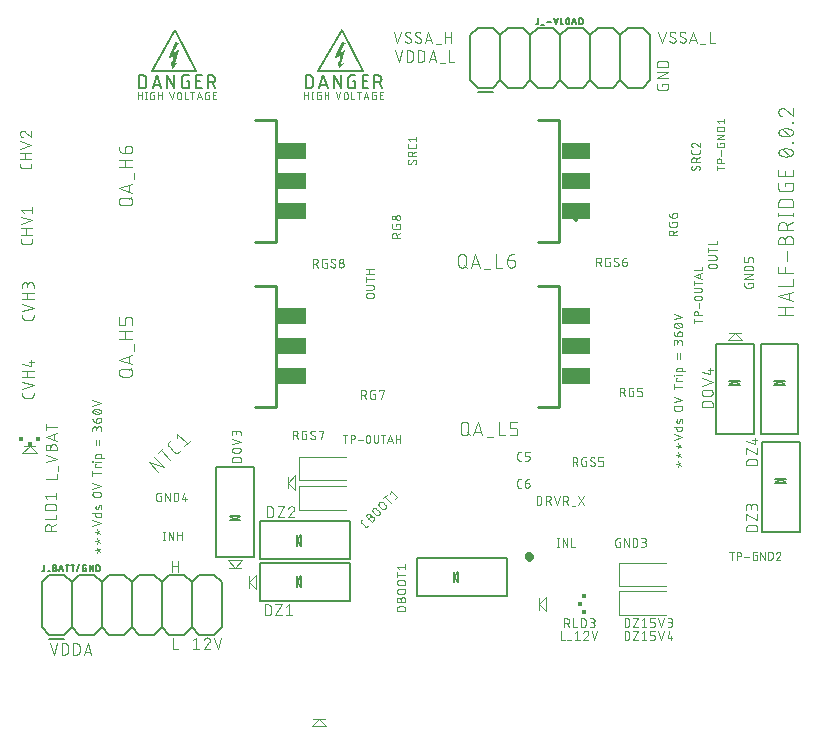
<source format=gbr>
G04 EAGLE Gerber RS-274X export*
G75*
%MOMM*%
%FSLAX34Y34*%
%LPD*%
%INSilkscreen Top*%
%IPPOS*%
%AMOC8*
5,1,8,0,0,1.08239X$1,22.5*%
G01*
%ADD10C,0.101600*%
%ADD11C,0.304800*%
%ADD12C,0.076200*%
%ADD13C,0.500000*%
%ADD14C,0.127000*%
%ADD15C,0.120000*%
%ADD16C,0.254000*%
%ADD17R,2.489200X1.422400*%
%ADD18R,0.325000X0.425000*%
%ADD19R,0.350000X0.350000*%
%ADD20R,0.425000X0.325000*%
%ADD21C,0.050800*%
%ADD22C,0.050000*%
%ADD23C,0.177800*%
%ADD24C,0.203200*%

G36*
X286040Y502761D02*
X286040Y502761D01*
X286074Y502762D01*
X286105Y502782D01*
X286140Y502794D01*
X286185Y502836D01*
X286190Y502839D01*
X286191Y502841D01*
X286195Y502844D01*
X290195Y507844D01*
X290205Y507870D01*
X290214Y507880D01*
X290217Y507898D01*
X290221Y507907D01*
X290248Y507972D01*
X290248Y507973D01*
X290248Y507974D01*
X290236Y508041D01*
X290224Y508110D01*
X290223Y508110D01*
X290223Y508111D01*
X290177Y508161D01*
X290129Y508213D01*
X290128Y508214D01*
X290061Y508231D01*
X289994Y508249D01*
X289993Y508249D01*
X289992Y508249D01*
X289921Y508236D01*
X287724Y507504D01*
X291238Y518927D01*
X291239Y518977D01*
X291248Y519027D01*
X291240Y519046D01*
X291240Y519066D01*
X291214Y519109D01*
X291195Y519156D01*
X291178Y519168D01*
X291167Y519185D01*
X291121Y519207D01*
X291080Y519236D01*
X291059Y519237D01*
X291041Y519246D01*
X290991Y519240D01*
X290941Y519242D01*
X290912Y519230D01*
X290902Y519229D01*
X290895Y519223D01*
X290872Y519214D01*
X286670Y516693D01*
X291218Y524879D01*
X291223Y524901D01*
X291236Y524919D01*
X291238Y524968D01*
X291249Y525015D01*
X291241Y525037D01*
X291242Y525059D01*
X291218Y525101D01*
X291201Y525147D01*
X291184Y525161D01*
X291172Y525180D01*
X291111Y525223D01*
X289111Y526223D01*
X289095Y526226D01*
X289081Y526236D01*
X289027Y526238D01*
X288974Y526248D01*
X288958Y526241D01*
X288941Y526242D01*
X288894Y526215D01*
X288845Y526195D01*
X288835Y526181D01*
X288820Y526172D01*
X288777Y526111D01*
X283777Y516111D01*
X283773Y516091D01*
X283762Y516074D01*
X283751Y516000D01*
X283751Y514000D01*
X283752Y513996D01*
X283751Y513993D01*
X283771Y513930D01*
X283790Y513866D01*
X283793Y513863D01*
X283794Y513860D01*
X283845Y513818D01*
X283895Y513774D01*
X283899Y513773D01*
X283902Y513771D01*
X283968Y513763D01*
X284033Y513753D01*
X284037Y513755D01*
X284041Y513754D01*
X284111Y513777D01*
X287627Y515535D01*
X285865Y508488D01*
X285176Y509176D01*
X285120Y509207D01*
X285066Y509240D01*
X285060Y509240D01*
X285054Y509243D01*
X284990Y509239D01*
X284926Y509238D01*
X284921Y509234D01*
X284914Y509234D01*
X284863Y509196D01*
X284810Y509161D01*
X284807Y509155D01*
X284802Y509151D01*
X284779Y509092D01*
X284753Y509033D01*
X284753Y509025D01*
X284752Y509021D01*
X284753Y509012D01*
X284754Y508959D01*
X285754Y502959D01*
X285770Y502926D01*
X285777Y502889D01*
X285800Y502864D01*
X285815Y502833D01*
X285847Y502814D01*
X285872Y502786D01*
X285905Y502778D01*
X285934Y502760D01*
X285971Y502760D01*
X286007Y502751D01*
X286040Y502761D01*
G37*
G36*
X145040Y502761D02*
X145040Y502761D01*
X145074Y502762D01*
X145105Y502782D01*
X145140Y502794D01*
X145185Y502836D01*
X145190Y502839D01*
X145191Y502841D01*
X145195Y502844D01*
X149195Y507844D01*
X149205Y507870D01*
X149214Y507880D01*
X149217Y507898D01*
X149221Y507907D01*
X149248Y507972D01*
X149248Y507973D01*
X149248Y507974D01*
X149236Y508041D01*
X149224Y508110D01*
X149223Y508110D01*
X149223Y508111D01*
X149177Y508161D01*
X149129Y508213D01*
X149128Y508214D01*
X149061Y508231D01*
X148994Y508249D01*
X148993Y508249D01*
X148992Y508249D01*
X148921Y508236D01*
X146724Y507504D01*
X150238Y518927D01*
X150239Y518977D01*
X150248Y519027D01*
X150240Y519046D01*
X150240Y519066D01*
X150214Y519109D01*
X150195Y519156D01*
X150178Y519168D01*
X150167Y519185D01*
X150121Y519207D01*
X150080Y519236D01*
X150059Y519237D01*
X150041Y519246D01*
X149991Y519240D01*
X149941Y519242D01*
X149912Y519230D01*
X149902Y519229D01*
X149895Y519223D01*
X149872Y519214D01*
X145670Y516693D01*
X150218Y524879D01*
X150223Y524901D01*
X150236Y524919D01*
X150238Y524968D01*
X150249Y525015D01*
X150241Y525037D01*
X150242Y525059D01*
X150218Y525101D01*
X150201Y525147D01*
X150184Y525161D01*
X150172Y525180D01*
X150111Y525223D01*
X148111Y526223D01*
X148095Y526226D01*
X148081Y526236D01*
X148027Y526238D01*
X147974Y526248D01*
X147958Y526241D01*
X147941Y526242D01*
X147894Y526215D01*
X147845Y526195D01*
X147835Y526181D01*
X147820Y526172D01*
X147777Y526111D01*
X142777Y516111D01*
X142773Y516091D01*
X142762Y516074D01*
X142751Y516000D01*
X142751Y514000D01*
X142752Y513996D01*
X142751Y513993D01*
X142771Y513930D01*
X142790Y513866D01*
X142793Y513863D01*
X142794Y513860D01*
X142845Y513818D01*
X142895Y513774D01*
X142899Y513773D01*
X142902Y513771D01*
X142968Y513763D01*
X143033Y513753D01*
X143037Y513755D01*
X143041Y513754D01*
X143111Y513777D01*
X146627Y515535D01*
X144865Y508488D01*
X144176Y509176D01*
X144120Y509207D01*
X144066Y509240D01*
X144060Y509240D01*
X144054Y509243D01*
X143990Y509239D01*
X143926Y509238D01*
X143921Y509234D01*
X143914Y509234D01*
X143863Y509196D01*
X143810Y509161D01*
X143807Y509155D01*
X143802Y509151D01*
X143779Y509092D01*
X143753Y509033D01*
X143753Y509025D01*
X143752Y509021D01*
X143753Y509012D01*
X143754Y508959D01*
X144754Y502959D01*
X144770Y502926D01*
X144777Y502889D01*
X144800Y502864D01*
X144815Y502833D01*
X144847Y502814D01*
X144872Y502786D01*
X144905Y502778D01*
X144934Y502760D01*
X144971Y502760D01*
X145007Y502751D01*
X145040Y502761D01*
G37*
D10*
X670492Y294508D02*
X658008Y294508D01*
X663556Y294508D02*
X663556Y301444D01*
X658008Y301444D02*
X670492Y301444D01*
X670492Y306369D02*
X658008Y310531D01*
X670492Y314692D01*
X667371Y313652D02*
X667371Y307410D01*
X670492Y319641D02*
X658008Y319641D01*
X670492Y319641D02*
X670492Y325190D01*
X670492Y330171D02*
X658008Y330171D01*
X658008Y335720D01*
X663556Y335720D02*
X663556Y330171D01*
X665637Y340389D02*
X665637Y348712D01*
X663556Y354623D02*
X663556Y358090D01*
X663558Y358207D01*
X663564Y358324D01*
X663574Y358441D01*
X663588Y358557D01*
X663605Y358673D01*
X663627Y358788D01*
X663653Y358902D01*
X663682Y359016D01*
X663715Y359128D01*
X663752Y359239D01*
X663793Y359349D01*
X663837Y359458D01*
X663885Y359564D01*
X663937Y359670D01*
X663992Y359773D01*
X664050Y359874D01*
X664112Y359974D01*
X664178Y360071D01*
X664246Y360166D01*
X664318Y360259D01*
X664393Y360349D01*
X664470Y360437D01*
X664551Y360521D01*
X664635Y360604D01*
X664721Y360683D01*
X664810Y360759D01*
X664901Y360832D01*
X664995Y360903D01*
X665091Y360969D01*
X665190Y361033D01*
X665290Y361093D01*
X665392Y361150D01*
X665497Y361204D01*
X665603Y361253D01*
X665710Y361300D01*
X665820Y361342D01*
X665930Y361381D01*
X666042Y361416D01*
X666155Y361447D01*
X666269Y361475D01*
X666383Y361498D01*
X666499Y361518D01*
X666615Y361534D01*
X666731Y361546D01*
X666848Y361554D01*
X666965Y361558D01*
X667083Y361558D01*
X667200Y361554D01*
X667317Y361546D01*
X667433Y361534D01*
X667549Y361518D01*
X667665Y361498D01*
X667779Y361475D01*
X667893Y361447D01*
X668006Y361416D01*
X668118Y361381D01*
X668228Y361342D01*
X668338Y361300D01*
X668445Y361253D01*
X668551Y361204D01*
X668656Y361150D01*
X668758Y361093D01*
X668858Y361033D01*
X668957Y360969D01*
X669053Y360903D01*
X669147Y360832D01*
X669238Y360759D01*
X669327Y360683D01*
X669413Y360604D01*
X669497Y360521D01*
X669578Y360437D01*
X669655Y360349D01*
X669730Y360259D01*
X669802Y360166D01*
X669870Y360071D01*
X669936Y359974D01*
X669998Y359874D01*
X670056Y359773D01*
X670111Y359670D01*
X670163Y359564D01*
X670211Y359458D01*
X670255Y359349D01*
X670296Y359239D01*
X670333Y359128D01*
X670366Y359016D01*
X670395Y358902D01*
X670421Y358788D01*
X670443Y358673D01*
X670460Y358557D01*
X670474Y358441D01*
X670484Y358324D01*
X670490Y358207D01*
X670492Y358090D01*
X670492Y354623D01*
X658008Y354623D01*
X658008Y358090D01*
X658010Y358194D01*
X658016Y358297D01*
X658025Y358401D01*
X658039Y358503D01*
X658056Y358606D01*
X658078Y358707D01*
X658103Y358808D01*
X658131Y358908D01*
X658164Y359006D01*
X658200Y359103D01*
X658239Y359199D01*
X658283Y359294D01*
X658329Y359386D01*
X658380Y359477D01*
X658433Y359566D01*
X658490Y359653D01*
X658550Y359737D01*
X658613Y359820D01*
X658679Y359899D01*
X658749Y359977D01*
X658820Y360052D01*
X658895Y360123D01*
X658973Y360193D01*
X659052Y360259D01*
X659135Y360322D01*
X659219Y360382D01*
X659306Y360439D01*
X659395Y360492D01*
X659486Y360543D01*
X659578Y360589D01*
X659673Y360633D01*
X659769Y360672D01*
X659866Y360708D01*
X659964Y360741D01*
X660064Y360769D01*
X660165Y360794D01*
X660266Y360816D01*
X660369Y360833D01*
X660471Y360847D01*
X660575Y360856D01*
X660678Y360862D01*
X660782Y360864D01*
X660886Y360862D01*
X660989Y360856D01*
X661093Y360847D01*
X661195Y360833D01*
X661298Y360816D01*
X661399Y360794D01*
X661500Y360769D01*
X661600Y360741D01*
X661698Y360708D01*
X661795Y360672D01*
X661891Y360633D01*
X661986Y360589D01*
X662078Y360543D01*
X662169Y360492D01*
X662258Y360439D01*
X662345Y360382D01*
X662429Y360322D01*
X662512Y360259D01*
X662591Y360193D01*
X662669Y360123D01*
X662744Y360052D01*
X662815Y359977D01*
X662885Y359899D01*
X662951Y359820D01*
X663014Y359737D01*
X663074Y359653D01*
X663131Y359566D01*
X663184Y359477D01*
X663235Y359386D01*
X663281Y359294D01*
X663325Y359199D01*
X663364Y359103D01*
X663400Y359006D01*
X663433Y358908D01*
X663461Y358808D01*
X663486Y358707D01*
X663508Y358606D01*
X663525Y358503D01*
X663539Y358401D01*
X663548Y358297D01*
X663554Y358194D01*
X663556Y358090D01*
X658008Y366674D02*
X670492Y366674D01*
X658008Y366674D02*
X658008Y370142D01*
X658010Y370259D01*
X658016Y370376D01*
X658026Y370493D01*
X658040Y370609D01*
X658057Y370725D01*
X658079Y370840D01*
X658105Y370954D01*
X658134Y371068D01*
X658167Y371180D01*
X658204Y371291D01*
X658245Y371401D01*
X658289Y371510D01*
X658337Y371616D01*
X658389Y371722D01*
X658444Y371825D01*
X658502Y371926D01*
X658564Y372026D01*
X658630Y372123D01*
X658698Y372218D01*
X658770Y372311D01*
X658845Y372401D01*
X658922Y372489D01*
X659003Y372573D01*
X659087Y372656D01*
X659173Y372735D01*
X659262Y372811D01*
X659353Y372884D01*
X659447Y372955D01*
X659543Y373021D01*
X659642Y373085D01*
X659742Y373145D01*
X659844Y373202D01*
X659949Y373256D01*
X660055Y373305D01*
X660162Y373352D01*
X660272Y373394D01*
X660382Y373433D01*
X660494Y373468D01*
X660607Y373499D01*
X660721Y373527D01*
X660835Y373550D01*
X660951Y373570D01*
X661067Y373586D01*
X661183Y373598D01*
X661300Y373606D01*
X661417Y373610D01*
X661535Y373610D01*
X661652Y373606D01*
X661769Y373598D01*
X661885Y373586D01*
X662001Y373570D01*
X662117Y373550D01*
X662231Y373527D01*
X662345Y373499D01*
X662458Y373468D01*
X662570Y373433D01*
X662680Y373394D01*
X662790Y373352D01*
X662897Y373305D01*
X663003Y373256D01*
X663108Y373202D01*
X663210Y373145D01*
X663310Y373085D01*
X663409Y373021D01*
X663505Y372955D01*
X663599Y372884D01*
X663690Y372811D01*
X663779Y372735D01*
X663865Y372656D01*
X663949Y372573D01*
X664030Y372489D01*
X664107Y372401D01*
X664182Y372311D01*
X664254Y372218D01*
X664322Y372123D01*
X664388Y372026D01*
X664450Y371926D01*
X664508Y371825D01*
X664563Y371722D01*
X664615Y371616D01*
X664663Y371510D01*
X664707Y371401D01*
X664748Y371291D01*
X664785Y371180D01*
X664818Y371068D01*
X664847Y370954D01*
X664873Y370840D01*
X664895Y370725D01*
X664912Y370609D01*
X664926Y370493D01*
X664936Y370376D01*
X664942Y370259D01*
X664944Y370142D01*
X664944Y366674D01*
X664944Y370835D02*
X670492Y373609D01*
X670492Y379786D02*
X658008Y379786D01*
X670492Y378398D02*
X670492Y381173D01*
X658008Y381173D02*
X658008Y378398D01*
X658008Y386443D02*
X670492Y386443D01*
X658008Y386443D02*
X658008Y389911D01*
X658010Y390027D01*
X658016Y390143D01*
X658025Y390258D01*
X658039Y390373D01*
X658056Y390488D01*
X658077Y390602D01*
X658102Y390715D01*
X658131Y390827D01*
X658164Y390938D01*
X658200Y391049D01*
X658240Y391157D01*
X658283Y391265D01*
X658330Y391371D01*
X658381Y391475D01*
X658435Y391578D01*
X658492Y391678D01*
X658553Y391777D01*
X658617Y391874D01*
X658684Y391968D01*
X658754Y392060D01*
X658828Y392150D01*
X658904Y392237D01*
X658983Y392322D01*
X659065Y392404D01*
X659150Y392483D01*
X659237Y392559D01*
X659327Y392633D01*
X659419Y392703D01*
X659513Y392770D01*
X659610Y392834D01*
X659709Y392895D01*
X659809Y392952D01*
X659912Y393006D01*
X660016Y393057D01*
X660122Y393104D01*
X660230Y393147D01*
X660338Y393187D01*
X660449Y393223D01*
X660560Y393256D01*
X660672Y393285D01*
X660785Y393310D01*
X660899Y393331D01*
X661014Y393348D01*
X661129Y393362D01*
X661244Y393371D01*
X661360Y393377D01*
X661476Y393379D01*
X661476Y393378D02*
X667024Y393378D01*
X667024Y393379D02*
X667140Y393377D01*
X667256Y393371D01*
X667371Y393362D01*
X667486Y393348D01*
X667601Y393331D01*
X667715Y393310D01*
X667828Y393285D01*
X667940Y393256D01*
X668051Y393223D01*
X668162Y393187D01*
X668270Y393147D01*
X668378Y393104D01*
X668484Y393057D01*
X668588Y393006D01*
X668691Y392952D01*
X668791Y392895D01*
X668890Y392834D01*
X668987Y392770D01*
X669081Y392703D01*
X669173Y392633D01*
X669263Y392559D01*
X669350Y392483D01*
X669435Y392404D01*
X669517Y392322D01*
X669596Y392237D01*
X669672Y392150D01*
X669746Y392060D01*
X669816Y391968D01*
X669883Y391874D01*
X669947Y391777D01*
X670008Y391678D01*
X670065Y391578D01*
X670119Y391475D01*
X670170Y391371D01*
X670217Y391265D01*
X670260Y391157D01*
X670300Y391049D01*
X670336Y390938D01*
X670369Y390827D01*
X670398Y390715D01*
X670423Y390602D01*
X670444Y390488D01*
X670461Y390373D01*
X670475Y390258D01*
X670484Y390143D01*
X670490Y390027D01*
X670492Y389911D01*
X670492Y386443D01*
X663556Y404258D02*
X663556Y406338D01*
X670492Y406338D01*
X670492Y402177D01*
X670490Y402073D01*
X670484Y401970D01*
X670475Y401866D01*
X670461Y401764D01*
X670444Y401661D01*
X670422Y401560D01*
X670397Y401459D01*
X670369Y401359D01*
X670336Y401261D01*
X670300Y401164D01*
X670261Y401068D01*
X670217Y400973D01*
X670171Y400881D01*
X670120Y400790D01*
X670067Y400701D01*
X670010Y400614D01*
X669950Y400530D01*
X669887Y400447D01*
X669821Y400368D01*
X669751Y400290D01*
X669680Y400215D01*
X669605Y400144D01*
X669527Y400074D01*
X669448Y400008D01*
X669365Y399945D01*
X669281Y399885D01*
X669194Y399828D01*
X669105Y399775D01*
X669014Y399724D01*
X668922Y399678D01*
X668827Y399634D01*
X668731Y399595D01*
X668634Y399559D01*
X668536Y399526D01*
X668436Y399498D01*
X668335Y399473D01*
X668234Y399451D01*
X668131Y399434D01*
X668029Y399420D01*
X667925Y399411D01*
X667822Y399405D01*
X667718Y399403D01*
X660782Y399403D01*
X660678Y399405D01*
X660575Y399411D01*
X660471Y399420D01*
X660369Y399434D01*
X660266Y399451D01*
X660165Y399473D01*
X660064Y399498D01*
X659964Y399526D01*
X659866Y399559D01*
X659769Y399595D01*
X659673Y399634D01*
X659578Y399678D01*
X659486Y399724D01*
X659395Y399775D01*
X659306Y399828D01*
X659219Y399885D01*
X659135Y399945D01*
X659052Y400008D01*
X658973Y400074D01*
X658895Y400144D01*
X658820Y400215D01*
X658749Y400290D01*
X658679Y400368D01*
X658613Y400447D01*
X658550Y400530D01*
X658490Y400614D01*
X658433Y400701D01*
X658380Y400790D01*
X658329Y400881D01*
X658283Y400973D01*
X658239Y401068D01*
X658200Y401164D01*
X658164Y401261D01*
X658131Y401359D01*
X658103Y401459D01*
X658078Y401560D01*
X658056Y401661D01*
X658039Y401764D01*
X658025Y401866D01*
X658016Y401970D01*
X658010Y402073D01*
X658008Y402177D01*
X658008Y406338D01*
X670492Y412386D02*
X670492Y417934D01*
X670492Y412386D02*
X658008Y412386D01*
X658008Y417934D01*
X663556Y416547D02*
X663556Y412386D01*
X664250Y428968D02*
X664004Y428971D01*
X663759Y428980D01*
X663514Y428994D01*
X663269Y429015D01*
X663025Y429041D01*
X662781Y429073D01*
X662539Y429111D01*
X662297Y429155D01*
X662057Y429205D01*
X661817Y429260D01*
X661579Y429321D01*
X661343Y429387D01*
X661108Y429459D01*
X660875Y429537D01*
X660644Y429621D01*
X660415Y429709D01*
X660188Y429804D01*
X659964Y429903D01*
X659742Y430008D01*
X659648Y430042D01*
X659556Y430079D01*
X659466Y430121D01*
X659377Y430165D01*
X659290Y430213D01*
X659205Y430265D01*
X659122Y430320D01*
X659041Y430377D01*
X658962Y430438D01*
X658886Y430502D01*
X658812Y430569D01*
X658741Y430639D01*
X658673Y430711D01*
X658608Y430786D01*
X658545Y430864D01*
X658486Y430944D01*
X658430Y431026D01*
X658377Y431110D01*
X658327Y431196D01*
X658281Y431284D01*
X658238Y431374D01*
X658198Y431465D01*
X658163Y431558D01*
X658130Y431652D01*
X658102Y431747D01*
X658077Y431844D01*
X658056Y431941D01*
X658039Y432039D01*
X658025Y432137D01*
X658016Y432236D01*
X658010Y432336D01*
X658008Y432435D01*
X658010Y432534D01*
X658016Y432634D01*
X658025Y432733D01*
X658039Y432831D01*
X658056Y432929D01*
X658077Y433026D01*
X658102Y433123D01*
X658130Y433218D01*
X658163Y433312D01*
X658198Y433405D01*
X658238Y433496D01*
X658281Y433586D01*
X658327Y433674D01*
X658377Y433760D01*
X658430Y433844D01*
X658486Y433926D01*
X658545Y434006D01*
X658608Y434084D01*
X658673Y434159D01*
X658741Y434231D01*
X658812Y434301D01*
X658886Y434368D01*
X658962Y434432D01*
X659041Y434493D01*
X659122Y434550D01*
X659205Y434605D01*
X659290Y434657D01*
X659377Y434705D01*
X659466Y434749D01*
X659556Y434791D01*
X659648Y434828D01*
X659742Y434862D01*
X659742Y434863D02*
X659964Y434968D01*
X660188Y435067D01*
X660415Y435162D01*
X660644Y435250D01*
X660875Y435334D01*
X661108Y435412D01*
X661343Y435484D01*
X661579Y435550D01*
X661817Y435611D01*
X662057Y435666D01*
X662297Y435716D01*
X662539Y435760D01*
X662781Y435798D01*
X663025Y435830D01*
X663269Y435856D01*
X663514Y435877D01*
X663759Y435891D01*
X664004Y435900D01*
X664250Y435903D01*
X664250Y428968D02*
X664496Y428971D01*
X664741Y428980D01*
X664986Y428994D01*
X665231Y429015D01*
X665475Y429041D01*
X665719Y429073D01*
X665961Y429111D01*
X666203Y429155D01*
X666443Y429205D01*
X666683Y429260D01*
X666921Y429321D01*
X667157Y429387D01*
X667392Y429459D01*
X667625Y429537D01*
X667856Y429621D01*
X668085Y429709D01*
X668312Y429804D01*
X668536Y429903D01*
X668758Y430008D01*
X668852Y430042D01*
X668944Y430079D01*
X669034Y430121D01*
X669123Y430165D01*
X669210Y430213D01*
X669295Y430265D01*
X669378Y430320D01*
X669459Y430377D01*
X669538Y430438D01*
X669614Y430502D01*
X669688Y430569D01*
X669759Y430639D01*
X669827Y430711D01*
X669892Y430786D01*
X669955Y430864D01*
X670014Y430944D01*
X670070Y431026D01*
X670123Y431110D01*
X670173Y431196D01*
X670219Y431284D01*
X670262Y431374D01*
X670302Y431465D01*
X670337Y431558D01*
X670370Y431652D01*
X670398Y431747D01*
X670423Y431844D01*
X670444Y431941D01*
X670461Y432039D01*
X670475Y432137D01*
X670484Y432236D01*
X670490Y432336D01*
X670492Y432435D01*
X668758Y434863D02*
X668536Y434968D01*
X668312Y435067D01*
X668085Y435162D01*
X667856Y435250D01*
X667625Y435334D01*
X667392Y435412D01*
X667157Y435484D01*
X666921Y435550D01*
X666683Y435611D01*
X666443Y435666D01*
X666203Y435716D01*
X665961Y435760D01*
X665719Y435798D01*
X665475Y435830D01*
X665231Y435856D01*
X664986Y435877D01*
X664741Y435891D01*
X664496Y435900D01*
X664250Y435903D01*
X668758Y434862D02*
X668852Y434828D01*
X668944Y434791D01*
X669034Y434749D01*
X669123Y434705D01*
X669210Y434657D01*
X669295Y434605D01*
X669378Y434550D01*
X669459Y434493D01*
X669538Y434432D01*
X669614Y434368D01*
X669688Y434301D01*
X669759Y434231D01*
X669827Y434159D01*
X669892Y434084D01*
X669955Y434006D01*
X670014Y433926D01*
X670070Y433844D01*
X670123Y433760D01*
X670173Y433674D01*
X670219Y433586D01*
X670262Y433496D01*
X670302Y433405D01*
X670337Y433312D01*
X670370Y433218D01*
X670398Y433123D01*
X670423Y433026D01*
X670444Y432929D01*
X670461Y432831D01*
X670475Y432733D01*
X670484Y432634D01*
X670490Y432534D01*
X670492Y432435D01*
X667718Y429661D02*
X660782Y435210D01*
X669798Y440594D02*
X670492Y440594D01*
X669798Y440594D02*
X669798Y441287D01*
X670492Y441287D01*
X670492Y440594D01*
X664250Y445978D02*
X664004Y445981D01*
X663759Y445990D01*
X663514Y446004D01*
X663269Y446025D01*
X663025Y446051D01*
X662781Y446083D01*
X662539Y446121D01*
X662297Y446165D01*
X662057Y446215D01*
X661817Y446270D01*
X661579Y446331D01*
X661343Y446397D01*
X661108Y446469D01*
X660875Y446547D01*
X660644Y446631D01*
X660415Y446719D01*
X660188Y446814D01*
X659964Y446913D01*
X659742Y447018D01*
X659648Y447052D01*
X659556Y447089D01*
X659466Y447131D01*
X659377Y447175D01*
X659290Y447223D01*
X659205Y447275D01*
X659122Y447330D01*
X659041Y447387D01*
X658962Y447448D01*
X658886Y447512D01*
X658812Y447579D01*
X658741Y447649D01*
X658673Y447721D01*
X658608Y447796D01*
X658545Y447874D01*
X658486Y447954D01*
X658430Y448036D01*
X658377Y448120D01*
X658327Y448206D01*
X658281Y448294D01*
X658238Y448384D01*
X658198Y448475D01*
X658163Y448568D01*
X658130Y448662D01*
X658102Y448757D01*
X658077Y448854D01*
X658056Y448951D01*
X658039Y449049D01*
X658025Y449147D01*
X658016Y449246D01*
X658010Y449346D01*
X658008Y449445D01*
X658010Y449544D01*
X658016Y449644D01*
X658025Y449743D01*
X658039Y449841D01*
X658056Y449939D01*
X658077Y450036D01*
X658102Y450133D01*
X658130Y450228D01*
X658163Y450322D01*
X658198Y450415D01*
X658238Y450506D01*
X658281Y450596D01*
X658327Y450684D01*
X658377Y450770D01*
X658430Y450854D01*
X658486Y450936D01*
X658545Y451016D01*
X658608Y451094D01*
X658673Y451169D01*
X658741Y451241D01*
X658812Y451311D01*
X658886Y451378D01*
X658962Y451442D01*
X659041Y451503D01*
X659122Y451560D01*
X659205Y451615D01*
X659290Y451667D01*
X659377Y451715D01*
X659466Y451759D01*
X659556Y451801D01*
X659648Y451838D01*
X659742Y451872D01*
X659742Y451873D02*
X659964Y451978D01*
X660188Y452077D01*
X660415Y452172D01*
X660644Y452260D01*
X660875Y452344D01*
X661108Y452422D01*
X661343Y452494D01*
X661579Y452560D01*
X661817Y452621D01*
X662057Y452676D01*
X662297Y452726D01*
X662539Y452770D01*
X662781Y452808D01*
X663025Y452840D01*
X663269Y452866D01*
X663514Y452887D01*
X663759Y452901D01*
X664004Y452910D01*
X664250Y452913D01*
X664250Y445978D02*
X664496Y445981D01*
X664741Y445990D01*
X664986Y446004D01*
X665231Y446025D01*
X665475Y446051D01*
X665719Y446083D01*
X665961Y446121D01*
X666203Y446165D01*
X666443Y446215D01*
X666683Y446270D01*
X666921Y446331D01*
X667157Y446397D01*
X667392Y446469D01*
X667625Y446547D01*
X667856Y446631D01*
X668085Y446719D01*
X668312Y446814D01*
X668536Y446913D01*
X668758Y447018D01*
X668852Y447052D01*
X668944Y447089D01*
X669034Y447131D01*
X669123Y447175D01*
X669210Y447223D01*
X669295Y447275D01*
X669378Y447330D01*
X669459Y447387D01*
X669538Y447448D01*
X669614Y447512D01*
X669688Y447579D01*
X669759Y447649D01*
X669827Y447721D01*
X669892Y447796D01*
X669955Y447874D01*
X670014Y447954D01*
X670070Y448036D01*
X670123Y448120D01*
X670173Y448206D01*
X670219Y448294D01*
X670262Y448384D01*
X670302Y448475D01*
X670337Y448568D01*
X670370Y448662D01*
X670398Y448757D01*
X670423Y448854D01*
X670444Y448951D01*
X670461Y449049D01*
X670475Y449147D01*
X670484Y449246D01*
X670490Y449346D01*
X670492Y449445D01*
X668758Y451873D02*
X668536Y451978D01*
X668312Y452077D01*
X668085Y452172D01*
X667856Y452260D01*
X667625Y452344D01*
X667392Y452422D01*
X667157Y452494D01*
X666921Y452560D01*
X666683Y452621D01*
X666443Y452676D01*
X666203Y452726D01*
X665961Y452770D01*
X665719Y452808D01*
X665475Y452840D01*
X665231Y452866D01*
X664986Y452887D01*
X664741Y452901D01*
X664496Y452910D01*
X664250Y452913D01*
X668758Y451872D02*
X668852Y451838D01*
X668944Y451801D01*
X669034Y451759D01*
X669123Y451715D01*
X669210Y451667D01*
X669295Y451615D01*
X669378Y451560D01*
X669459Y451503D01*
X669538Y451442D01*
X669614Y451378D01*
X669688Y451311D01*
X669759Y451241D01*
X669827Y451169D01*
X669892Y451094D01*
X669955Y451016D01*
X670014Y450936D01*
X670070Y450854D01*
X670123Y450770D01*
X670173Y450684D01*
X670219Y450596D01*
X670262Y450506D01*
X670302Y450415D01*
X670337Y450322D01*
X670370Y450228D01*
X670398Y450133D01*
X670423Y450036D01*
X670444Y449939D01*
X670461Y449841D01*
X670475Y449743D01*
X670484Y449644D01*
X670490Y449544D01*
X670492Y449445D01*
X667718Y446671D02*
X660782Y452220D01*
X669798Y457604D02*
X670492Y457604D01*
X669798Y457604D02*
X669798Y458297D01*
X670492Y458297D01*
X670492Y457604D01*
X661129Y469923D02*
X661018Y469921D01*
X660906Y469915D01*
X660795Y469905D01*
X660685Y469891D01*
X660575Y469873D01*
X660466Y469852D01*
X660357Y469826D01*
X660250Y469797D01*
X660143Y469763D01*
X660038Y469726D01*
X659935Y469685D01*
X659832Y469641D01*
X659732Y469593D01*
X659633Y469541D01*
X659536Y469486D01*
X659442Y469428D01*
X659349Y469366D01*
X659259Y469300D01*
X659171Y469232D01*
X659085Y469161D01*
X659002Y469086D01*
X658922Y469009D01*
X658845Y468929D01*
X658770Y468846D01*
X658699Y468760D01*
X658631Y468672D01*
X658565Y468582D01*
X658503Y468489D01*
X658445Y468395D01*
X658390Y468298D01*
X658338Y468199D01*
X658290Y468099D01*
X658246Y467996D01*
X658205Y467893D01*
X658168Y467788D01*
X658134Y467681D01*
X658105Y467574D01*
X658079Y467465D01*
X658058Y467356D01*
X658040Y467246D01*
X658026Y467136D01*
X658016Y467025D01*
X658010Y466913D01*
X658008Y466802D01*
X658010Y466676D01*
X658016Y466550D01*
X658026Y466424D01*
X658040Y466299D01*
X658057Y466174D01*
X658079Y466050D01*
X658105Y465927D01*
X658134Y465804D01*
X658167Y465682D01*
X658205Y465562D01*
X658245Y465443D01*
X658290Y465325D01*
X658338Y465208D01*
X658390Y465093D01*
X658446Y464980D01*
X658505Y464869D01*
X658567Y464759D01*
X658633Y464652D01*
X658702Y464547D01*
X658775Y464443D01*
X658851Y464343D01*
X658930Y464244D01*
X659012Y464148D01*
X659096Y464055D01*
X659184Y463965D01*
X659275Y463877D01*
X659368Y463792D01*
X659464Y463711D01*
X659562Y463632D01*
X659663Y463556D01*
X659767Y463484D01*
X659872Y463415D01*
X659979Y463349D01*
X660089Y463286D01*
X660201Y463228D01*
X660314Y463172D01*
X660429Y463120D01*
X660545Y463072D01*
X660663Y463028D01*
X660783Y462987D01*
X663556Y468883D02*
X663477Y468963D01*
X663395Y469041D01*
X663310Y469116D01*
X663223Y469188D01*
X663134Y469257D01*
X663042Y469324D01*
X662948Y469387D01*
X662852Y469446D01*
X662754Y469503D01*
X662654Y469556D01*
X662553Y469606D01*
X662449Y469652D01*
X662345Y469695D01*
X662239Y469734D01*
X662131Y469770D01*
X662023Y469802D01*
X661913Y469830D01*
X661803Y469855D01*
X661692Y469875D01*
X661580Y469893D01*
X661468Y469906D01*
X661355Y469915D01*
X661242Y469921D01*
X661129Y469923D01*
X663556Y468883D02*
X670492Y462988D01*
X670492Y469923D01*
D11*
X486880Y383220D02*
X486880Y375600D01*
X484340Y378140D01*
X481800Y380680D01*
X486880Y385760D01*
X486880Y383220D01*
X484340Y380680D01*
X484340Y378140D01*
D12*
X335514Y525381D02*
X332381Y534779D01*
X338646Y534779D02*
X335514Y525381D01*
X344875Y525381D02*
X344964Y525383D01*
X345052Y525389D01*
X345140Y525398D01*
X345228Y525411D01*
X345315Y525428D01*
X345401Y525448D01*
X345486Y525473D01*
X345571Y525500D01*
X345654Y525532D01*
X345735Y525566D01*
X345815Y525605D01*
X345893Y525646D01*
X345970Y525691D01*
X346044Y525739D01*
X346117Y525790D01*
X346187Y525844D01*
X346254Y525902D01*
X346320Y525962D01*
X346382Y526024D01*
X346442Y526090D01*
X346500Y526157D01*
X346554Y526227D01*
X346605Y526300D01*
X346653Y526374D01*
X346698Y526451D01*
X346739Y526529D01*
X346778Y526609D01*
X346812Y526690D01*
X346844Y526773D01*
X346871Y526858D01*
X346896Y526943D01*
X346916Y527029D01*
X346933Y527116D01*
X346946Y527204D01*
X346955Y527292D01*
X346961Y527380D01*
X346963Y527469D01*
X344875Y525381D02*
X344746Y525383D01*
X344617Y525389D01*
X344488Y525398D01*
X344360Y525411D01*
X344232Y525428D01*
X344105Y525449D01*
X343978Y525473D01*
X343852Y525501D01*
X343727Y525533D01*
X343603Y525568D01*
X343480Y525607D01*
X343358Y525650D01*
X343238Y525696D01*
X343119Y525746D01*
X343001Y525799D01*
X342885Y525855D01*
X342771Y525915D01*
X342658Y525978D01*
X342548Y526045D01*
X342439Y526114D01*
X342333Y526187D01*
X342228Y526263D01*
X342126Y526342D01*
X342027Y526424D01*
X341929Y526508D01*
X341834Y526596D01*
X341742Y526686D01*
X342004Y532691D02*
X342006Y532780D01*
X342012Y532868D01*
X342021Y532956D01*
X342034Y533044D01*
X342051Y533131D01*
X342071Y533217D01*
X342096Y533302D01*
X342123Y533387D01*
X342155Y533470D01*
X342189Y533551D01*
X342228Y533631D01*
X342269Y533709D01*
X342314Y533786D01*
X342362Y533860D01*
X342413Y533933D01*
X342467Y534003D01*
X342525Y534070D01*
X342585Y534136D01*
X342647Y534198D01*
X342713Y534258D01*
X342780Y534316D01*
X342850Y534370D01*
X342923Y534421D01*
X342997Y534469D01*
X343074Y534514D01*
X343152Y534555D01*
X343232Y534594D01*
X343313Y534628D01*
X343396Y534660D01*
X343481Y534687D01*
X343566Y534712D01*
X343652Y534732D01*
X343739Y534749D01*
X343827Y534762D01*
X343915Y534771D01*
X344003Y534777D01*
X344092Y534779D01*
X344212Y534777D01*
X344332Y534772D01*
X344452Y534762D01*
X344571Y534750D01*
X344690Y534733D01*
X344808Y534713D01*
X344926Y534689D01*
X345042Y534662D01*
X345158Y534631D01*
X345273Y534597D01*
X345387Y534559D01*
X345500Y534517D01*
X345611Y534472D01*
X345721Y534424D01*
X345829Y534373D01*
X345936Y534318D01*
X346041Y534260D01*
X346144Y534198D01*
X346245Y534134D01*
X346345Y534066D01*
X346442Y533996D01*
X343047Y530864D02*
X342969Y530912D01*
X342893Y530964D01*
X342820Y531018D01*
X342749Y531076D01*
X342680Y531137D01*
X342614Y531201D01*
X342551Y531268D01*
X342491Y531337D01*
X342434Y531409D01*
X342380Y531483D01*
X342330Y531560D01*
X342282Y531639D01*
X342239Y531719D01*
X342198Y531802D01*
X342162Y531886D01*
X342129Y531971D01*
X342100Y532058D01*
X342074Y532147D01*
X342052Y532236D01*
X342035Y532326D01*
X342021Y532416D01*
X342011Y532508D01*
X342005Y532599D01*
X342003Y532691D01*
X345919Y529296D02*
X345997Y529248D01*
X346073Y529196D01*
X346146Y529142D01*
X346217Y529084D01*
X346286Y529023D01*
X346352Y528959D01*
X346415Y528892D01*
X346475Y528823D01*
X346532Y528751D01*
X346586Y528677D01*
X346636Y528600D01*
X346684Y528521D01*
X346727Y528441D01*
X346768Y528358D01*
X346804Y528274D01*
X346837Y528189D01*
X346866Y528102D01*
X346892Y528013D01*
X346914Y527924D01*
X346931Y527834D01*
X346945Y527744D01*
X346955Y527652D01*
X346961Y527561D01*
X346963Y527469D01*
X345919Y529297D02*
X343048Y530863D01*
X353409Y525381D02*
X353498Y525383D01*
X353586Y525389D01*
X353674Y525398D01*
X353762Y525411D01*
X353849Y525428D01*
X353935Y525448D01*
X354020Y525473D01*
X354105Y525500D01*
X354188Y525532D01*
X354269Y525566D01*
X354349Y525605D01*
X354427Y525646D01*
X354504Y525691D01*
X354578Y525739D01*
X354651Y525790D01*
X354721Y525844D01*
X354788Y525902D01*
X354854Y525962D01*
X354916Y526024D01*
X354976Y526090D01*
X355034Y526157D01*
X355088Y526227D01*
X355139Y526300D01*
X355187Y526374D01*
X355232Y526451D01*
X355273Y526529D01*
X355312Y526609D01*
X355346Y526690D01*
X355378Y526773D01*
X355405Y526858D01*
X355430Y526943D01*
X355450Y527029D01*
X355467Y527116D01*
X355480Y527204D01*
X355489Y527292D01*
X355495Y527380D01*
X355497Y527469D01*
X353409Y525381D02*
X353280Y525383D01*
X353151Y525389D01*
X353022Y525398D01*
X352894Y525411D01*
X352766Y525428D01*
X352639Y525449D01*
X352512Y525473D01*
X352386Y525501D01*
X352261Y525533D01*
X352137Y525568D01*
X352014Y525607D01*
X351892Y525650D01*
X351772Y525696D01*
X351653Y525746D01*
X351535Y525799D01*
X351419Y525855D01*
X351305Y525915D01*
X351192Y525978D01*
X351082Y526045D01*
X350973Y526114D01*
X350867Y526187D01*
X350762Y526263D01*
X350660Y526342D01*
X350561Y526424D01*
X350463Y526508D01*
X350368Y526596D01*
X350276Y526686D01*
X350538Y532691D02*
X350540Y532780D01*
X350546Y532868D01*
X350555Y532956D01*
X350568Y533044D01*
X350585Y533131D01*
X350605Y533217D01*
X350630Y533302D01*
X350657Y533387D01*
X350689Y533470D01*
X350723Y533551D01*
X350762Y533631D01*
X350803Y533709D01*
X350848Y533786D01*
X350896Y533860D01*
X350947Y533933D01*
X351001Y534003D01*
X351059Y534070D01*
X351119Y534136D01*
X351181Y534198D01*
X351247Y534258D01*
X351314Y534316D01*
X351384Y534370D01*
X351457Y534421D01*
X351531Y534469D01*
X351608Y534514D01*
X351686Y534555D01*
X351766Y534594D01*
X351847Y534628D01*
X351930Y534660D01*
X352015Y534687D01*
X352100Y534712D01*
X352186Y534732D01*
X352273Y534749D01*
X352361Y534762D01*
X352449Y534771D01*
X352537Y534777D01*
X352626Y534779D01*
X352746Y534777D01*
X352866Y534772D01*
X352986Y534762D01*
X353105Y534750D01*
X353224Y534733D01*
X353342Y534713D01*
X353460Y534689D01*
X353576Y534662D01*
X353692Y534631D01*
X353807Y534597D01*
X353921Y534559D01*
X354034Y534517D01*
X354145Y534472D01*
X354255Y534424D01*
X354363Y534373D01*
X354470Y534318D01*
X354575Y534260D01*
X354678Y534198D01*
X354779Y534134D01*
X354879Y534066D01*
X354976Y533996D01*
X351582Y530864D02*
X351504Y530912D01*
X351428Y530964D01*
X351355Y531018D01*
X351284Y531076D01*
X351215Y531137D01*
X351149Y531201D01*
X351086Y531268D01*
X351026Y531337D01*
X350969Y531409D01*
X350915Y531483D01*
X350865Y531560D01*
X350817Y531639D01*
X350774Y531719D01*
X350733Y531802D01*
X350697Y531886D01*
X350664Y531971D01*
X350635Y532058D01*
X350609Y532147D01*
X350587Y532236D01*
X350570Y532326D01*
X350556Y532416D01*
X350546Y532508D01*
X350540Y532599D01*
X350538Y532691D01*
X354454Y529296D02*
X354532Y529248D01*
X354608Y529196D01*
X354681Y529142D01*
X354752Y529084D01*
X354821Y529023D01*
X354887Y528959D01*
X354950Y528892D01*
X355010Y528823D01*
X355067Y528751D01*
X355121Y528677D01*
X355171Y528600D01*
X355219Y528521D01*
X355262Y528441D01*
X355303Y528358D01*
X355339Y528274D01*
X355372Y528189D01*
X355401Y528102D01*
X355427Y528013D01*
X355449Y527924D01*
X355466Y527834D01*
X355480Y527744D01*
X355490Y527652D01*
X355496Y527561D01*
X355498Y527469D01*
X354453Y529297D02*
X351582Y530863D01*
X358594Y525381D02*
X361726Y534779D01*
X364859Y525381D01*
X364076Y527731D02*
X359377Y527731D01*
X367867Y524337D02*
X372044Y524337D01*
X375880Y525381D02*
X375880Y534779D01*
X375880Y530602D02*
X381101Y530602D01*
X381101Y534779D02*
X381101Y525381D01*
X556381Y534779D02*
X559514Y525381D01*
X562646Y534779D01*
X570963Y527469D02*
X570961Y527380D01*
X570955Y527292D01*
X570946Y527204D01*
X570933Y527116D01*
X570916Y527029D01*
X570896Y526943D01*
X570871Y526858D01*
X570844Y526773D01*
X570812Y526690D01*
X570778Y526609D01*
X570739Y526529D01*
X570698Y526451D01*
X570653Y526374D01*
X570605Y526300D01*
X570554Y526227D01*
X570500Y526157D01*
X570442Y526090D01*
X570382Y526024D01*
X570320Y525962D01*
X570254Y525902D01*
X570187Y525844D01*
X570117Y525790D01*
X570044Y525739D01*
X569970Y525691D01*
X569893Y525646D01*
X569815Y525605D01*
X569735Y525566D01*
X569654Y525532D01*
X569571Y525500D01*
X569486Y525473D01*
X569401Y525448D01*
X569315Y525428D01*
X569228Y525411D01*
X569140Y525398D01*
X569052Y525389D01*
X568964Y525383D01*
X568875Y525381D01*
X568746Y525383D01*
X568617Y525389D01*
X568488Y525398D01*
X568360Y525411D01*
X568232Y525428D01*
X568105Y525449D01*
X567978Y525473D01*
X567852Y525501D01*
X567727Y525533D01*
X567603Y525568D01*
X567480Y525607D01*
X567358Y525650D01*
X567238Y525696D01*
X567119Y525746D01*
X567001Y525799D01*
X566885Y525855D01*
X566771Y525915D01*
X566658Y525978D01*
X566548Y526045D01*
X566439Y526114D01*
X566333Y526187D01*
X566228Y526263D01*
X566126Y526342D01*
X566027Y526424D01*
X565929Y526508D01*
X565834Y526596D01*
X565742Y526686D01*
X566004Y532691D02*
X566006Y532780D01*
X566012Y532868D01*
X566021Y532956D01*
X566034Y533044D01*
X566051Y533131D01*
X566071Y533217D01*
X566096Y533302D01*
X566123Y533387D01*
X566155Y533470D01*
X566189Y533551D01*
X566228Y533631D01*
X566269Y533709D01*
X566314Y533786D01*
X566362Y533860D01*
X566413Y533933D01*
X566467Y534003D01*
X566525Y534070D01*
X566585Y534136D01*
X566647Y534198D01*
X566713Y534258D01*
X566780Y534316D01*
X566850Y534370D01*
X566923Y534421D01*
X566997Y534469D01*
X567074Y534514D01*
X567152Y534555D01*
X567232Y534594D01*
X567313Y534628D01*
X567396Y534660D01*
X567481Y534687D01*
X567566Y534712D01*
X567652Y534732D01*
X567739Y534749D01*
X567827Y534762D01*
X567915Y534771D01*
X568003Y534777D01*
X568092Y534779D01*
X568212Y534777D01*
X568332Y534772D01*
X568452Y534762D01*
X568571Y534750D01*
X568690Y534733D01*
X568808Y534713D01*
X568926Y534689D01*
X569042Y534662D01*
X569158Y534631D01*
X569273Y534597D01*
X569387Y534559D01*
X569500Y534517D01*
X569611Y534472D01*
X569721Y534424D01*
X569829Y534373D01*
X569936Y534318D01*
X570041Y534260D01*
X570144Y534198D01*
X570245Y534134D01*
X570345Y534066D01*
X570442Y533996D01*
X567047Y530864D02*
X566969Y530912D01*
X566893Y530964D01*
X566820Y531018D01*
X566749Y531076D01*
X566680Y531137D01*
X566614Y531201D01*
X566551Y531268D01*
X566491Y531337D01*
X566434Y531409D01*
X566380Y531483D01*
X566330Y531560D01*
X566282Y531639D01*
X566239Y531719D01*
X566198Y531802D01*
X566162Y531886D01*
X566129Y531971D01*
X566100Y532058D01*
X566074Y532147D01*
X566052Y532236D01*
X566035Y532326D01*
X566021Y532416D01*
X566011Y532508D01*
X566005Y532599D01*
X566003Y532691D01*
X569919Y529296D02*
X569997Y529248D01*
X570073Y529196D01*
X570146Y529142D01*
X570217Y529084D01*
X570286Y529023D01*
X570352Y528959D01*
X570415Y528892D01*
X570475Y528823D01*
X570532Y528751D01*
X570586Y528677D01*
X570636Y528600D01*
X570684Y528521D01*
X570727Y528441D01*
X570768Y528358D01*
X570804Y528274D01*
X570837Y528189D01*
X570866Y528102D01*
X570892Y528013D01*
X570914Y527924D01*
X570931Y527834D01*
X570945Y527744D01*
X570955Y527652D01*
X570961Y527561D01*
X570963Y527469D01*
X569919Y529297D02*
X567048Y530863D01*
X577409Y525381D02*
X577498Y525383D01*
X577586Y525389D01*
X577674Y525398D01*
X577762Y525411D01*
X577849Y525428D01*
X577935Y525448D01*
X578020Y525473D01*
X578105Y525500D01*
X578188Y525532D01*
X578269Y525566D01*
X578349Y525605D01*
X578427Y525646D01*
X578504Y525691D01*
X578578Y525739D01*
X578651Y525790D01*
X578721Y525844D01*
X578788Y525902D01*
X578854Y525962D01*
X578916Y526024D01*
X578976Y526090D01*
X579034Y526157D01*
X579088Y526227D01*
X579139Y526300D01*
X579187Y526374D01*
X579232Y526451D01*
X579273Y526529D01*
X579312Y526609D01*
X579346Y526690D01*
X579378Y526773D01*
X579405Y526858D01*
X579430Y526943D01*
X579450Y527029D01*
X579467Y527116D01*
X579480Y527204D01*
X579489Y527292D01*
X579495Y527380D01*
X579497Y527469D01*
X577409Y525381D02*
X577280Y525383D01*
X577151Y525389D01*
X577022Y525398D01*
X576894Y525411D01*
X576766Y525428D01*
X576639Y525449D01*
X576512Y525473D01*
X576386Y525501D01*
X576261Y525533D01*
X576137Y525568D01*
X576014Y525607D01*
X575892Y525650D01*
X575772Y525696D01*
X575653Y525746D01*
X575535Y525799D01*
X575419Y525855D01*
X575305Y525915D01*
X575192Y525978D01*
X575082Y526045D01*
X574973Y526114D01*
X574867Y526187D01*
X574762Y526263D01*
X574660Y526342D01*
X574561Y526424D01*
X574463Y526508D01*
X574368Y526596D01*
X574276Y526686D01*
X574538Y532691D02*
X574540Y532780D01*
X574546Y532868D01*
X574555Y532956D01*
X574568Y533044D01*
X574585Y533131D01*
X574605Y533217D01*
X574630Y533302D01*
X574657Y533387D01*
X574689Y533470D01*
X574723Y533551D01*
X574762Y533631D01*
X574803Y533709D01*
X574848Y533786D01*
X574896Y533860D01*
X574947Y533933D01*
X575001Y534003D01*
X575059Y534070D01*
X575119Y534136D01*
X575181Y534198D01*
X575247Y534258D01*
X575314Y534316D01*
X575384Y534370D01*
X575457Y534421D01*
X575531Y534469D01*
X575608Y534514D01*
X575686Y534555D01*
X575766Y534594D01*
X575847Y534628D01*
X575930Y534660D01*
X576015Y534687D01*
X576100Y534712D01*
X576186Y534732D01*
X576273Y534749D01*
X576361Y534762D01*
X576449Y534771D01*
X576537Y534777D01*
X576626Y534779D01*
X576746Y534777D01*
X576866Y534772D01*
X576986Y534762D01*
X577105Y534750D01*
X577224Y534733D01*
X577342Y534713D01*
X577460Y534689D01*
X577576Y534662D01*
X577692Y534631D01*
X577807Y534597D01*
X577921Y534559D01*
X578034Y534517D01*
X578145Y534472D01*
X578255Y534424D01*
X578363Y534373D01*
X578470Y534318D01*
X578575Y534260D01*
X578678Y534198D01*
X578779Y534134D01*
X578879Y534066D01*
X578976Y533996D01*
X575582Y530864D02*
X575504Y530912D01*
X575428Y530964D01*
X575355Y531018D01*
X575284Y531076D01*
X575215Y531137D01*
X575149Y531201D01*
X575086Y531268D01*
X575026Y531337D01*
X574969Y531409D01*
X574915Y531483D01*
X574865Y531560D01*
X574817Y531639D01*
X574774Y531719D01*
X574733Y531802D01*
X574697Y531886D01*
X574664Y531971D01*
X574635Y532058D01*
X574609Y532147D01*
X574587Y532236D01*
X574570Y532326D01*
X574556Y532416D01*
X574546Y532508D01*
X574540Y532599D01*
X574538Y532691D01*
X578454Y529296D02*
X578532Y529248D01*
X578608Y529196D01*
X578681Y529142D01*
X578752Y529084D01*
X578821Y529023D01*
X578887Y528959D01*
X578950Y528892D01*
X579010Y528823D01*
X579067Y528751D01*
X579121Y528677D01*
X579171Y528600D01*
X579219Y528521D01*
X579262Y528441D01*
X579303Y528358D01*
X579339Y528274D01*
X579372Y528189D01*
X579401Y528102D01*
X579427Y528013D01*
X579449Y527924D01*
X579466Y527834D01*
X579480Y527744D01*
X579490Y527652D01*
X579496Y527561D01*
X579498Y527469D01*
X578453Y529297D02*
X575582Y530863D01*
X582594Y525381D02*
X585726Y534779D01*
X588859Y525381D01*
X588076Y527731D02*
X583377Y527731D01*
X591867Y524337D02*
X596044Y524337D01*
X599897Y525381D02*
X599897Y534779D01*
X599897Y525381D02*
X604074Y525381D01*
X336514Y509381D02*
X333381Y518779D01*
X339646Y518779D02*
X336514Y509381D01*
X343352Y509381D02*
X343352Y518779D01*
X345962Y518779D01*
X346062Y518777D01*
X346162Y518771D01*
X346261Y518762D01*
X346361Y518748D01*
X346459Y518731D01*
X346557Y518710D01*
X346654Y518686D01*
X346750Y518657D01*
X346845Y518625D01*
X346938Y518590D01*
X347030Y518551D01*
X347121Y518508D01*
X347209Y518462D01*
X347296Y518412D01*
X347381Y518360D01*
X347464Y518304D01*
X347545Y518245D01*
X347623Y518182D01*
X347699Y518117D01*
X347773Y518049D01*
X347843Y517979D01*
X347911Y517905D01*
X347976Y517829D01*
X348039Y517751D01*
X348098Y517670D01*
X348154Y517587D01*
X348206Y517502D01*
X348256Y517415D01*
X348302Y517327D01*
X348345Y517236D01*
X348384Y517144D01*
X348419Y517051D01*
X348451Y516956D01*
X348480Y516860D01*
X348504Y516763D01*
X348525Y516665D01*
X348542Y516567D01*
X348556Y516467D01*
X348565Y516368D01*
X348571Y516268D01*
X348573Y516168D01*
X348573Y511992D01*
X348571Y511892D01*
X348565Y511792D01*
X348556Y511693D01*
X348542Y511593D01*
X348525Y511495D01*
X348504Y511397D01*
X348480Y511300D01*
X348451Y511204D01*
X348419Y511109D01*
X348384Y511016D01*
X348345Y510924D01*
X348302Y510833D01*
X348256Y510745D01*
X348206Y510658D01*
X348154Y510573D01*
X348098Y510490D01*
X348039Y510409D01*
X347976Y510331D01*
X347911Y510255D01*
X347843Y510181D01*
X347773Y510111D01*
X347699Y510043D01*
X347623Y509978D01*
X347545Y509915D01*
X347464Y509856D01*
X347381Y509800D01*
X347296Y509748D01*
X347209Y509698D01*
X347121Y509652D01*
X347030Y509609D01*
X346938Y509570D01*
X346845Y509535D01*
X346750Y509503D01*
X346654Y509474D01*
X346557Y509450D01*
X346459Y509429D01*
X346361Y509412D01*
X346261Y509398D01*
X346162Y509389D01*
X346062Y509383D01*
X345962Y509381D01*
X343352Y509381D01*
X353105Y509381D02*
X353105Y518779D01*
X355716Y518779D01*
X355816Y518777D01*
X355916Y518771D01*
X356015Y518762D01*
X356115Y518748D01*
X356213Y518731D01*
X356311Y518710D01*
X356408Y518686D01*
X356504Y518657D01*
X356599Y518625D01*
X356692Y518590D01*
X356784Y518551D01*
X356875Y518508D01*
X356963Y518462D01*
X357050Y518412D01*
X357135Y518360D01*
X357218Y518304D01*
X357299Y518245D01*
X357377Y518182D01*
X357453Y518117D01*
X357527Y518049D01*
X357597Y517979D01*
X357665Y517905D01*
X357730Y517829D01*
X357793Y517751D01*
X357852Y517670D01*
X357908Y517587D01*
X357960Y517502D01*
X358010Y517415D01*
X358056Y517327D01*
X358099Y517236D01*
X358138Y517144D01*
X358173Y517051D01*
X358205Y516956D01*
X358234Y516860D01*
X358258Y516763D01*
X358279Y516665D01*
X358296Y516567D01*
X358310Y516467D01*
X358319Y516368D01*
X358325Y516268D01*
X358327Y516168D01*
X358327Y511992D01*
X358325Y511892D01*
X358319Y511792D01*
X358310Y511693D01*
X358296Y511593D01*
X358279Y511495D01*
X358258Y511397D01*
X358234Y511300D01*
X358205Y511204D01*
X358173Y511109D01*
X358138Y511016D01*
X358099Y510924D01*
X358056Y510833D01*
X358010Y510745D01*
X357960Y510658D01*
X357908Y510573D01*
X357852Y510490D01*
X357793Y510409D01*
X357730Y510331D01*
X357665Y510255D01*
X357597Y510181D01*
X357527Y510111D01*
X357453Y510043D01*
X357377Y509978D01*
X357299Y509915D01*
X357218Y509856D01*
X357135Y509800D01*
X357050Y509748D01*
X356963Y509698D01*
X356875Y509652D01*
X356784Y509609D01*
X356692Y509570D01*
X356599Y509535D01*
X356504Y509503D01*
X356408Y509474D01*
X356311Y509450D01*
X356213Y509429D01*
X356115Y509412D01*
X356015Y509398D01*
X355916Y509389D01*
X355816Y509383D01*
X355716Y509381D01*
X353105Y509381D01*
X362032Y509381D02*
X365165Y518779D01*
X368297Y509381D01*
X367514Y511731D02*
X362815Y511731D01*
X371306Y508337D02*
X375483Y508337D01*
X379336Y509381D02*
X379336Y518779D01*
X379336Y509381D02*
X383512Y509381D01*
X275000Y-53000D02*
X263000Y-53000D01*
X269000Y-47000D02*
X275000Y-53000D01*
X269000Y-47000D02*
X263000Y-53000D01*
X264000Y-47000D02*
X274000Y-47000D01*
X216000Y63000D02*
X216000Y75000D01*
X210000Y69000D01*
X216000Y63000D01*
X210000Y64000D02*
X210000Y74000D01*
X461000Y56000D02*
X461000Y44000D01*
X455000Y50000D02*
X461000Y56000D01*
X455000Y50000D02*
X461000Y44000D01*
X455000Y45000D02*
X455000Y55000D01*
X249000Y147000D02*
X249000Y159000D01*
X243000Y153000D01*
X249000Y147000D01*
X243000Y148000D02*
X243000Y158000D01*
X204000Y87000D02*
X192000Y87000D01*
X198000Y81000D01*
X204000Y87000D01*
X203000Y81000D02*
X193000Y81000D01*
X30000Y178000D02*
X18000Y178000D01*
X24000Y184000D02*
X30000Y178000D01*
X24000Y184000D02*
X18000Y178000D01*
X19000Y184000D02*
X29000Y184000D01*
X144381Y86779D02*
X144381Y77381D01*
X144381Y82602D02*
X149602Y82602D01*
X149602Y86779D02*
X149602Y77381D01*
X145381Y21779D02*
X145381Y12381D01*
X149558Y12381D01*
X162381Y19691D02*
X164992Y21779D01*
X164992Y12381D01*
X167602Y12381D02*
X162381Y12381D01*
X174397Y21780D02*
X174492Y21778D01*
X174586Y21772D01*
X174680Y21763D01*
X174774Y21750D01*
X174867Y21733D01*
X174959Y21712D01*
X175051Y21687D01*
X175141Y21659D01*
X175230Y21627D01*
X175318Y21592D01*
X175404Y21553D01*
X175489Y21511D01*
X175572Y21465D01*
X175653Y21416D01*
X175732Y21364D01*
X175809Y21309D01*
X175883Y21250D01*
X175955Y21189D01*
X176025Y21125D01*
X176092Y21058D01*
X176156Y20988D01*
X176217Y20916D01*
X176276Y20842D01*
X176331Y20765D01*
X176383Y20686D01*
X176432Y20605D01*
X176478Y20522D01*
X176520Y20437D01*
X176559Y20351D01*
X176594Y20263D01*
X176626Y20174D01*
X176654Y20084D01*
X176679Y19992D01*
X176700Y19900D01*
X176717Y19807D01*
X176730Y19713D01*
X176739Y19619D01*
X176745Y19525D01*
X176747Y19430D01*
X174397Y21779D02*
X174289Y21777D01*
X174180Y21771D01*
X174072Y21761D01*
X173965Y21748D01*
X173858Y21730D01*
X173751Y21709D01*
X173646Y21684D01*
X173541Y21655D01*
X173438Y21623D01*
X173336Y21586D01*
X173235Y21546D01*
X173136Y21503D01*
X173038Y21456D01*
X172942Y21405D01*
X172848Y21351D01*
X172756Y21294D01*
X172666Y21233D01*
X172578Y21169D01*
X172493Y21103D01*
X172410Y21033D01*
X172330Y20960D01*
X172252Y20884D01*
X172177Y20806D01*
X172105Y20725D01*
X172036Y20641D01*
X171970Y20555D01*
X171907Y20467D01*
X171848Y20376D01*
X171791Y20284D01*
X171738Y20189D01*
X171689Y20093D01*
X171643Y19994D01*
X171600Y19895D01*
X171561Y19793D01*
X171526Y19691D01*
X175963Y17602D02*
X176032Y17671D01*
X176098Y17742D01*
X176162Y17815D01*
X176223Y17891D01*
X176281Y17970D01*
X176335Y18050D01*
X176387Y18133D01*
X176435Y18217D01*
X176481Y18303D01*
X176522Y18391D01*
X176561Y18481D01*
X176596Y18572D01*
X176627Y18664D01*
X176655Y18757D01*
X176679Y18851D01*
X176699Y18946D01*
X176716Y19042D01*
X176729Y19139D01*
X176738Y19236D01*
X176744Y19333D01*
X176746Y19430D01*
X175963Y17602D02*
X171525Y12381D01*
X176746Y12381D01*
X183279Y12381D02*
X180147Y21779D01*
X186412Y21779D02*
X183279Y12381D01*
X44514Y7381D02*
X41381Y16779D01*
X47646Y16779D02*
X44514Y7381D01*
X51352Y7381D02*
X51352Y16779D01*
X53962Y16779D01*
X54062Y16777D01*
X54162Y16771D01*
X54261Y16762D01*
X54361Y16748D01*
X54459Y16731D01*
X54557Y16710D01*
X54654Y16686D01*
X54750Y16657D01*
X54845Y16625D01*
X54938Y16590D01*
X55030Y16551D01*
X55121Y16508D01*
X55209Y16462D01*
X55296Y16412D01*
X55381Y16360D01*
X55464Y16304D01*
X55545Y16245D01*
X55623Y16182D01*
X55699Y16117D01*
X55773Y16049D01*
X55843Y15979D01*
X55911Y15905D01*
X55976Y15829D01*
X56039Y15751D01*
X56098Y15670D01*
X56154Y15587D01*
X56206Y15502D01*
X56256Y15415D01*
X56302Y15327D01*
X56345Y15236D01*
X56384Y15144D01*
X56419Y15051D01*
X56451Y14956D01*
X56480Y14860D01*
X56504Y14763D01*
X56525Y14665D01*
X56542Y14567D01*
X56556Y14467D01*
X56565Y14368D01*
X56571Y14268D01*
X56573Y14168D01*
X56573Y9992D01*
X56571Y9892D01*
X56565Y9792D01*
X56556Y9693D01*
X56542Y9593D01*
X56525Y9495D01*
X56504Y9397D01*
X56480Y9300D01*
X56451Y9204D01*
X56419Y9109D01*
X56384Y9016D01*
X56345Y8924D01*
X56302Y8833D01*
X56256Y8745D01*
X56206Y8658D01*
X56154Y8573D01*
X56098Y8490D01*
X56039Y8409D01*
X55976Y8331D01*
X55911Y8255D01*
X55843Y8181D01*
X55773Y8111D01*
X55699Y8043D01*
X55623Y7978D01*
X55545Y7915D01*
X55464Y7856D01*
X55381Y7800D01*
X55296Y7748D01*
X55209Y7698D01*
X55121Y7652D01*
X55030Y7609D01*
X54938Y7570D01*
X54845Y7535D01*
X54750Y7503D01*
X54654Y7474D01*
X54557Y7450D01*
X54459Y7429D01*
X54361Y7412D01*
X54261Y7398D01*
X54162Y7389D01*
X54062Y7383D01*
X53962Y7381D01*
X51352Y7381D01*
X61105Y7381D02*
X61105Y16779D01*
X63716Y16779D01*
X63816Y16777D01*
X63916Y16771D01*
X64015Y16762D01*
X64115Y16748D01*
X64213Y16731D01*
X64311Y16710D01*
X64408Y16686D01*
X64504Y16657D01*
X64599Y16625D01*
X64692Y16590D01*
X64784Y16551D01*
X64875Y16508D01*
X64963Y16462D01*
X65050Y16412D01*
X65135Y16360D01*
X65218Y16304D01*
X65299Y16245D01*
X65377Y16182D01*
X65453Y16117D01*
X65527Y16049D01*
X65597Y15979D01*
X65665Y15905D01*
X65730Y15829D01*
X65793Y15751D01*
X65852Y15670D01*
X65908Y15587D01*
X65960Y15502D01*
X66010Y15415D01*
X66056Y15327D01*
X66099Y15236D01*
X66138Y15144D01*
X66173Y15051D01*
X66205Y14956D01*
X66234Y14860D01*
X66258Y14763D01*
X66279Y14665D01*
X66296Y14567D01*
X66310Y14467D01*
X66319Y14368D01*
X66325Y14268D01*
X66327Y14168D01*
X66327Y9992D01*
X66325Y9892D01*
X66319Y9792D01*
X66310Y9693D01*
X66296Y9593D01*
X66279Y9495D01*
X66258Y9397D01*
X66234Y9300D01*
X66205Y9204D01*
X66173Y9109D01*
X66138Y9016D01*
X66099Y8924D01*
X66056Y8833D01*
X66010Y8745D01*
X65960Y8658D01*
X65908Y8573D01*
X65852Y8490D01*
X65793Y8409D01*
X65730Y8331D01*
X65665Y8255D01*
X65597Y8181D01*
X65527Y8111D01*
X65453Y8043D01*
X65377Y7978D01*
X65299Y7915D01*
X65218Y7856D01*
X65135Y7800D01*
X65050Y7748D01*
X64963Y7698D01*
X64875Y7652D01*
X64784Y7609D01*
X64692Y7570D01*
X64599Y7535D01*
X64504Y7503D01*
X64408Y7474D01*
X64311Y7450D01*
X64213Y7429D01*
X64115Y7412D01*
X64015Y7398D01*
X63916Y7389D01*
X63816Y7383D01*
X63716Y7381D01*
X61105Y7381D01*
X70032Y7381D02*
X73165Y16779D01*
X76297Y7381D01*
X75514Y9731D02*
X70815Y9731D01*
X559398Y489036D02*
X559398Y490602D01*
X564619Y490602D01*
X564619Y487469D01*
X564617Y487380D01*
X564611Y487292D01*
X564602Y487204D01*
X564589Y487116D01*
X564572Y487029D01*
X564552Y486943D01*
X564527Y486858D01*
X564500Y486773D01*
X564468Y486690D01*
X564434Y486609D01*
X564395Y486529D01*
X564354Y486451D01*
X564309Y486374D01*
X564261Y486300D01*
X564210Y486227D01*
X564156Y486157D01*
X564098Y486090D01*
X564038Y486024D01*
X563976Y485962D01*
X563910Y485902D01*
X563843Y485844D01*
X563773Y485790D01*
X563700Y485739D01*
X563626Y485691D01*
X563549Y485646D01*
X563471Y485605D01*
X563391Y485566D01*
X563310Y485532D01*
X563227Y485500D01*
X563142Y485473D01*
X563057Y485448D01*
X562971Y485428D01*
X562884Y485411D01*
X562796Y485398D01*
X562708Y485389D01*
X562620Y485383D01*
X562531Y485381D01*
X557309Y485381D01*
X557218Y485383D01*
X557127Y485389D01*
X557036Y485399D01*
X556946Y485413D01*
X556857Y485431D01*
X556768Y485452D01*
X556681Y485478D01*
X556595Y485507D01*
X556510Y485540D01*
X556426Y485577D01*
X556344Y485617D01*
X556265Y485661D01*
X556187Y485708D01*
X556111Y485759D01*
X556037Y485813D01*
X555966Y485870D01*
X555898Y485930D01*
X555832Y485993D01*
X555769Y486059D01*
X555709Y486127D01*
X555652Y486198D01*
X555598Y486272D01*
X555547Y486348D01*
X555500Y486425D01*
X555456Y486505D01*
X555416Y486587D01*
X555379Y486671D01*
X555346Y486755D01*
X555317Y486842D01*
X555291Y486929D01*
X555270Y487018D01*
X555252Y487107D01*
X555238Y487197D01*
X555228Y487288D01*
X555222Y487379D01*
X555220Y487470D01*
X555221Y487469D02*
X555221Y490602D01*
X555221Y495135D02*
X564619Y495135D01*
X564619Y500356D02*
X555221Y495135D01*
X555221Y500356D02*
X564619Y500356D01*
X564619Y504888D02*
X555221Y504888D01*
X555221Y507499D01*
X555223Y507599D01*
X555229Y507699D01*
X555238Y507798D01*
X555252Y507898D01*
X555269Y507996D01*
X555290Y508094D01*
X555314Y508191D01*
X555343Y508287D01*
X555375Y508382D01*
X555410Y508475D01*
X555449Y508567D01*
X555492Y508658D01*
X555538Y508746D01*
X555588Y508833D01*
X555640Y508918D01*
X555696Y509001D01*
X555755Y509082D01*
X555818Y509160D01*
X555883Y509236D01*
X555951Y509310D01*
X556021Y509380D01*
X556095Y509448D01*
X556171Y509513D01*
X556249Y509576D01*
X556330Y509635D01*
X556413Y509691D01*
X556498Y509743D01*
X556585Y509793D01*
X556673Y509839D01*
X556764Y509882D01*
X556856Y509921D01*
X556949Y509956D01*
X557044Y509988D01*
X557140Y510017D01*
X557237Y510041D01*
X557335Y510062D01*
X557433Y510079D01*
X557533Y510093D01*
X557632Y510102D01*
X557732Y510108D01*
X557832Y510110D01*
X557832Y510109D02*
X562008Y510109D01*
X562008Y510110D02*
X562108Y510108D01*
X562208Y510102D01*
X562307Y510093D01*
X562407Y510079D01*
X562505Y510062D01*
X562603Y510041D01*
X562700Y510017D01*
X562796Y509988D01*
X562891Y509956D01*
X562984Y509921D01*
X563076Y509882D01*
X563167Y509839D01*
X563255Y509793D01*
X563342Y509743D01*
X563427Y509691D01*
X563510Y509635D01*
X563591Y509576D01*
X563669Y509513D01*
X563745Y509448D01*
X563819Y509380D01*
X563889Y509310D01*
X563957Y509236D01*
X564022Y509160D01*
X564085Y509082D01*
X564144Y509001D01*
X564200Y508918D01*
X564252Y508833D01*
X564302Y508746D01*
X564348Y508658D01*
X564391Y508567D01*
X564430Y508475D01*
X564465Y508382D01*
X564497Y508287D01*
X564526Y508191D01*
X564550Y508094D01*
X564571Y507996D01*
X564588Y507898D01*
X564602Y507798D01*
X564611Y507699D01*
X564617Y507599D01*
X564619Y507499D01*
X564619Y504888D01*
X615000Y274000D02*
X627000Y274000D01*
X621000Y280000D01*
X615000Y274000D01*
X616000Y280000D02*
X626000Y280000D01*
X81754Y95632D02*
X79299Y95632D01*
X81754Y95632D02*
X83596Y97064D01*
X81754Y95632D02*
X83596Y94199D01*
X81754Y95632D02*
X80936Y97882D01*
X81754Y95632D02*
X80936Y93381D01*
X81754Y103435D02*
X79299Y103435D01*
X81754Y103435D02*
X83596Y104867D01*
X81754Y103435D02*
X83596Y102002D01*
X81754Y103435D02*
X80936Y105685D01*
X81754Y103435D02*
X80936Y101184D01*
X81754Y111237D02*
X79299Y111237D01*
X81754Y111237D02*
X83596Y112670D01*
X81754Y111237D02*
X83596Y109805D01*
X81754Y111237D02*
X80936Y113488D01*
X81754Y111237D02*
X80936Y108987D01*
X77253Y116341D02*
X84619Y118796D01*
X77253Y121252D01*
X77253Y127220D02*
X84619Y127220D01*
X84619Y125174D01*
X84617Y125105D01*
X84611Y125037D01*
X84602Y124968D01*
X84588Y124901D01*
X84571Y124834D01*
X84550Y124768D01*
X84526Y124704D01*
X84497Y124641D01*
X84466Y124580D01*
X84431Y124521D01*
X84393Y124463D01*
X84351Y124408D01*
X84307Y124356D01*
X84259Y124306D01*
X84209Y124258D01*
X84157Y124214D01*
X84102Y124173D01*
X84044Y124134D01*
X83985Y124099D01*
X83924Y124068D01*
X83861Y124039D01*
X83797Y124015D01*
X83731Y123994D01*
X83664Y123977D01*
X83597Y123963D01*
X83529Y123954D01*
X83460Y123948D01*
X83391Y123946D01*
X80936Y123946D01*
X80867Y123948D01*
X80799Y123954D01*
X80730Y123963D01*
X80663Y123977D01*
X80596Y123994D01*
X80530Y124015D01*
X80466Y124039D01*
X80403Y124068D01*
X80342Y124099D01*
X80283Y124134D01*
X80225Y124172D01*
X80170Y124214D01*
X80118Y124258D01*
X80068Y124306D01*
X80020Y124356D01*
X79976Y124408D01*
X79934Y124463D01*
X79896Y124521D01*
X79861Y124580D01*
X79830Y124641D01*
X79801Y124704D01*
X79777Y124768D01*
X79756Y124834D01*
X79739Y124901D01*
X79725Y124968D01*
X79716Y125037D01*
X79710Y125105D01*
X79708Y125174D01*
X79708Y127220D01*
X81754Y131185D02*
X82573Y133231D01*
X81754Y131185D02*
X81729Y131126D01*
X81700Y131069D01*
X81667Y131014D01*
X81631Y130961D01*
X81593Y130910D01*
X81551Y130862D01*
X81506Y130816D01*
X81459Y130773D01*
X81409Y130733D01*
X81357Y130696D01*
X81302Y130662D01*
X81246Y130631D01*
X81188Y130604D01*
X81128Y130581D01*
X81068Y130561D01*
X81006Y130545D01*
X80943Y130532D01*
X80879Y130524D01*
X80816Y130519D01*
X80752Y130518D01*
X80688Y130521D01*
X80624Y130528D01*
X80561Y130539D01*
X80499Y130553D01*
X80437Y130571D01*
X80377Y130593D01*
X80318Y130618D01*
X80261Y130647D01*
X80206Y130680D01*
X80153Y130715D01*
X80102Y130754D01*
X80053Y130796D01*
X80007Y130840D01*
X79964Y130888D01*
X79924Y130937D01*
X79887Y130990D01*
X79853Y131044D01*
X79822Y131100D01*
X79795Y131158D01*
X79771Y131217D01*
X79752Y131278D01*
X79735Y131340D01*
X79723Y131403D01*
X79714Y131466D01*
X79709Y131530D01*
X79708Y131594D01*
X79708Y131593D02*
X79712Y131729D01*
X79720Y131864D01*
X79732Y132000D01*
X79748Y132134D01*
X79768Y132269D01*
X79791Y132402D01*
X79819Y132535D01*
X79850Y132667D01*
X79885Y132798D01*
X79924Y132928D01*
X79967Y133057D01*
X80014Y133184D01*
X80064Y133310D01*
X80118Y133435D01*
X82573Y133231D02*
X82598Y133290D01*
X82627Y133347D01*
X82660Y133402D01*
X82696Y133455D01*
X82734Y133506D01*
X82776Y133554D01*
X82821Y133600D01*
X82868Y133643D01*
X82918Y133683D01*
X82970Y133720D01*
X83025Y133754D01*
X83081Y133785D01*
X83139Y133812D01*
X83199Y133835D01*
X83259Y133855D01*
X83321Y133871D01*
X83384Y133884D01*
X83448Y133892D01*
X83511Y133897D01*
X83575Y133898D01*
X83639Y133895D01*
X83703Y133888D01*
X83766Y133877D01*
X83828Y133863D01*
X83890Y133845D01*
X83950Y133823D01*
X84009Y133798D01*
X84066Y133769D01*
X84121Y133736D01*
X84174Y133701D01*
X84225Y133662D01*
X84274Y133620D01*
X84320Y133576D01*
X84363Y133528D01*
X84403Y133479D01*
X84440Y133426D01*
X84474Y133372D01*
X84505Y133316D01*
X84532Y133258D01*
X84556Y133199D01*
X84575Y133138D01*
X84592Y133076D01*
X84604Y133013D01*
X84613Y132950D01*
X84618Y132886D01*
X84619Y132822D01*
X84615Y132658D01*
X84607Y132494D01*
X84595Y132330D01*
X84579Y132167D01*
X84559Y132004D01*
X84536Y131841D01*
X84508Y131680D01*
X84477Y131518D01*
X84442Y131358D01*
X84403Y131199D01*
X84360Y131040D01*
X84314Y130883D01*
X84264Y130726D01*
X84210Y130571D01*
X82573Y140890D02*
X79299Y140890D01*
X79299Y140891D02*
X79210Y140893D01*
X79121Y140899D01*
X79032Y140909D01*
X78944Y140922D01*
X78856Y140939D01*
X78769Y140961D01*
X78684Y140986D01*
X78599Y141014D01*
X78516Y141047D01*
X78434Y141083D01*
X78354Y141122D01*
X78276Y141165D01*
X78200Y141211D01*
X78125Y141261D01*
X78053Y141314D01*
X77984Y141370D01*
X77917Y141429D01*
X77852Y141490D01*
X77791Y141555D01*
X77732Y141622D01*
X77676Y141691D01*
X77623Y141763D01*
X77573Y141838D01*
X77527Y141914D01*
X77484Y141992D01*
X77445Y142072D01*
X77409Y142154D01*
X77376Y142237D01*
X77348Y142322D01*
X77323Y142407D01*
X77301Y142494D01*
X77284Y142582D01*
X77271Y142670D01*
X77261Y142759D01*
X77255Y142848D01*
X77253Y142937D01*
X77255Y143026D01*
X77261Y143115D01*
X77271Y143204D01*
X77284Y143292D01*
X77301Y143380D01*
X77323Y143467D01*
X77348Y143552D01*
X77376Y143637D01*
X77409Y143720D01*
X77445Y143802D01*
X77484Y143882D01*
X77527Y143960D01*
X77573Y144036D01*
X77623Y144111D01*
X77676Y144183D01*
X77732Y144252D01*
X77791Y144319D01*
X77852Y144384D01*
X77917Y144445D01*
X77984Y144504D01*
X78053Y144560D01*
X78125Y144613D01*
X78200Y144663D01*
X78276Y144709D01*
X78354Y144752D01*
X78434Y144791D01*
X78516Y144827D01*
X78599Y144860D01*
X78684Y144888D01*
X78769Y144913D01*
X78856Y144935D01*
X78944Y144952D01*
X79032Y144965D01*
X79121Y144975D01*
X79210Y144981D01*
X79299Y144983D01*
X82573Y144983D01*
X82662Y144981D01*
X82751Y144975D01*
X82840Y144965D01*
X82928Y144952D01*
X83016Y144935D01*
X83103Y144913D01*
X83188Y144888D01*
X83273Y144860D01*
X83356Y144827D01*
X83438Y144791D01*
X83518Y144752D01*
X83596Y144709D01*
X83672Y144663D01*
X83747Y144613D01*
X83819Y144560D01*
X83888Y144504D01*
X83955Y144445D01*
X84020Y144384D01*
X84081Y144319D01*
X84140Y144252D01*
X84196Y144183D01*
X84249Y144111D01*
X84299Y144036D01*
X84345Y143960D01*
X84388Y143882D01*
X84427Y143802D01*
X84463Y143720D01*
X84496Y143637D01*
X84524Y143552D01*
X84549Y143467D01*
X84571Y143380D01*
X84588Y143292D01*
X84601Y143204D01*
X84611Y143115D01*
X84617Y143026D01*
X84619Y142937D01*
X84617Y142848D01*
X84611Y142759D01*
X84601Y142670D01*
X84588Y142582D01*
X84571Y142494D01*
X84549Y142407D01*
X84524Y142322D01*
X84496Y142237D01*
X84463Y142154D01*
X84427Y142072D01*
X84388Y141992D01*
X84345Y141914D01*
X84299Y141838D01*
X84249Y141763D01*
X84196Y141691D01*
X84140Y141622D01*
X84081Y141555D01*
X84020Y141490D01*
X83955Y141429D01*
X83888Y141370D01*
X83819Y141314D01*
X83747Y141261D01*
X83672Y141211D01*
X83596Y141165D01*
X83518Y141122D01*
X83438Y141083D01*
X83356Y141047D01*
X83273Y141014D01*
X83188Y140986D01*
X83103Y140961D01*
X83016Y140939D01*
X82928Y140922D01*
X82840Y140909D01*
X82751Y140899D01*
X82662Y140893D01*
X82573Y140891D01*
X77253Y147796D02*
X84619Y150252D01*
X77253Y152707D01*
X77253Y160981D02*
X84619Y160981D01*
X77253Y158935D02*
X77253Y163027D01*
X79708Y165974D02*
X84619Y165974D01*
X79708Y165974D02*
X79708Y168429D01*
X80527Y168429D01*
X79708Y170734D02*
X84619Y170734D01*
X77662Y170530D02*
X77253Y170530D01*
X77253Y170939D01*
X77662Y170939D01*
X77662Y170530D01*
X79708Y174015D02*
X87074Y174015D01*
X79708Y174015D02*
X79708Y176061D01*
X79710Y176130D01*
X79716Y176198D01*
X79725Y176267D01*
X79739Y176334D01*
X79756Y176401D01*
X79777Y176467D01*
X79801Y176531D01*
X79830Y176594D01*
X79861Y176655D01*
X79896Y176714D01*
X79934Y176772D01*
X79976Y176827D01*
X80020Y176879D01*
X80068Y176929D01*
X80118Y176977D01*
X80170Y177021D01*
X80225Y177063D01*
X80283Y177101D01*
X80342Y177136D01*
X80403Y177167D01*
X80466Y177196D01*
X80530Y177220D01*
X80596Y177241D01*
X80663Y177258D01*
X80730Y177272D01*
X80799Y177281D01*
X80867Y177287D01*
X80936Y177289D01*
X83391Y177289D01*
X83460Y177287D01*
X83528Y177281D01*
X83597Y177272D01*
X83664Y177258D01*
X83731Y177241D01*
X83797Y177220D01*
X83861Y177196D01*
X83924Y177167D01*
X83985Y177136D01*
X84044Y177101D01*
X84102Y177063D01*
X84157Y177021D01*
X84209Y176977D01*
X84259Y176929D01*
X84307Y176879D01*
X84351Y176827D01*
X84393Y176772D01*
X84431Y176714D01*
X84466Y176655D01*
X84497Y176594D01*
X84526Y176531D01*
X84550Y176467D01*
X84571Y176401D01*
X84588Y176334D01*
X84602Y176267D01*
X84611Y176198D01*
X84617Y176130D01*
X84619Y176061D01*
X84619Y174015D01*
X82982Y184372D02*
X82982Y189283D01*
X80527Y189283D02*
X80527Y184372D01*
X84619Y196486D02*
X84619Y198532D01*
X84617Y198621D01*
X84611Y198710D01*
X84601Y198799D01*
X84588Y198887D01*
X84571Y198975D01*
X84549Y199062D01*
X84524Y199147D01*
X84496Y199232D01*
X84463Y199315D01*
X84427Y199397D01*
X84388Y199477D01*
X84345Y199555D01*
X84299Y199631D01*
X84249Y199706D01*
X84196Y199778D01*
X84140Y199847D01*
X84081Y199914D01*
X84020Y199979D01*
X83955Y200040D01*
X83888Y200099D01*
X83819Y200155D01*
X83747Y200208D01*
X83672Y200258D01*
X83596Y200304D01*
X83518Y200347D01*
X83438Y200386D01*
X83356Y200422D01*
X83273Y200455D01*
X83188Y200483D01*
X83103Y200508D01*
X83016Y200530D01*
X82928Y200547D01*
X82840Y200560D01*
X82751Y200570D01*
X82662Y200576D01*
X82573Y200578D01*
X82484Y200576D01*
X82395Y200570D01*
X82306Y200560D01*
X82218Y200547D01*
X82130Y200530D01*
X82043Y200508D01*
X81958Y200483D01*
X81873Y200455D01*
X81790Y200422D01*
X81708Y200386D01*
X81628Y200347D01*
X81550Y200304D01*
X81474Y200258D01*
X81399Y200208D01*
X81327Y200155D01*
X81258Y200099D01*
X81191Y200040D01*
X81126Y199979D01*
X81065Y199914D01*
X81006Y199847D01*
X80950Y199778D01*
X80897Y199706D01*
X80847Y199631D01*
X80801Y199555D01*
X80758Y199477D01*
X80719Y199397D01*
X80683Y199315D01*
X80650Y199232D01*
X80622Y199147D01*
X80597Y199062D01*
X80575Y198975D01*
X80558Y198887D01*
X80545Y198799D01*
X80535Y198710D01*
X80529Y198621D01*
X80527Y198532D01*
X77253Y198941D02*
X77253Y196486D01*
X77253Y198941D02*
X77255Y199020D01*
X77261Y199099D01*
X77270Y199178D01*
X77283Y199256D01*
X77301Y199333D01*
X77321Y199409D01*
X77346Y199484D01*
X77374Y199558D01*
X77405Y199631D01*
X77441Y199702D01*
X77479Y199771D01*
X77521Y199838D01*
X77566Y199903D01*
X77614Y199966D01*
X77665Y200027D01*
X77719Y200084D01*
X77775Y200140D01*
X77834Y200192D01*
X77896Y200242D01*
X77960Y200288D01*
X78026Y200332D01*
X78094Y200372D01*
X78164Y200408D01*
X78236Y200442D01*
X78310Y200472D01*
X78384Y200498D01*
X78460Y200521D01*
X78537Y200539D01*
X78614Y200555D01*
X78693Y200566D01*
X78771Y200574D01*
X78850Y200578D01*
X78930Y200578D01*
X79009Y200574D01*
X79087Y200566D01*
X79166Y200555D01*
X79243Y200539D01*
X79320Y200521D01*
X79396Y200498D01*
X79470Y200472D01*
X79544Y200442D01*
X79616Y200408D01*
X79686Y200372D01*
X79754Y200332D01*
X79820Y200288D01*
X79884Y200242D01*
X79946Y200192D01*
X80005Y200140D01*
X80061Y200084D01*
X80115Y200027D01*
X80166Y199966D01*
X80214Y199903D01*
X80259Y199838D01*
X80301Y199771D01*
X80339Y199702D01*
X80375Y199631D01*
X80406Y199558D01*
X80434Y199484D01*
X80459Y199409D01*
X80479Y199333D01*
X80497Y199256D01*
X80510Y199178D01*
X80519Y199099D01*
X80525Y199020D01*
X80527Y198941D01*
X80527Y197304D01*
X80527Y203801D02*
X80527Y206256D01*
X80529Y206334D01*
X80534Y206412D01*
X80544Y206489D01*
X80557Y206566D01*
X80573Y206642D01*
X80593Y206717D01*
X80617Y206791D01*
X80644Y206864D01*
X80675Y206936D01*
X80709Y207006D01*
X80746Y207075D01*
X80787Y207141D01*
X80831Y207206D01*
X80877Y207268D01*
X80927Y207328D01*
X80979Y207386D01*
X81034Y207441D01*
X81092Y207493D01*
X81152Y207543D01*
X81214Y207589D01*
X81279Y207633D01*
X81346Y207674D01*
X81414Y207711D01*
X81484Y207745D01*
X81556Y207776D01*
X81629Y207803D01*
X81703Y207827D01*
X81778Y207847D01*
X81854Y207863D01*
X81931Y207876D01*
X82008Y207886D01*
X82086Y207891D01*
X82164Y207893D01*
X82573Y207893D01*
X82662Y207891D01*
X82751Y207885D01*
X82840Y207875D01*
X82928Y207862D01*
X83016Y207845D01*
X83103Y207823D01*
X83188Y207798D01*
X83273Y207770D01*
X83356Y207737D01*
X83438Y207701D01*
X83518Y207662D01*
X83596Y207619D01*
X83672Y207573D01*
X83747Y207523D01*
X83819Y207470D01*
X83888Y207414D01*
X83955Y207355D01*
X84020Y207294D01*
X84081Y207229D01*
X84140Y207162D01*
X84196Y207093D01*
X84249Y207021D01*
X84299Y206946D01*
X84345Y206870D01*
X84388Y206792D01*
X84427Y206712D01*
X84463Y206630D01*
X84496Y206547D01*
X84524Y206462D01*
X84549Y206377D01*
X84571Y206290D01*
X84588Y206202D01*
X84601Y206114D01*
X84611Y206025D01*
X84617Y205936D01*
X84619Y205847D01*
X84617Y205758D01*
X84611Y205669D01*
X84601Y205580D01*
X84588Y205492D01*
X84571Y205404D01*
X84549Y205317D01*
X84524Y205232D01*
X84496Y205147D01*
X84463Y205064D01*
X84427Y204982D01*
X84388Y204902D01*
X84345Y204824D01*
X84299Y204748D01*
X84249Y204673D01*
X84196Y204601D01*
X84140Y204532D01*
X84081Y204465D01*
X84020Y204400D01*
X83955Y204339D01*
X83888Y204280D01*
X83819Y204224D01*
X83747Y204171D01*
X83672Y204121D01*
X83596Y204075D01*
X83518Y204032D01*
X83438Y203993D01*
X83356Y203957D01*
X83273Y203924D01*
X83188Y203896D01*
X83103Y203871D01*
X83016Y203849D01*
X82928Y203832D01*
X82840Y203819D01*
X82751Y203809D01*
X82662Y203803D01*
X82573Y203801D01*
X80527Y203801D01*
X80413Y203803D01*
X80299Y203809D01*
X80185Y203819D01*
X80071Y203833D01*
X79958Y203851D01*
X79846Y203873D01*
X79735Y203898D01*
X79625Y203928D01*
X79515Y203961D01*
X79407Y203998D01*
X79301Y204039D01*
X79195Y204084D01*
X79092Y204132D01*
X78990Y204184D01*
X78890Y204240D01*
X78792Y204298D01*
X78696Y204361D01*
X78603Y204426D01*
X78511Y204495D01*
X78423Y204567D01*
X78336Y204642D01*
X78253Y204720D01*
X78172Y204801D01*
X78094Y204884D01*
X78019Y204970D01*
X77947Y205059D01*
X77878Y205151D01*
X77813Y205244D01*
X77751Y205340D01*
X77692Y205438D01*
X77636Y205538D01*
X77584Y205640D01*
X77536Y205743D01*
X77491Y205848D01*
X77450Y205955D01*
X77413Y206063D01*
X77380Y206173D01*
X77350Y206283D01*
X77325Y206394D01*
X77303Y206506D01*
X77285Y206619D01*
X77271Y206733D01*
X77261Y206847D01*
X77255Y206961D01*
X77253Y207075D01*
X78276Y211731D02*
X78415Y211665D01*
X78554Y211604D01*
X78696Y211545D01*
X78839Y211491D01*
X78983Y211440D01*
X79128Y211392D01*
X79275Y211349D01*
X79423Y211309D01*
X79571Y211272D01*
X79721Y211240D01*
X79871Y211211D01*
X80022Y211186D01*
X80173Y211165D01*
X80325Y211148D01*
X80478Y211134D01*
X80630Y211125D01*
X80783Y211119D01*
X80936Y211117D01*
X78276Y211730D02*
X78206Y211756D01*
X78136Y211786D01*
X78069Y211819D01*
X78003Y211855D01*
X77939Y211894D01*
X77877Y211937D01*
X77818Y211983D01*
X77760Y212031D01*
X77706Y212082D01*
X77653Y212136D01*
X77604Y212193D01*
X77557Y212252D01*
X77514Y212313D01*
X77473Y212376D01*
X77436Y212441D01*
X77401Y212508D01*
X77371Y212577D01*
X77343Y212647D01*
X77320Y212718D01*
X77299Y212790D01*
X77283Y212863D01*
X77270Y212937D01*
X77260Y213012D01*
X77255Y213087D01*
X77253Y213162D01*
X77255Y213237D01*
X77260Y213312D01*
X77270Y213387D01*
X77283Y213461D01*
X77299Y213534D01*
X77320Y213606D01*
X77343Y213677D01*
X77371Y213747D01*
X77401Y213816D01*
X77436Y213883D01*
X77473Y213948D01*
X77514Y214011D01*
X77557Y214072D01*
X77604Y214131D01*
X77653Y214188D01*
X77706Y214242D01*
X77760Y214293D01*
X77818Y214342D01*
X77877Y214387D01*
X77939Y214430D01*
X78003Y214469D01*
X78069Y214506D01*
X78137Y214538D01*
X78206Y214568D01*
X78276Y214594D01*
X78414Y214659D01*
X78554Y214721D01*
X78696Y214779D01*
X78839Y214834D01*
X78983Y214885D01*
X79128Y214933D01*
X79275Y214976D01*
X79422Y215016D01*
X79571Y215053D01*
X79721Y215085D01*
X79871Y215114D01*
X80022Y215139D01*
X80173Y215160D01*
X80325Y215177D01*
X80478Y215191D01*
X80630Y215200D01*
X80783Y215206D01*
X80936Y215208D01*
X80936Y211117D02*
X81089Y211119D01*
X81242Y211125D01*
X81394Y211134D01*
X81547Y211148D01*
X81699Y211165D01*
X81850Y211186D01*
X82001Y211211D01*
X82151Y211240D01*
X82301Y211272D01*
X82449Y211309D01*
X82597Y211349D01*
X82744Y211392D01*
X82889Y211440D01*
X83033Y211491D01*
X83176Y211545D01*
X83318Y211604D01*
X83457Y211665D01*
X83596Y211731D01*
X83596Y211730D02*
X83667Y211756D01*
X83736Y211786D01*
X83803Y211819D01*
X83869Y211855D01*
X83933Y211894D01*
X83995Y211937D01*
X84054Y211983D01*
X84112Y212031D01*
X84166Y212082D01*
X84219Y212136D01*
X84268Y212193D01*
X84315Y212252D01*
X84358Y212313D01*
X84399Y212376D01*
X84436Y212441D01*
X84471Y212508D01*
X84501Y212577D01*
X84529Y212647D01*
X84552Y212718D01*
X84573Y212790D01*
X84589Y212863D01*
X84602Y212937D01*
X84612Y213012D01*
X84617Y213087D01*
X84619Y213162D01*
X83596Y214594D02*
X83458Y214659D01*
X83318Y214721D01*
X83176Y214779D01*
X83033Y214834D01*
X82889Y214885D01*
X82744Y214933D01*
X82597Y214976D01*
X82450Y215016D01*
X82301Y215053D01*
X82151Y215085D01*
X82001Y215114D01*
X81850Y215139D01*
X81699Y215160D01*
X81547Y215177D01*
X81394Y215191D01*
X81242Y215200D01*
X81089Y215206D01*
X80936Y215208D01*
X83596Y214594D02*
X83666Y214568D01*
X83736Y214538D01*
X83803Y214505D01*
X83869Y214469D01*
X83933Y214430D01*
X83995Y214387D01*
X84054Y214341D01*
X84112Y214293D01*
X84166Y214242D01*
X84219Y214188D01*
X84268Y214131D01*
X84315Y214072D01*
X84358Y214011D01*
X84399Y213948D01*
X84436Y213883D01*
X84471Y213816D01*
X84501Y213747D01*
X84529Y213677D01*
X84552Y213606D01*
X84573Y213534D01*
X84589Y213461D01*
X84602Y213387D01*
X84612Y213312D01*
X84617Y213237D01*
X84619Y213162D01*
X82982Y211525D02*
X78890Y214799D01*
X77253Y218022D02*
X84619Y220478D01*
X77253Y222933D01*
X571299Y168632D02*
X573754Y168632D01*
X575596Y170064D01*
X573754Y168632D02*
X575596Y167199D01*
X573754Y168632D02*
X572936Y170882D01*
X573754Y168632D02*
X572936Y166381D01*
X573754Y176435D02*
X571299Y176435D01*
X573754Y176435D02*
X575596Y177867D01*
X573754Y176435D02*
X575596Y175002D01*
X573754Y176435D02*
X572936Y178685D01*
X573754Y176435D02*
X572936Y174184D01*
X573754Y184237D02*
X571299Y184237D01*
X573754Y184237D02*
X575596Y185670D01*
X573754Y184237D02*
X575596Y182805D01*
X573754Y184237D02*
X572936Y186488D01*
X573754Y184237D02*
X572936Y181987D01*
X569253Y189341D02*
X576619Y191796D01*
X569253Y194252D01*
X569253Y200220D02*
X576619Y200220D01*
X576619Y198174D01*
X576617Y198105D01*
X576611Y198037D01*
X576602Y197968D01*
X576588Y197901D01*
X576571Y197834D01*
X576550Y197768D01*
X576526Y197704D01*
X576497Y197641D01*
X576466Y197580D01*
X576431Y197521D01*
X576393Y197463D01*
X576351Y197408D01*
X576307Y197356D01*
X576259Y197306D01*
X576209Y197258D01*
X576157Y197214D01*
X576102Y197173D01*
X576044Y197134D01*
X575985Y197099D01*
X575924Y197068D01*
X575861Y197039D01*
X575797Y197015D01*
X575731Y196994D01*
X575664Y196977D01*
X575597Y196963D01*
X575529Y196954D01*
X575460Y196948D01*
X575391Y196946D01*
X572936Y196946D01*
X572867Y196948D01*
X572799Y196954D01*
X572730Y196963D01*
X572663Y196977D01*
X572596Y196994D01*
X572530Y197015D01*
X572466Y197039D01*
X572403Y197068D01*
X572342Y197099D01*
X572283Y197134D01*
X572225Y197172D01*
X572170Y197214D01*
X572118Y197258D01*
X572068Y197306D01*
X572020Y197356D01*
X571976Y197408D01*
X571934Y197463D01*
X571896Y197521D01*
X571861Y197580D01*
X571830Y197641D01*
X571801Y197704D01*
X571777Y197768D01*
X571756Y197834D01*
X571739Y197901D01*
X571725Y197968D01*
X571716Y198037D01*
X571710Y198105D01*
X571708Y198174D01*
X571708Y200220D01*
X573754Y204185D02*
X574573Y206231D01*
X573754Y204185D02*
X573729Y204126D01*
X573700Y204069D01*
X573667Y204014D01*
X573631Y203961D01*
X573593Y203910D01*
X573551Y203862D01*
X573506Y203816D01*
X573459Y203773D01*
X573409Y203733D01*
X573357Y203696D01*
X573302Y203662D01*
X573246Y203631D01*
X573188Y203604D01*
X573128Y203581D01*
X573068Y203561D01*
X573006Y203545D01*
X572943Y203532D01*
X572879Y203524D01*
X572816Y203519D01*
X572752Y203518D01*
X572688Y203521D01*
X572624Y203528D01*
X572561Y203539D01*
X572499Y203553D01*
X572437Y203571D01*
X572377Y203593D01*
X572318Y203618D01*
X572261Y203647D01*
X572206Y203680D01*
X572153Y203715D01*
X572102Y203754D01*
X572053Y203796D01*
X572007Y203840D01*
X571964Y203888D01*
X571924Y203937D01*
X571887Y203990D01*
X571853Y204044D01*
X571822Y204100D01*
X571795Y204158D01*
X571771Y204217D01*
X571752Y204278D01*
X571735Y204340D01*
X571723Y204403D01*
X571714Y204466D01*
X571709Y204530D01*
X571708Y204594D01*
X571708Y204593D02*
X571712Y204729D01*
X571720Y204864D01*
X571732Y205000D01*
X571748Y205134D01*
X571768Y205269D01*
X571791Y205402D01*
X571819Y205535D01*
X571850Y205667D01*
X571885Y205798D01*
X571924Y205928D01*
X571967Y206057D01*
X572014Y206184D01*
X572064Y206310D01*
X572118Y206435D01*
X574573Y206231D02*
X574598Y206290D01*
X574627Y206347D01*
X574660Y206402D01*
X574696Y206455D01*
X574734Y206506D01*
X574776Y206554D01*
X574821Y206600D01*
X574868Y206643D01*
X574918Y206683D01*
X574970Y206720D01*
X575025Y206754D01*
X575081Y206785D01*
X575139Y206812D01*
X575199Y206835D01*
X575259Y206855D01*
X575321Y206871D01*
X575384Y206884D01*
X575448Y206892D01*
X575511Y206897D01*
X575575Y206898D01*
X575639Y206895D01*
X575703Y206888D01*
X575766Y206877D01*
X575828Y206863D01*
X575890Y206845D01*
X575950Y206823D01*
X576009Y206798D01*
X576066Y206769D01*
X576121Y206736D01*
X576174Y206701D01*
X576225Y206662D01*
X576274Y206620D01*
X576320Y206576D01*
X576363Y206528D01*
X576403Y206479D01*
X576440Y206426D01*
X576474Y206372D01*
X576505Y206316D01*
X576532Y206258D01*
X576556Y206199D01*
X576575Y206138D01*
X576592Y206076D01*
X576604Y206013D01*
X576613Y205950D01*
X576618Y205886D01*
X576619Y205822D01*
X576615Y205658D01*
X576607Y205494D01*
X576595Y205330D01*
X576579Y205167D01*
X576559Y205004D01*
X576536Y204841D01*
X576508Y204680D01*
X576477Y204518D01*
X576442Y204358D01*
X576403Y204199D01*
X576360Y204040D01*
X576314Y203883D01*
X576264Y203726D01*
X576210Y203571D01*
X574573Y213890D02*
X571299Y213890D01*
X571299Y213891D02*
X571210Y213893D01*
X571121Y213899D01*
X571032Y213909D01*
X570944Y213922D01*
X570856Y213939D01*
X570769Y213961D01*
X570684Y213986D01*
X570599Y214014D01*
X570516Y214047D01*
X570434Y214083D01*
X570354Y214122D01*
X570276Y214165D01*
X570200Y214211D01*
X570125Y214261D01*
X570053Y214314D01*
X569984Y214370D01*
X569917Y214429D01*
X569852Y214490D01*
X569791Y214555D01*
X569732Y214622D01*
X569676Y214691D01*
X569623Y214763D01*
X569573Y214838D01*
X569527Y214914D01*
X569484Y214992D01*
X569445Y215072D01*
X569409Y215154D01*
X569376Y215237D01*
X569348Y215322D01*
X569323Y215407D01*
X569301Y215494D01*
X569284Y215582D01*
X569271Y215670D01*
X569261Y215759D01*
X569255Y215848D01*
X569253Y215937D01*
X569255Y216026D01*
X569261Y216115D01*
X569271Y216204D01*
X569284Y216292D01*
X569301Y216380D01*
X569323Y216467D01*
X569348Y216552D01*
X569376Y216637D01*
X569409Y216720D01*
X569445Y216802D01*
X569484Y216882D01*
X569527Y216960D01*
X569573Y217036D01*
X569623Y217111D01*
X569676Y217183D01*
X569732Y217252D01*
X569791Y217319D01*
X569852Y217384D01*
X569917Y217445D01*
X569984Y217504D01*
X570053Y217560D01*
X570125Y217613D01*
X570200Y217663D01*
X570276Y217709D01*
X570354Y217752D01*
X570434Y217791D01*
X570516Y217827D01*
X570599Y217860D01*
X570684Y217888D01*
X570769Y217913D01*
X570856Y217935D01*
X570944Y217952D01*
X571032Y217965D01*
X571121Y217975D01*
X571210Y217981D01*
X571299Y217983D01*
X574573Y217983D01*
X574662Y217981D01*
X574751Y217975D01*
X574840Y217965D01*
X574928Y217952D01*
X575016Y217935D01*
X575103Y217913D01*
X575188Y217888D01*
X575273Y217860D01*
X575356Y217827D01*
X575438Y217791D01*
X575518Y217752D01*
X575596Y217709D01*
X575672Y217663D01*
X575747Y217613D01*
X575819Y217560D01*
X575888Y217504D01*
X575955Y217445D01*
X576020Y217384D01*
X576081Y217319D01*
X576140Y217252D01*
X576196Y217183D01*
X576249Y217111D01*
X576299Y217036D01*
X576345Y216960D01*
X576388Y216882D01*
X576427Y216802D01*
X576463Y216720D01*
X576496Y216637D01*
X576524Y216552D01*
X576549Y216467D01*
X576571Y216380D01*
X576588Y216292D01*
X576601Y216204D01*
X576611Y216115D01*
X576617Y216026D01*
X576619Y215937D01*
X576617Y215848D01*
X576611Y215759D01*
X576601Y215670D01*
X576588Y215582D01*
X576571Y215494D01*
X576549Y215407D01*
X576524Y215322D01*
X576496Y215237D01*
X576463Y215154D01*
X576427Y215072D01*
X576388Y214992D01*
X576345Y214914D01*
X576299Y214838D01*
X576249Y214763D01*
X576196Y214691D01*
X576140Y214622D01*
X576081Y214555D01*
X576020Y214490D01*
X575955Y214429D01*
X575888Y214370D01*
X575819Y214314D01*
X575747Y214261D01*
X575672Y214211D01*
X575596Y214165D01*
X575518Y214122D01*
X575438Y214083D01*
X575356Y214047D01*
X575273Y214014D01*
X575188Y213986D01*
X575103Y213961D01*
X575016Y213939D01*
X574928Y213922D01*
X574840Y213909D01*
X574751Y213899D01*
X574662Y213893D01*
X574573Y213891D01*
X569253Y220796D02*
X576619Y223252D01*
X569253Y225707D01*
X569253Y233981D02*
X576619Y233981D01*
X569253Y231935D02*
X569253Y236027D01*
X571708Y238974D02*
X576619Y238974D01*
X571708Y238974D02*
X571708Y241429D01*
X572527Y241429D01*
X571708Y243734D02*
X576619Y243734D01*
X569662Y243530D02*
X569253Y243530D01*
X569253Y243939D01*
X569662Y243939D01*
X569662Y243530D01*
X571708Y247015D02*
X579074Y247015D01*
X571708Y247015D02*
X571708Y249061D01*
X571710Y249130D01*
X571716Y249198D01*
X571725Y249267D01*
X571739Y249334D01*
X571756Y249401D01*
X571777Y249467D01*
X571801Y249531D01*
X571830Y249594D01*
X571861Y249655D01*
X571896Y249714D01*
X571934Y249772D01*
X571976Y249827D01*
X572020Y249879D01*
X572068Y249929D01*
X572118Y249977D01*
X572170Y250021D01*
X572225Y250063D01*
X572283Y250101D01*
X572342Y250136D01*
X572403Y250167D01*
X572466Y250196D01*
X572530Y250220D01*
X572596Y250241D01*
X572663Y250258D01*
X572730Y250272D01*
X572799Y250281D01*
X572867Y250287D01*
X572936Y250289D01*
X575391Y250289D01*
X575460Y250287D01*
X575528Y250281D01*
X575597Y250272D01*
X575664Y250258D01*
X575731Y250241D01*
X575797Y250220D01*
X575861Y250196D01*
X575924Y250167D01*
X575985Y250136D01*
X576044Y250101D01*
X576102Y250063D01*
X576157Y250021D01*
X576209Y249977D01*
X576259Y249929D01*
X576307Y249879D01*
X576351Y249827D01*
X576393Y249772D01*
X576431Y249714D01*
X576466Y249655D01*
X576497Y249594D01*
X576526Y249531D01*
X576550Y249467D01*
X576571Y249401D01*
X576588Y249334D01*
X576602Y249267D01*
X576611Y249198D01*
X576617Y249130D01*
X576619Y249061D01*
X576619Y247015D01*
X574982Y257372D02*
X574982Y262283D01*
X572527Y262283D02*
X572527Y257372D01*
X576619Y269486D02*
X576619Y271532D01*
X576617Y271621D01*
X576611Y271710D01*
X576601Y271799D01*
X576588Y271887D01*
X576571Y271975D01*
X576549Y272062D01*
X576524Y272147D01*
X576496Y272232D01*
X576463Y272315D01*
X576427Y272397D01*
X576388Y272477D01*
X576345Y272555D01*
X576299Y272631D01*
X576249Y272706D01*
X576196Y272778D01*
X576140Y272847D01*
X576081Y272914D01*
X576020Y272979D01*
X575955Y273040D01*
X575888Y273099D01*
X575819Y273155D01*
X575747Y273208D01*
X575672Y273258D01*
X575596Y273304D01*
X575518Y273347D01*
X575438Y273386D01*
X575356Y273422D01*
X575273Y273455D01*
X575188Y273483D01*
X575103Y273508D01*
X575016Y273530D01*
X574928Y273547D01*
X574840Y273560D01*
X574751Y273570D01*
X574662Y273576D01*
X574573Y273578D01*
X574484Y273576D01*
X574395Y273570D01*
X574306Y273560D01*
X574218Y273547D01*
X574130Y273530D01*
X574043Y273508D01*
X573958Y273483D01*
X573873Y273455D01*
X573790Y273422D01*
X573708Y273386D01*
X573628Y273347D01*
X573550Y273304D01*
X573474Y273258D01*
X573399Y273208D01*
X573327Y273155D01*
X573258Y273099D01*
X573191Y273040D01*
X573126Y272979D01*
X573065Y272914D01*
X573006Y272847D01*
X572950Y272778D01*
X572897Y272706D01*
X572847Y272631D01*
X572801Y272555D01*
X572758Y272477D01*
X572719Y272397D01*
X572683Y272315D01*
X572650Y272232D01*
X572622Y272147D01*
X572597Y272062D01*
X572575Y271975D01*
X572558Y271887D01*
X572545Y271799D01*
X572535Y271710D01*
X572529Y271621D01*
X572527Y271532D01*
X569253Y271941D02*
X569253Y269486D01*
X569253Y271941D02*
X569255Y272020D01*
X569261Y272099D01*
X569270Y272178D01*
X569283Y272256D01*
X569301Y272333D01*
X569321Y272409D01*
X569346Y272484D01*
X569374Y272558D01*
X569405Y272631D01*
X569441Y272702D01*
X569479Y272771D01*
X569521Y272838D01*
X569566Y272903D01*
X569614Y272966D01*
X569665Y273027D01*
X569719Y273084D01*
X569775Y273140D01*
X569834Y273192D01*
X569896Y273242D01*
X569960Y273288D01*
X570026Y273332D01*
X570094Y273372D01*
X570164Y273408D01*
X570236Y273442D01*
X570310Y273472D01*
X570384Y273498D01*
X570460Y273521D01*
X570537Y273539D01*
X570614Y273555D01*
X570693Y273566D01*
X570771Y273574D01*
X570850Y273578D01*
X570930Y273578D01*
X571009Y273574D01*
X571087Y273566D01*
X571166Y273555D01*
X571243Y273539D01*
X571320Y273521D01*
X571396Y273498D01*
X571470Y273472D01*
X571544Y273442D01*
X571616Y273408D01*
X571686Y273372D01*
X571754Y273332D01*
X571820Y273288D01*
X571884Y273242D01*
X571946Y273192D01*
X572005Y273140D01*
X572061Y273084D01*
X572115Y273027D01*
X572166Y272966D01*
X572214Y272903D01*
X572259Y272838D01*
X572301Y272771D01*
X572339Y272702D01*
X572375Y272631D01*
X572406Y272558D01*
X572434Y272484D01*
X572459Y272409D01*
X572479Y272333D01*
X572497Y272256D01*
X572510Y272178D01*
X572519Y272099D01*
X572525Y272020D01*
X572527Y271941D01*
X572527Y270304D01*
X572527Y276801D02*
X572527Y279256D01*
X572529Y279334D01*
X572534Y279412D01*
X572544Y279489D01*
X572557Y279566D01*
X572573Y279642D01*
X572593Y279717D01*
X572617Y279791D01*
X572644Y279864D01*
X572675Y279936D01*
X572709Y280006D01*
X572746Y280075D01*
X572787Y280141D01*
X572831Y280206D01*
X572877Y280268D01*
X572927Y280328D01*
X572979Y280386D01*
X573034Y280441D01*
X573092Y280493D01*
X573152Y280543D01*
X573214Y280589D01*
X573279Y280633D01*
X573346Y280674D01*
X573414Y280711D01*
X573484Y280745D01*
X573556Y280776D01*
X573629Y280803D01*
X573703Y280827D01*
X573778Y280847D01*
X573854Y280863D01*
X573931Y280876D01*
X574008Y280886D01*
X574086Y280891D01*
X574164Y280893D01*
X574573Y280893D01*
X574662Y280891D01*
X574751Y280885D01*
X574840Y280875D01*
X574928Y280862D01*
X575016Y280845D01*
X575103Y280823D01*
X575188Y280798D01*
X575273Y280770D01*
X575356Y280737D01*
X575438Y280701D01*
X575518Y280662D01*
X575596Y280619D01*
X575672Y280573D01*
X575747Y280523D01*
X575819Y280470D01*
X575888Y280414D01*
X575955Y280355D01*
X576020Y280294D01*
X576081Y280229D01*
X576140Y280162D01*
X576196Y280093D01*
X576249Y280021D01*
X576299Y279946D01*
X576345Y279870D01*
X576388Y279792D01*
X576427Y279712D01*
X576463Y279630D01*
X576496Y279547D01*
X576524Y279462D01*
X576549Y279377D01*
X576571Y279290D01*
X576588Y279202D01*
X576601Y279114D01*
X576611Y279025D01*
X576617Y278936D01*
X576619Y278847D01*
X576617Y278758D01*
X576611Y278669D01*
X576601Y278580D01*
X576588Y278492D01*
X576571Y278404D01*
X576549Y278317D01*
X576524Y278232D01*
X576496Y278147D01*
X576463Y278064D01*
X576427Y277982D01*
X576388Y277902D01*
X576345Y277824D01*
X576299Y277748D01*
X576249Y277673D01*
X576196Y277601D01*
X576140Y277532D01*
X576081Y277465D01*
X576020Y277400D01*
X575955Y277339D01*
X575888Y277280D01*
X575819Y277224D01*
X575747Y277171D01*
X575672Y277121D01*
X575596Y277075D01*
X575518Y277032D01*
X575438Y276993D01*
X575356Y276957D01*
X575273Y276924D01*
X575188Y276896D01*
X575103Y276871D01*
X575016Y276849D01*
X574928Y276832D01*
X574840Y276819D01*
X574751Y276809D01*
X574662Y276803D01*
X574573Y276801D01*
X572527Y276801D01*
X572413Y276803D01*
X572299Y276809D01*
X572185Y276819D01*
X572071Y276833D01*
X571958Y276851D01*
X571846Y276873D01*
X571735Y276898D01*
X571625Y276928D01*
X571515Y276961D01*
X571407Y276998D01*
X571301Y277039D01*
X571195Y277084D01*
X571092Y277132D01*
X570990Y277184D01*
X570890Y277240D01*
X570792Y277298D01*
X570696Y277361D01*
X570603Y277426D01*
X570511Y277495D01*
X570423Y277567D01*
X570336Y277642D01*
X570253Y277720D01*
X570172Y277801D01*
X570094Y277884D01*
X570019Y277970D01*
X569947Y278059D01*
X569878Y278151D01*
X569813Y278244D01*
X569751Y278340D01*
X569692Y278438D01*
X569636Y278538D01*
X569584Y278640D01*
X569536Y278743D01*
X569491Y278848D01*
X569450Y278955D01*
X569413Y279063D01*
X569380Y279173D01*
X569350Y279283D01*
X569325Y279394D01*
X569303Y279506D01*
X569285Y279619D01*
X569271Y279733D01*
X569261Y279847D01*
X569255Y279961D01*
X569253Y280075D01*
X570276Y284731D02*
X570415Y284665D01*
X570554Y284604D01*
X570696Y284545D01*
X570839Y284491D01*
X570983Y284440D01*
X571128Y284392D01*
X571275Y284349D01*
X571423Y284309D01*
X571571Y284272D01*
X571721Y284240D01*
X571871Y284211D01*
X572022Y284186D01*
X572173Y284165D01*
X572325Y284148D01*
X572478Y284134D01*
X572630Y284125D01*
X572783Y284119D01*
X572936Y284117D01*
X570276Y284730D02*
X570206Y284756D01*
X570136Y284786D01*
X570069Y284819D01*
X570003Y284855D01*
X569939Y284894D01*
X569877Y284937D01*
X569818Y284983D01*
X569760Y285031D01*
X569706Y285082D01*
X569653Y285136D01*
X569604Y285193D01*
X569557Y285252D01*
X569514Y285313D01*
X569473Y285376D01*
X569436Y285441D01*
X569401Y285508D01*
X569371Y285577D01*
X569343Y285647D01*
X569320Y285718D01*
X569299Y285790D01*
X569283Y285863D01*
X569270Y285937D01*
X569260Y286012D01*
X569255Y286087D01*
X569253Y286162D01*
X569255Y286237D01*
X569260Y286312D01*
X569270Y286387D01*
X569283Y286461D01*
X569299Y286534D01*
X569320Y286606D01*
X569343Y286677D01*
X569371Y286747D01*
X569401Y286816D01*
X569436Y286883D01*
X569473Y286948D01*
X569514Y287011D01*
X569557Y287072D01*
X569604Y287131D01*
X569653Y287188D01*
X569706Y287242D01*
X569760Y287293D01*
X569818Y287342D01*
X569877Y287387D01*
X569939Y287430D01*
X570003Y287469D01*
X570069Y287506D01*
X570137Y287538D01*
X570206Y287568D01*
X570276Y287594D01*
X570414Y287659D01*
X570554Y287721D01*
X570696Y287779D01*
X570839Y287834D01*
X570983Y287885D01*
X571128Y287933D01*
X571275Y287976D01*
X571422Y288016D01*
X571571Y288053D01*
X571721Y288085D01*
X571871Y288114D01*
X572022Y288139D01*
X572173Y288160D01*
X572325Y288177D01*
X572478Y288191D01*
X572630Y288200D01*
X572783Y288206D01*
X572936Y288208D01*
X572936Y284117D02*
X573089Y284119D01*
X573242Y284125D01*
X573394Y284134D01*
X573547Y284148D01*
X573699Y284165D01*
X573850Y284186D01*
X574001Y284211D01*
X574151Y284240D01*
X574301Y284272D01*
X574449Y284309D01*
X574597Y284349D01*
X574744Y284392D01*
X574889Y284440D01*
X575033Y284491D01*
X575176Y284545D01*
X575318Y284604D01*
X575457Y284665D01*
X575596Y284731D01*
X575596Y284730D02*
X575667Y284756D01*
X575736Y284786D01*
X575803Y284819D01*
X575869Y284855D01*
X575933Y284894D01*
X575995Y284937D01*
X576054Y284983D01*
X576112Y285031D01*
X576166Y285082D01*
X576219Y285136D01*
X576268Y285193D01*
X576315Y285252D01*
X576358Y285313D01*
X576399Y285376D01*
X576436Y285441D01*
X576471Y285508D01*
X576501Y285577D01*
X576529Y285647D01*
X576552Y285718D01*
X576573Y285790D01*
X576589Y285863D01*
X576602Y285937D01*
X576612Y286012D01*
X576617Y286087D01*
X576619Y286162D01*
X575596Y287594D02*
X575458Y287659D01*
X575318Y287721D01*
X575176Y287779D01*
X575033Y287834D01*
X574889Y287885D01*
X574744Y287933D01*
X574597Y287976D01*
X574450Y288016D01*
X574301Y288053D01*
X574151Y288085D01*
X574001Y288114D01*
X573850Y288139D01*
X573699Y288160D01*
X573547Y288177D01*
X573394Y288191D01*
X573242Y288200D01*
X573089Y288206D01*
X572936Y288208D01*
X575596Y287594D02*
X575666Y287568D01*
X575736Y287538D01*
X575803Y287505D01*
X575869Y287469D01*
X575933Y287430D01*
X575995Y287387D01*
X576054Y287341D01*
X576112Y287293D01*
X576166Y287242D01*
X576219Y287188D01*
X576268Y287131D01*
X576315Y287072D01*
X576358Y287011D01*
X576399Y286948D01*
X576436Y286883D01*
X576471Y286816D01*
X576501Y286747D01*
X576529Y286677D01*
X576552Y286606D01*
X576573Y286534D01*
X576589Y286461D01*
X576602Y286387D01*
X576612Y286312D01*
X576617Y286237D01*
X576619Y286162D01*
X574982Y284525D02*
X570890Y287799D01*
X569253Y291022D02*
X576619Y293478D01*
X569253Y295933D01*
X440381Y171553D02*
X438745Y171553D01*
X438667Y171555D01*
X438589Y171560D01*
X438512Y171570D01*
X438435Y171583D01*
X438359Y171599D01*
X438284Y171619D01*
X438210Y171643D01*
X438137Y171670D01*
X438065Y171701D01*
X437995Y171735D01*
X437927Y171772D01*
X437860Y171813D01*
X437795Y171857D01*
X437733Y171903D01*
X437673Y171953D01*
X437615Y172005D01*
X437560Y172060D01*
X437508Y172118D01*
X437458Y172178D01*
X437412Y172240D01*
X437368Y172305D01*
X437327Y172372D01*
X437290Y172440D01*
X437256Y172510D01*
X437225Y172582D01*
X437198Y172655D01*
X437174Y172729D01*
X437154Y172804D01*
X437138Y172880D01*
X437125Y172957D01*
X437115Y173034D01*
X437110Y173112D01*
X437108Y173190D01*
X437108Y177282D01*
X437110Y177362D01*
X437116Y177442D01*
X437126Y177522D01*
X437139Y177601D01*
X437157Y177680D01*
X437178Y177757D01*
X437204Y177833D01*
X437233Y177908D01*
X437265Y177982D01*
X437301Y178054D01*
X437341Y178124D01*
X437384Y178191D01*
X437430Y178257D01*
X437480Y178320D01*
X437532Y178381D01*
X437587Y178440D01*
X437646Y178495D01*
X437706Y178547D01*
X437770Y178597D01*
X437836Y178643D01*
X437903Y178686D01*
X437973Y178726D01*
X438045Y178762D01*
X438119Y178794D01*
X438193Y178823D01*
X438270Y178849D01*
X438347Y178870D01*
X438426Y178888D01*
X438505Y178901D01*
X438585Y178911D01*
X438665Y178917D01*
X438745Y178919D01*
X440381Y178919D01*
X443227Y171553D02*
X445682Y171553D01*
X445760Y171555D01*
X445838Y171560D01*
X445915Y171570D01*
X445992Y171583D01*
X446068Y171599D01*
X446143Y171619D01*
X446217Y171643D01*
X446290Y171670D01*
X446362Y171701D01*
X446432Y171735D01*
X446501Y171772D01*
X446567Y171813D01*
X446632Y171857D01*
X446694Y171903D01*
X446754Y171953D01*
X446812Y172005D01*
X446867Y172060D01*
X446919Y172118D01*
X446969Y172178D01*
X447015Y172240D01*
X447059Y172305D01*
X447100Y172372D01*
X447137Y172440D01*
X447171Y172510D01*
X447202Y172582D01*
X447229Y172655D01*
X447253Y172729D01*
X447273Y172804D01*
X447289Y172880D01*
X447302Y172957D01*
X447312Y173034D01*
X447317Y173112D01*
X447319Y173190D01*
X447319Y174008D01*
X447317Y174086D01*
X447312Y174164D01*
X447302Y174241D01*
X447289Y174318D01*
X447273Y174394D01*
X447253Y174469D01*
X447229Y174543D01*
X447202Y174616D01*
X447171Y174688D01*
X447137Y174758D01*
X447100Y174827D01*
X447059Y174893D01*
X447015Y174958D01*
X446969Y175020D01*
X446919Y175080D01*
X446867Y175138D01*
X446812Y175193D01*
X446754Y175245D01*
X446694Y175295D01*
X446632Y175341D01*
X446567Y175385D01*
X446501Y175426D01*
X446432Y175463D01*
X446362Y175497D01*
X446290Y175528D01*
X446217Y175555D01*
X446143Y175579D01*
X446068Y175599D01*
X445992Y175615D01*
X445915Y175628D01*
X445838Y175638D01*
X445760Y175643D01*
X445682Y175645D01*
X443227Y175645D01*
X443227Y178919D01*
X447319Y178919D01*
X440381Y148553D02*
X438745Y148553D01*
X438667Y148555D01*
X438589Y148560D01*
X438512Y148570D01*
X438435Y148583D01*
X438359Y148599D01*
X438284Y148619D01*
X438210Y148643D01*
X438137Y148670D01*
X438065Y148701D01*
X437995Y148735D01*
X437927Y148772D01*
X437860Y148813D01*
X437795Y148857D01*
X437733Y148903D01*
X437673Y148953D01*
X437615Y149005D01*
X437560Y149060D01*
X437508Y149118D01*
X437458Y149178D01*
X437412Y149240D01*
X437368Y149305D01*
X437327Y149372D01*
X437290Y149440D01*
X437256Y149510D01*
X437225Y149582D01*
X437198Y149655D01*
X437174Y149729D01*
X437154Y149804D01*
X437138Y149880D01*
X437125Y149957D01*
X437115Y150034D01*
X437110Y150112D01*
X437108Y150190D01*
X437108Y154282D01*
X437110Y154362D01*
X437116Y154442D01*
X437126Y154522D01*
X437139Y154601D01*
X437157Y154680D01*
X437178Y154757D01*
X437204Y154833D01*
X437233Y154908D01*
X437265Y154982D01*
X437301Y155054D01*
X437341Y155124D01*
X437384Y155191D01*
X437430Y155257D01*
X437480Y155320D01*
X437532Y155381D01*
X437587Y155440D01*
X437646Y155495D01*
X437706Y155547D01*
X437770Y155597D01*
X437836Y155643D01*
X437903Y155686D01*
X437973Y155726D01*
X438045Y155762D01*
X438119Y155794D01*
X438193Y155823D01*
X438270Y155849D01*
X438347Y155870D01*
X438426Y155888D01*
X438505Y155901D01*
X438585Y155911D01*
X438665Y155917D01*
X438745Y155919D01*
X440381Y155919D01*
X443227Y152645D02*
X445682Y152645D01*
X445760Y152643D01*
X445838Y152638D01*
X445915Y152628D01*
X445992Y152615D01*
X446068Y152599D01*
X446143Y152579D01*
X446217Y152555D01*
X446290Y152528D01*
X446362Y152497D01*
X446432Y152463D01*
X446501Y152426D01*
X446567Y152385D01*
X446632Y152341D01*
X446694Y152295D01*
X446754Y152245D01*
X446812Y152193D01*
X446867Y152138D01*
X446919Y152080D01*
X446969Y152020D01*
X447015Y151958D01*
X447059Y151893D01*
X447100Y151827D01*
X447137Y151758D01*
X447171Y151688D01*
X447202Y151616D01*
X447229Y151543D01*
X447253Y151469D01*
X447273Y151394D01*
X447289Y151318D01*
X447302Y151241D01*
X447312Y151164D01*
X447317Y151086D01*
X447319Y151008D01*
X447319Y150599D01*
X447317Y150510D01*
X447311Y150421D01*
X447301Y150332D01*
X447288Y150244D01*
X447271Y150156D01*
X447249Y150069D01*
X447224Y149984D01*
X447196Y149899D01*
X447163Y149816D01*
X447127Y149734D01*
X447088Y149654D01*
X447045Y149576D01*
X446999Y149500D01*
X446949Y149425D01*
X446896Y149353D01*
X446840Y149284D01*
X446781Y149217D01*
X446720Y149152D01*
X446655Y149091D01*
X446588Y149032D01*
X446519Y148976D01*
X446447Y148923D01*
X446372Y148873D01*
X446296Y148827D01*
X446218Y148784D01*
X446138Y148745D01*
X446056Y148709D01*
X445973Y148676D01*
X445888Y148648D01*
X445803Y148623D01*
X445716Y148601D01*
X445628Y148584D01*
X445540Y148571D01*
X445451Y148561D01*
X445362Y148555D01*
X445273Y148553D01*
X445184Y148555D01*
X445095Y148561D01*
X445006Y148571D01*
X444918Y148584D01*
X444830Y148601D01*
X444743Y148623D01*
X444658Y148648D01*
X444573Y148676D01*
X444490Y148709D01*
X444408Y148745D01*
X444328Y148784D01*
X444250Y148827D01*
X444174Y148873D01*
X444099Y148923D01*
X444027Y148976D01*
X443958Y149032D01*
X443891Y149091D01*
X443826Y149152D01*
X443765Y149217D01*
X443706Y149284D01*
X443650Y149353D01*
X443597Y149425D01*
X443547Y149500D01*
X443501Y149576D01*
X443458Y149654D01*
X443419Y149734D01*
X443383Y149816D01*
X443350Y149899D01*
X443322Y149984D01*
X443297Y150069D01*
X443275Y150156D01*
X443258Y150244D01*
X443245Y150332D01*
X443235Y150421D01*
X443229Y150510D01*
X443227Y150599D01*
X443227Y152645D01*
X443229Y152759D01*
X443235Y152873D01*
X443245Y152987D01*
X443259Y153101D01*
X443277Y153214D01*
X443299Y153326D01*
X443324Y153437D01*
X443354Y153547D01*
X443387Y153657D01*
X443424Y153765D01*
X443465Y153871D01*
X443510Y153977D01*
X443558Y154080D01*
X443610Y154182D01*
X443666Y154282D01*
X443724Y154380D01*
X443787Y154476D01*
X443852Y154569D01*
X443921Y154661D01*
X443993Y154749D01*
X444068Y154836D01*
X444146Y154919D01*
X444227Y155000D01*
X444310Y155078D01*
X444397Y155153D01*
X444485Y155225D01*
X444577Y155294D01*
X444670Y155359D01*
X444766Y155421D01*
X444864Y155480D01*
X444964Y155536D01*
X445066Y155588D01*
X445169Y155636D01*
X445275Y155681D01*
X445381Y155722D01*
X445489Y155759D01*
X445599Y155792D01*
X445709Y155822D01*
X445820Y155847D01*
X445932Y155869D01*
X446045Y155887D01*
X446159Y155901D01*
X446273Y155911D01*
X446387Y155917D01*
X446501Y155919D01*
X311405Y117076D02*
X310247Y115918D01*
X310248Y115918D02*
X310189Y115863D01*
X310129Y115811D01*
X310065Y115761D01*
X309999Y115715D01*
X309932Y115672D01*
X309862Y115632D01*
X309790Y115596D01*
X309716Y115564D01*
X309641Y115535D01*
X309565Y115509D01*
X309488Y115488D01*
X309409Y115470D01*
X309330Y115457D01*
X309250Y115447D01*
X309170Y115441D01*
X309090Y115439D01*
X309010Y115441D01*
X308930Y115447D01*
X308850Y115457D01*
X308771Y115470D01*
X308692Y115488D01*
X308615Y115509D01*
X308539Y115535D01*
X308464Y115564D01*
X308390Y115596D01*
X308318Y115632D01*
X308248Y115672D01*
X308181Y115715D01*
X308115Y115761D01*
X308052Y115811D01*
X307991Y115863D01*
X307932Y115918D01*
X305039Y118812D01*
X305038Y118811D02*
X304983Y118870D01*
X304931Y118930D01*
X304881Y118994D01*
X304835Y119060D01*
X304792Y119127D01*
X304752Y119197D01*
X304716Y119269D01*
X304684Y119343D01*
X304655Y119417D01*
X304629Y119494D01*
X304608Y119571D01*
X304590Y119650D01*
X304577Y119729D01*
X304567Y119809D01*
X304561Y119889D01*
X304559Y119969D01*
X304561Y120049D01*
X304567Y120129D01*
X304577Y120209D01*
X304590Y120288D01*
X304608Y120367D01*
X304629Y120444D01*
X304655Y120520D01*
X304684Y120595D01*
X304716Y120669D01*
X304752Y120741D01*
X304792Y120811D01*
X304835Y120878D01*
X304881Y120944D01*
X304931Y121007D01*
X304983Y121068D01*
X305038Y121127D01*
X305039Y121127D02*
X306196Y122284D01*
X310778Y122237D02*
X312225Y123683D01*
X312225Y123684D02*
X312290Y123745D01*
X312357Y123804D01*
X312426Y123860D01*
X312498Y123913D01*
X312573Y123963D01*
X312649Y124009D01*
X312727Y124052D01*
X312807Y124091D01*
X312889Y124127D01*
X312972Y124160D01*
X313057Y124188D01*
X313142Y124213D01*
X313229Y124235D01*
X313317Y124252D01*
X313405Y124265D01*
X313494Y124275D01*
X313583Y124281D01*
X313672Y124283D01*
X313761Y124281D01*
X313850Y124275D01*
X313939Y124265D01*
X314027Y124252D01*
X314115Y124235D01*
X314202Y124213D01*
X314287Y124188D01*
X314372Y124160D01*
X314455Y124127D01*
X314537Y124091D01*
X314617Y124052D01*
X314695Y124009D01*
X314771Y123963D01*
X314846Y123913D01*
X314918Y123860D01*
X314987Y123804D01*
X315054Y123745D01*
X315119Y123684D01*
X315180Y123619D01*
X315239Y123552D01*
X315295Y123483D01*
X315348Y123411D01*
X315398Y123336D01*
X315444Y123260D01*
X315487Y123182D01*
X315526Y123102D01*
X315562Y123020D01*
X315595Y122937D01*
X315623Y122852D01*
X315648Y122767D01*
X315670Y122680D01*
X315687Y122592D01*
X315700Y122504D01*
X315710Y122415D01*
X315716Y122326D01*
X315718Y122237D01*
X315716Y122148D01*
X315710Y122059D01*
X315700Y121970D01*
X315687Y121882D01*
X315669Y121794D01*
X315648Y121707D01*
X315623Y121622D01*
X315595Y121537D01*
X315562Y121454D01*
X315526Y121372D01*
X315487Y121292D01*
X315444Y121214D01*
X315398Y121138D01*
X315348Y121063D01*
X315295Y120991D01*
X315239Y120922D01*
X315180Y120855D01*
X315119Y120790D01*
X313672Y119343D01*
X308464Y124552D01*
X309910Y125998D01*
X309910Y125999D02*
X309969Y126054D01*
X310029Y126106D01*
X310093Y126156D01*
X310159Y126202D01*
X310226Y126245D01*
X310296Y126285D01*
X310368Y126321D01*
X310442Y126353D01*
X310517Y126382D01*
X310593Y126408D01*
X310670Y126429D01*
X310749Y126447D01*
X310828Y126460D01*
X310908Y126470D01*
X310988Y126476D01*
X311068Y126478D01*
X311148Y126476D01*
X311228Y126470D01*
X311308Y126460D01*
X311387Y126447D01*
X311466Y126429D01*
X311543Y126408D01*
X311619Y126382D01*
X311694Y126353D01*
X311768Y126321D01*
X311840Y126285D01*
X311910Y126245D01*
X311977Y126202D01*
X312043Y126156D01*
X312107Y126106D01*
X312167Y126054D01*
X312226Y125999D01*
X312281Y125940D01*
X312333Y125880D01*
X312383Y125816D01*
X312429Y125750D01*
X312472Y125683D01*
X312512Y125613D01*
X312548Y125541D01*
X312580Y125467D01*
X312609Y125392D01*
X312635Y125316D01*
X312656Y125239D01*
X312674Y125160D01*
X312687Y125081D01*
X312697Y125001D01*
X312703Y124921D01*
X312705Y124841D01*
X312703Y124761D01*
X312697Y124681D01*
X312687Y124601D01*
X312674Y124522D01*
X312656Y124443D01*
X312635Y124366D01*
X312609Y124290D01*
X312580Y124215D01*
X312548Y124141D01*
X312512Y124069D01*
X312472Y123999D01*
X312429Y123932D01*
X312383Y123866D01*
X312333Y123802D01*
X312281Y123742D01*
X312226Y123683D01*
X314827Y128022D02*
X317142Y125707D01*
X314827Y128022D02*
X314766Y128087D01*
X314707Y128154D01*
X314651Y128223D01*
X314598Y128295D01*
X314548Y128370D01*
X314502Y128446D01*
X314459Y128524D01*
X314420Y128604D01*
X314384Y128686D01*
X314351Y128769D01*
X314323Y128854D01*
X314298Y128939D01*
X314276Y129026D01*
X314259Y129114D01*
X314246Y129202D01*
X314236Y129291D01*
X314230Y129380D01*
X314228Y129469D01*
X314230Y129558D01*
X314236Y129647D01*
X314246Y129736D01*
X314259Y129824D01*
X314276Y129912D01*
X314298Y129999D01*
X314323Y130084D01*
X314351Y130169D01*
X314384Y130252D01*
X314420Y130334D01*
X314459Y130414D01*
X314502Y130492D01*
X314548Y130568D01*
X314598Y130643D01*
X314651Y130715D01*
X314707Y130784D01*
X314766Y130851D01*
X314827Y130916D01*
X314892Y130977D01*
X314959Y131036D01*
X315028Y131092D01*
X315100Y131145D01*
X315175Y131195D01*
X315251Y131241D01*
X315329Y131284D01*
X315409Y131323D01*
X315491Y131359D01*
X315574Y131392D01*
X315659Y131420D01*
X315744Y131445D01*
X315831Y131467D01*
X315919Y131484D01*
X316007Y131497D01*
X316096Y131507D01*
X316185Y131513D01*
X316274Y131515D01*
X316363Y131513D01*
X316452Y131507D01*
X316541Y131497D01*
X316629Y131484D01*
X316717Y131466D01*
X316804Y131445D01*
X316889Y131420D01*
X316974Y131392D01*
X317057Y131359D01*
X317139Y131323D01*
X317219Y131284D01*
X317297Y131241D01*
X317373Y131195D01*
X317448Y131145D01*
X317520Y131092D01*
X317589Y131036D01*
X317656Y130977D01*
X317721Y130916D01*
X317721Y130915D02*
X320036Y128600D01*
X320036Y128601D02*
X320097Y128536D01*
X320156Y128469D01*
X320212Y128400D01*
X320265Y128328D01*
X320315Y128253D01*
X320361Y128177D01*
X320404Y128099D01*
X320443Y128019D01*
X320479Y127937D01*
X320512Y127854D01*
X320540Y127769D01*
X320565Y127684D01*
X320587Y127597D01*
X320604Y127509D01*
X320617Y127421D01*
X320627Y127332D01*
X320633Y127243D01*
X320635Y127154D01*
X320633Y127065D01*
X320627Y126976D01*
X320617Y126887D01*
X320604Y126799D01*
X320587Y126711D01*
X320565Y126624D01*
X320540Y126539D01*
X320512Y126454D01*
X320479Y126371D01*
X320443Y126289D01*
X320404Y126209D01*
X320361Y126131D01*
X320315Y126055D01*
X320265Y125980D01*
X320212Y125908D01*
X320156Y125839D01*
X320097Y125772D01*
X320036Y125707D01*
X319971Y125646D01*
X319904Y125587D01*
X319835Y125531D01*
X319763Y125478D01*
X319688Y125428D01*
X319612Y125382D01*
X319534Y125339D01*
X319454Y125300D01*
X319372Y125264D01*
X319289Y125231D01*
X319204Y125203D01*
X319119Y125178D01*
X319032Y125157D01*
X318944Y125139D01*
X318856Y125126D01*
X318767Y125116D01*
X318678Y125110D01*
X318589Y125108D01*
X318500Y125110D01*
X318411Y125116D01*
X318322Y125126D01*
X318234Y125139D01*
X318146Y125156D01*
X318059Y125178D01*
X317974Y125203D01*
X317889Y125231D01*
X317806Y125264D01*
X317724Y125300D01*
X317644Y125339D01*
X317566Y125382D01*
X317490Y125428D01*
X317415Y125478D01*
X317343Y125531D01*
X317274Y125587D01*
X317207Y125646D01*
X317142Y125707D01*
X322315Y130879D02*
X320000Y133194D01*
X319939Y133259D01*
X319880Y133326D01*
X319824Y133395D01*
X319771Y133467D01*
X319721Y133542D01*
X319675Y133618D01*
X319632Y133696D01*
X319593Y133776D01*
X319557Y133858D01*
X319524Y133941D01*
X319496Y134026D01*
X319471Y134111D01*
X319449Y134198D01*
X319432Y134286D01*
X319419Y134374D01*
X319409Y134463D01*
X319403Y134552D01*
X319401Y134641D01*
X319403Y134730D01*
X319409Y134819D01*
X319419Y134908D01*
X319432Y134996D01*
X319449Y135084D01*
X319471Y135171D01*
X319496Y135256D01*
X319524Y135341D01*
X319557Y135424D01*
X319593Y135506D01*
X319632Y135586D01*
X319675Y135664D01*
X319721Y135740D01*
X319771Y135815D01*
X319824Y135887D01*
X319880Y135956D01*
X319939Y136023D01*
X320000Y136088D01*
X320065Y136149D01*
X320132Y136208D01*
X320201Y136264D01*
X320273Y136317D01*
X320348Y136367D01*
X320424Y136413D01*
X320502Y136456D01*
X320582Y136495D01*
X320664Y136531D01*
X320747Y136564D01*
X320832Y136592D01*
X320917Y136617D01*
X321004Y136639D01*
X321092Y136656D01*
X321180Y136669D01*
X321269Y136679D01*
X321358Y136685D01*
X321447Y136687D01*
X321536Y136685D01*
X321625Y136679D01*
X321714Y136669D01*
X321802Y136656D01*
X321890Y136638D01*
X321977Y136617D01*
X322062Y136592D01*
X322147Y136564D01*
X322230Y136531D01*
X322312Y136495D01*
X322392Y136456D01*
X322470Y136413D01*
X322546Y136367D01*
X322621Y136317D01*
X322693Y136264D01*
X322762Y136208D01*
X322829Y136149D01*
X322894Y136088D01*
X325209Y133773D01*
X325270Y133708D01*
X325329Y133641D01*
X325385Y133572D01*
X325438Y133500D01*
X325488Y133425D01*
X325534Y133349D01*
X325577Y133271D01*
X325616Y133191D01*
X325652Y133109D01*
X325685Y133026D01*
X325713Y132941D01*
X325738Y132856D01*
X325760Y132769D01*
X325777Y132681D01*
X325790Y132593D01*
X325800Y132504D01*
X325806Y132415D01*
X325808Y132326D01*
X325806Y132237D01*
X325800Y132148D01*
X325790Y132059D01*
X325777Y131971D01*
X325760Y131883D01*
X325738Y131796D01*
X325713Y131711D01*
X325685Y131626D01*
X325652Y131543D01*
X325616Y131461D01*
X325577Y131381D01*
X325534Y131303D01*
X325488Y131227D01*
X325438Y131152D01*
X325385Y131080D01*
X325329Y131011D01*
X325270Y130944D01*
X325209Y130879D01*
X325144Y130818D01*
X325077Y130759D01*
X325008Y130703D01*
X324936Y130650D01*
X324861Y130600D01*
X324785Y130554D01*
X324707Y130511D01*
X324627Y130472D01*
X324545Y130436D01*
X324462Y130403D01*
X324377Y130375D01*
X324292Y130350D01*
X324205Y130329D01*
X324117Y130311D01*
X324029Y130298D01*
X323940Y130288D01*
X323851Y130282D01*
X323762Y130280D01*
X323673Y130282D01*
X323584Y130288D01*
X323495Y130298D01*
X323407Y130311D01*
X323319Y130328D01*
X323232Y130350D01*
X323147Y130375D01*
X323062Y130403D01*
X322979Y130436D01*
X322897Y130472D01*
X322817Y130511D01*
X322739Y130554D01*
X322663Y130600D01*
X322588Y130650D01*
X322516Y130703D01*
X322447Y130759D01*
X322380Y130818D01*
X322315Y130879D01*
X330036Y135707D02*
X324828Y140916D01*
X323381Y139469D02*
X326275Y142363D01*
X329366Y143139D02*
X329655Y145744D01*
X334864Y140535D01*
X333417Y139088D02*
X336311Y141982D01*
D13*
X445586Y90000D02*
X445588Y90075D01*
X445594Y90149D01*
X445604Y90223D01*
X445617Y90296D01*
X445635Y90369D01*
X445656Y90440D01*
X445681Y90511D01*
X445710Y90580D01*
X445743Y90647D01*
X445779Y90712D01*
X445818Y90776D01*
X445860Y90837D01*
X445906Y90896D01*
X445955Y90953D01*
X446007Y91006D01*
X446061Y91057D01*
X446118Y91106D01*
X446178Y91150D01*
X446240Y91192D01*
X446304Y91231D01*
X446370Y91266D01*
X446437Y91297D01*
X446507Y91325D01*
X446577Y91349D01*
X446649Y91370D01*
X446722Y91386D01*
X446795Y91399D01*
X446870Y91408D01*
X446944Y91413D01*
X447019Y91414D01*
X447093Y91411D01*
X447168Y91404D01*
X447241Y91393D01*
X447315Y91379D01*
X447387Y91360D01*
X447458Y91338D01*
X447528Y91312D01*
X447597Y91282D01*
X447663Y91249D01*
X447728Y91212D01*
X447791Y91172D01*
X447852Y91128D01*
X447910Y91082D01*
X447966Y91032D01*
X448019Y90980D01*
X448070Y90925D01*
X448117Y90867D01*
X448161Y90807D01*
X448202Y90744D01*
X448240Y90680D01*
X448274Y90614D01*
X448305Y90545D01*
X448332Y90476D01*
X448355Y90405D01*
X448374Y90333D01*
X448390Y90260D01*
X448402Y90186D01*
X448410Y90112D01*
X448414Y90037D01*
X448414Y89963D01*
X448410Y89888D01*
X448402Y89814D01*
X448390Y89740D01*
X448374Y89667D01*
X448355Y89595D01*
X448332Y89524D01*
X448305Y89455D01*
X448274Y89386D01*
X448240Y89320D01*
X448202Y89256D01*
X448161Y89193D01*
X448117Y89133D01*
X448070Y89075D01*
X448019Y89020D01*
X447966Y88968D01*
X447910Y88918D01*
X447852Y88872D01*
X447791Y88828D01*
X447728Y88788D01*
X447663Y88751D01*
X447597Y88718D01*
X447528Y88688D01*
X447458Y88662D01*
X447387Y88640D01*
X447315Y88621D01*
X447241Y88607D01*
X447168Y88596D01*
X447093Y88589D01*
X447019Y88586D01*
X446944Y88587D01*
X446870Y88592D01*
X446795Y88601D01*
X446722Y88614D01*
X446649Y88630D01*
X446577Y88651D01*
X446507Y88675D01*
X446437Y88703D01*
X446370Y88734D01*
X446304Y88769D01*
X446240Y88808D01*
X446178Y88850D01*
X446118Y88894D01*
X446061Y88943D01*
X446007Y88994D01*
X445955Y89047D01*
X445906Y89104D01*
X445860Y89163D01*
X445818Y89224D01*
X445779Y89288D01*
X445743Y89353D01*
X445710Y89420D01*
X445681Y89489D01*
X445656Y89560D01*
X445635Y89631D01*
X445617Y89704D01*
X445604Y89777D01*
X445594Y89851D01*
X445588Y89925D01*
X445586Y90000D01*
D12*
X453273Y134253D02*
X453273Y141619D01*
X455319Y141619D01*
X455408Y141617D01*
X455497Y141611D01*
X455586Y141601D01*
X455674Y141588D01*
X455762Y141571D01*
X455849Y141549D01*
X455934Y141524D01*
X456019Y141496D01*
X456102Y141463D01*
X456184Y141427D01*
X456264Y141388D01*
X456342Y141345D01*
X456418Y141299D01*
X456493Y141249D01*
X456565Y141196D01*
X456634Y141140D01*
X456701Y141081D01*
X456766Y141020D01*
X456827Y140955D01*
X456886Y140888D01*
X456942Y140819D01*
X456995Y140747D01*
X457045Y140672D01*
X457091Y140596D01*
X457134Y140518D01*
X457173Y140438D01*
X457209Y140356D01*
X457242Y140273D01*
X457270Y140188D01*
X457295Y140103D01*
X457317Y140016D01*
X457334Y139928D01*
X457347Y139840D01*
X457357Y139751D01*
X457363Y139662D01*
X457365Y139573D01*
X457365Y136299D01*
X457363Y136210D01*
X457357Y136121D01*
X457347Y136032D01*
X457334Y135944D01*
X457317Y135856D01*
X457295Y135769D01*
X457270Y135684D01*
X457242Y135599D01*
X457209Y135516D01*
X457173Y135434D01*
X457134Y135354D01*
X457091Y135276D01*
X457045Y135200D01*
X456995Y135125D01*
X456942Y135053D01*
X456886Y134984D01*
X456827Y134917D01*
X456766Y134852D01*
X456701Y134791D01*
X456634Y134732D01*
X456565Y134676D01*
X456493Y134623D01*
X456418Y134573D01*
X456342Y134527D01*
X456264Y134484D01*
X456184Y134445D01*
X456102Y134409D01*
X456019Y134376D01*
X455934Y134348D01*
X455849Y134323D01*
X455762Y134301D01*
X455674Y134284D01*
X455586Y134271D01*
X455497Y134261D01*
X455408Y134255D01*
X455319Y134253D01*
X453273Y134253D01*
X461127Y134253D02*
X461127Y141619D01*
X463173Y141619D01*
X463262Y141617D01*
X463351Y141611D01*
X463440Y141601D01*
X463528Y141588D01*
X463616Y141571D01*
X463703Y141549D01*
X463788Y141524D01*
X463873Y141496D01*
X463956Y141463D01*
X464038Y141427D01*
X464118Y141388D01*
X464196Y141345D01*
X464272Y141299D01*
X464347Y141249D01*
X464419Y141196D01*
X464488Y141140D01*
X464555Y141081D01*
X464620Y141020D01*
X464681Y140955D01*
X464740Y140888D01*
X464796Y140819D01*
X464849Y140747D01*
X464899Y140672D01*
X464945Y140596D01*
X464988Y140518D01*
X465027Y140438D01*
X465063Y140356D01*
X465096Y140273D01*
X465124Y140188D01*
X465149Y140103D01*
X465171Y140016D01*
X465188Y139928D01*
X465201Y139840D01*
X465211Y139751D01*
X465217Y139662D01*
X465219Y139573D01*
X465217Y139484D01*
X465211Y139395D01*
X465201Y139306D01*
X465188Y139218D01*
X465171Y139130D01*
X465149Y139043D01*
X465124Y138958D01*
X465096Y138873D01*
X465063Y138790D01*
X465027Y138708D01*
X464988Y138628D01*
X464945Y138550D01*
X464899Y138474D01*
X464849Y138399D01*
X464796Y138327D01*
X464740Y138258D01*
X464681Y138191D01*
X464620Y138126D01*
X464555Y138065D01*
X464488Y138006D01*
X464419Y137950D01*
X464347Y137897D01*
X464272Y137847D01*
X464196Y137801D01*
X464118Y137758D01*
X464038Y137719D01*
X463956Y137683D01*
X463873Y137650D01*
X463788Y137622D01*
X463703Y137597D01*
X463616Y137575D01*
X463528Y137558D01*
X463440Y137545D01*
X463351Y137535D01*
X463262Y137529D01*
X463173Y137527D01*
X461127Y137527D01*
X463583Y137527D02*
X465219Y134253D01*
X470437Y134253D02*
X467982Y141619D01*
X472893Y141619D02*
X470437Y134253D01*
X476001Y134253D02*
X476001Y141619D01*
X478048Y141619D01*
X478137Y141617D01*
X478226Y141611D01*
X478315Y141601D01*
X478403Y141588D01*
X478491Y141571D01*
X478578Y141549D01*
X478663Y141524D01*
X478748Y141496D01*
X478831Y141463D01*
X478913Y141427D01*
X478993Y141388D01*
X479071Y141345D01*
X479147Y141299D01*
X479222Y141249D01*
X479294Y141196D01*
X479363Y141140D01*
X479430Y141081D01*
X479495Y141020D01*
X479556Y140955D01*
X479615Y140888D01*
X479671Y140819D01*
X479724Y140747D01*
X479774Y140672D01*
X479820Y140596D01*
X479863Y140518D01*
X479902Y140438D01*
X479938Y140356D01*
X479971Y140273D01*
X479999Y140188D01*
X480024Y140103D01*
X480046Y140016D01*
X480063Y139928D01*
X480076Y139840D01*
X480086Y139751D01*
X480092Y139662D01*
X480094Y139573D01*
X480092Y139484D01*
X480086Y139395D01*
X480076Y139306D01*
X480063Y139218D01*
X480046Y139130D01*
X480024Y139043D01*
X479999Y138958D01*
X479971Y138873D01*
X479938Y138790D01*
X479902Y138708D01*
X479863Y138628D01*
X479820Y138550D01*
X479774Y138474D01*
X479724Y138399D01*
X479671Y138327D01*
X479615Y138258D01*
X479556Y138191D01*
X479495Y138126D01*
X479430Y138065D01*
X479363Y138006D01*
X479294Y137950D01*
X479222Y137897D01*
X479147Y137847D01*
X479071Y137801D01*
X478993Y137758D01*
X478913Y137719D01*
X478831Y137683D01*
X478748Y137650D01*
X478663Y137622D01*
X478578Y137597D01*
X478491Y137575D01*
X478403Y137558D01*
X478315Y137545D01*
X478226Y137535D01*
X478137Y137529D01*
X478048Y137527D01*
X476001Y137527D01*
X478457Y137527D02*
X480094Y134253D01*
X482943Y133435D02*
X486217Y133435D01*
X488708Y134253D02*
X493619Y141619D01*
X488708Y141619D02*
X493619Y134253D01*
D14*
X352110Y61540D02*
X352110Y59060D01*
X352110Y61540D02*
X352110Y89000D01*
X428160Y89000D01*
X428160Y86940D01*
X428160Y86365D01*
X428160Y86940D02*
X428160Y57000D01*
X352110Y57000D01*
X352110Y61540D01*
X386825Y68555D02*
X386825Y77445D01*
X383015Y73000D01*
X386825Y68555D01*
X383015Y68555D02*
X383015Y77445D01*
D12*
X342259Y43981D02*
X334893Y43981D01*
X334893Y46027D01*
X334895Y46116D01*
X334901Y46205D01*
X334911Y46294D01*
X334924Y46382D01*
X334941Y46470D01*
X334963Y46557D01*
X334988Y46642D01*
X335016Y46727D01*
X335049Y46810D01*
X335085Y46892D01*
X335124Y46972D01*
X335167Y47050D01*
X335213Y47126D01*
X335263Y47201D01*
X335316Y47273D01*
X335372Y47342D01*
X335431Y47409D01*
X335492Y47474D01*
X335557Y47535D01*
X335624Y47594D01*
X335693Y47650D01*
X335765Y47703D01*
X335840Y47753D01*
X335916Y47799D01*
X335994Y47842D01*
X336074Y47881D01*
X336156Y47917D01*
X336239Y47950D01*
X336324Y47978D01*
X336409Y48003D01*
X336496Y48025D01*
X336584Y48042D01*
X336672Y48055D01*
X336761Y48065D01*
X336850Y48071D01*
X336939Y48073D01*
X340213Y48073D01*
X340302Y48071D01*
X340391Y48065D01*
X340480Y48055D01*
X340568Y48042D01*
X340656Y48025D01*
X340743Y48003D01*
X340828Y47978D01*
X340913Y47950D01*
X340996Y47917D01*
X341078Y47881D01*
X341158Y47842D01*
X341236Y47799D01*
X341312Y47753D01*
X341387Y47703D01*
X341459Y47650D01*
X341528Y47594D01*
X341595Y47535D01*
X341660Y47474D01*
X341721Y47409D01*
X341780Y47342D01*
X341836Y47273D01*
X341889Y47201D01*
X341939Y47126D01*
X341985Y47050D01*
X342028Y46972D01*
X342067Y46892D01*
X342103Y46810D01*
X342136Y46727D01*
X342164Y46642D01*
X342189Y46557D01*
X342211Y46470D01*
X342228Y46382D01*
X342241Y46294D01*
X342251Y46205D01*
X342257Y46116D01*
X342259Y46027D01*
X342259Y43981D01*
X338167Y51902D02*
X338167Y53948D01*
X338169Y54037D01*
X338175Y54126D01*
X338185Y54215D01*
X338198Y54303D01*
X338215Y54391D01*
X338237Y54478D01*
X338262Y54563D01*
X338290Y54648D01*
X338323Y54731D01*
X338359Y54813D01*
X338398Y54893D01*
X338441Y54971D01*
X338487Y55047D01*
X338537Y55122D01*
X338590Y55194D01*
X338646Y55263D01*
X338705Y55330D01*
X338766Y55395D01*
X338831Y55456D01*
X338898Y55515D01*
X338967Y55571D01*
X339039Y55624D01*
X339114Y55674D01*
X339190Y55720D01*
X339268Y55763D01*
X339348Y55802D01*
X339430Y55838D01*
X339513Y55871D01*
X339598Y55899D01*
X339683Y55924D01*
X339770Y55946D01*
X339858Y55963D01*
X339946Y55976D01*
X340035Y55986D01*
X340124Y55992D01*
X340213Y55994D01*
X340302Y55992D01*
X340391Y55986D01*
X340480Y55976D01*
X340568Y55963D01*
X340656Y55946D01*
X340743Y55924D01*
X340828Y55899D01*
X340913Y55871D01*
X340996Y55838D01*
X341078Y55802D01*
X341158Y55763D01*
X341236Y55720D01*
X341312Y55674D01*
X341387Y55624D01*
X341459Y55571D01*
X341528Y55515D01*
X341595Y55456D01*
X341660Y55395D01*
X341721Y55330D01*
X341780Y55263D01*
X341836Y55194D01*
X341889Y55122D01*
X341939Y55047D01*
X341985Y54971D01*
X342028Y54893D01*
X342067Y54813D01*
X342103Y54731D01*
X342136Y54648D01*
X342164Y54563D01*
X342189Y54478D01*
X342211Y54391D01*
X342228Y54303D01*
X342241Y54215D01*
X342251Y54126D01*
X342257Y54037D01*
X342259Y53948D01*
X342259Y51902D01*
X334893Y51902D01*
X334893Y53948D01*
X334895Y54027D01*
X334901Y54106D01*
X334910Y54185D01*
X334923Y54263D01*
X334941Y54340D01*
X334961Y54416D01*
X334986Y54491D01*
X335014Y54565D01*
X335045Y54638D01*
X335081Y54709D01*
X335119Y54778D01*
X335161Y54845D01*
X335206Y54910D01*
X335254Y54973D01*
X335305Y55034D01*
X335359Y55091D01*
X335415Y55147D01*
X335474Y55199D01*
X335536Y55249D01*
X335600Y55295D01*
X335666Y55339D01*
X335734Y55379D01*
X335804Y55415D01*
X335876Y55449D01*
X335950Y55479D01*
X336024Y55505D01*
X336100Y55528D01*
X336177Y55546D01*
X336254Y55562D01*
X336333Y55573D01*
X336411Y55581D01*
X336490Y55585D01*
X336570Y55585D01*
X336649Y55581D01*
X336727Y55573D01*
X336806Y55562D01*
X336883Y55546D01*
X336960Y55528D01*
X337036Y55505D01*
X337110Y55479D01*
X337184Y55449D01*
X337256Y55415D01*
X337326Y55379D01*
X337394Y55339D01*
X337460Y55295D01*
X337524Y55249D01*
X337586Y55199D01*
X337645Y55147D01*
X337701Y55091D01*
X337755Y55034D01*
X337806Y54973D01*
X337854Y54910D01*
X337899Y54845D01*
X337941Y54778D01*
X337979Y54709D01*
X338015Y54638D01*
X338046Y54565D01*
X338074Y54491D01*
X338099Y54416D01*
X338119Y54340D01*
X338137Y54263D01*
X338150Y54185D01*
X338159Y54106D01*
X338165Y54027D01*
X338167Y53948D01*
X336939Y58855D02*
X340213Y58855D01*
X336939Y58855D02*
X336850Y58857D01*
X336761Y58863D01*
X336672Y58873D01*
X336584Y58886D01*
X336496Y58903D01*
X336409Y58925D01*
X336324Y58950D01*
X336239Y58978D01*
X336156Y59011D01*
X336074Y59047D01*
X335994Y59086D01*
X335916Y59129D01*
X335840Y59175D01*
X335765Y59225D01*
X335693Y59278D01*
X335624Y59334D01*
X335557Y59393D01*
X335492Y59454D01*
X335431Y59519D01*
X335372Y59586D01*
X335316Y59655D01*
X335263Y59727D01*
X335213Y59802D01*
X335167Y59878D01*
X335124Y59956D01*
X335085Y60036D01*
X335049Y60118D01*
X335016Y60201D01*
X334988Y60286D01*
X334963Y60371D01*
X334941Y60458D01*
X334924Y60546D01*
X334911Y60634D01*
X334901Y60723D01*
X334895Y60812D01*
X334893Y60901D01*
X334895Y60990D01*
X334901Y61079D01*
X334911Y61168D01*
X334924Y61256D01*
X334941Y61344D01*
X334963Y61431D01*
X334988Y61516D01*
X335016Y61601D01*
X335049Y61684D01*
X335085Y61766D01*
X335124Y61846D01*
X335167Y61924D01*
X335213Y62000D01*
X335263Y62075D01*
X335316Y62147D01*
X335372Y62216D01*
X335431Y62283D01*
X335492Y62348D01*
X335557Y62409D01*
X335624Y62468D01*
X335693Y62524D01*
X335765Y62577D01*
X335840Y62627D01*
X335916Y62673D01*
X335994Y62716D01*
X336074Y62755D01*
X336156Y62791D01*
X336239Y62824D01*
X336324Y62852D01*
X336409Y62877D01*
X336496Y62899D01*
X336584Y62916D01*
X336672Y62929D01*
X336761Y62939D01*
X336850Y62945D01*
X336939Y62947D01*
X340213Y62947D01*
X340302Y62945D01*
X340391Y62939D01*
X340480Y62929D01*
X340568Y62916D01*
X340656Y62899D01*
X340743Y62877D01*
X340828Y62852D01*
X340913Y62824D01*
X340996Y62791D01*
X341078Y62755D01*
X341158Y62716D01*
X341236Y62673D01*
X341312Y62627D01*
X341387Y62577D01*
X341459Y62524D01*
X341528Y62468D01*
X341595Y62409D01*
X341660Y62348D01*
X341721Y62283D01*
X341780Y62216D01*
X341836Y62147D01*
X341889Y62075D01*
X341939Y62000D01*
X341985Y61924D01*
X342028Y61846D01*
X342067Y61766D01*
X342103Y61684D01*
X342136Y61601D01*
X342164Y61516D01*
X342189Y61431D01*
X342211Y61344D01*
X342228Y61256D01*
X342241Y61168D01*
X342251Y61079D01*
X342257Y60990D01*
X342259Y60901D01*
X342257Y60812D01*
X342251Y60723D01*
X342241Y60634D01*
X342228Y60546D01*
X342211Y60458D01*
X342189Y60371D01*
X342164Y60286D01*
X342136Y60201D01*
X342103Y60118D01*
X342067Y60036D01*
X342028Y59956D01*
X341985Y59878D01*
X341939Y59802D01*
X341889Y59727D01*
X341836Y59655D01*
X341780Y59586D01*
X341721Y59519D01*
X341660Y59454D01*
X341595Y59393D01*
X341528Y59334D01*
X341459Y59278D01*
X341387Y59225D01*
X341312Y59175D01*
X341236Y59129D01*
X341158Y59086D01*
X341078Y59047D01*
X340996Y59011D01*
X340913Y58978D01*
X340828Y58950D01*
X340743Y58925D01*
X340656Y58903D01*
X340568Y58886D01*
X340480Y58873D01*
X340391Y58863D01*
X340302Y58857D01*
X340213Y58855D01*
X340213Y66170D02*
X336939Y66170D01*
X336939Y66171D02*
X336850Y66173D01*
X336761Y66179D01*
X336672Y66189D01*
X336584Y66202D01*
X336496Y66219D01*
X336409Y66241D01*
X336324Y66266D01*
X336239Y66294D01*
X336156Y66327D01*
X336074Y66363D01*
X335994Y66402D01*
X335916Y66445D01*
X335840Y66491D01*
X335765Y66541D01*
X335693Y66594D01*
X335624Y66650D01*
X335557Y66709D01*
X335492Y66770D01*
X335431Y66835D01*
X335372Y66902D01*
X335316Y66971D01*
X335263Y67043D01*
X335213Y67118D01*
X335167Y67194D01*
X335124Y67272D01*
X335085Y67352D01*
X335049Y67434D01*
X335016Y67517D01*
X334988Y67602D01*
X334963Y67687D01*
X334941Y67774D01*
X334924Y67862D01*
X334911Y67950D01*
X334901Y68039D01*
X334895Y68128D01*
X334893Y68217D01*
X334895Y68306D01*
X334901Y68395D01*
X334911Y68484D01*
X334924Y68572D01*
X334941Y68660D01*
X334963Y68747D01*
X334988Y68832D01*
X335016Y68917D01*
X335049Y69000D01*
X335085Y69082D01*
X335124Y69162D01*
X335167Y69240D01*
X335213Y69316D01*
X335263Y69391D01*
X335316Y69463D01*
X335372Y69532D01*
X335431Y69599D01*
X335492Y69664D01*
X335557Y69725D01*
X335624Y69784D01*
X335693Y69840D01*
X335765Y69893D01*
X335840Y69943D01*
X335916Y69989D01*
X335994Y70032D01*
X336074Y70071D01*
X336156Y70107D01*
X336239Y70140D01*
X336324Y70168D01*
X336409Y70193D01*
X336496Y70215D01*
X336584Y70232D01*
X336672Y70245D01*
X336761Y70255D01*
X336850Y70261D01*
X336939Y70263D01*
X340213Y70263D01*
X340302Y70261D01*
X340391Y70255D01*
X340480Y70245D01*
X340568Y70232D01*
X340656Y70215D01*
X340743Y70193D01*
X340828Y70168D01*
X340913Y70140D01*
X340996Y70107D01*
X341078Y70071D01*
X341158Y70032D01*
X341236Y69989D01*
X341312Y69943D01*
X341387Y69893D01*
X341459Y69840D01*
X341528Y69784D01*
X341595Y69725D01*
X341660Y69664D01*
X341721Y69599D01*
X341780Y69532D01*
X341836Y69463D01*
X341889Y69391D01*
X341939Y69316D01*
X341985Y69240D01*
X342028Y69162D01*
X342067Y69082D01*
X342103Y69000D01*
X342136Y68917D01*
X342164Y68832D01*
X342189Y68747D01*
X342211Y68660D01*
X342228Y68572D01*
X342241Y68484D01*
X342251Y68395D01*
X342257Y68306D01*
X342259Y68217D01*
X342257Y68128D01*
X342251Y68039D01*
X342241Y67950D01*
X342228Y67862D01*
X342211Y67774D01*
X342189Y67687D01*
X342164Y67602D01*
X342136Y67517D01*
X342103Y67434D01*
X342067Y67352D01*
X342028Y67272D01*
X341985Y67194D01*
X341939Y67118D01*
X341889Y67043D01*
X341836Y66971D01*
X341780Y66902D01*
X341721Y66835D01*
X341660Y66770D01*
X341595Y66709D01*
X341528Y66650D01*
X341459Y66594D01*
X341387Y66541D01*
X341312Y66491D01*
X341236Y66445D01*
X341158Y66402D01*
X341078Y66363D01*
X340996Y66327D01*
X340913Y66294D01*
X340828Y66266D01*
X340743Y66241D01*
X340656Y66219D01*
X340568Y66202D01*
X340480Y66189D01*
X340391Y66179D01*
X340302Y66173D01*
X340213Y66171D01*
X342259Y75044D02*
X334893Y75044D01*
X334893Y72998D02*
X334893Y77090D01*
X336530Y79826D02*
X334893Y81872D01*
X342259Y81872D01*
X342259Y79826D02*
X342259Y83918D01*
D15*
X523283Y84946D02*
X562500Y84946D01*
X523283Y84946D02*
X523283Y65054D01*
X562500Y65054D01*
D12*
X527788Y38043D02*
X527788Y30677D01*
X527788Y38043D02*
X529834Y38043D01*
X529923Y38041D01*
X530012Y38035D01*
X530101Y38025D01*
X530189Y38012D01*
X530277Y37995D01*
X530364Y37973D01*
X530449Y37948D01*
X530534Y37920D01*
X530617Y37887D01*
X530699Y37851D01*
X530779Y37812D01*
X530857Y37769D01*
X530933Y37723D01*
X531008Y37673D01*
X531080Y37620D01*
X531149Y37564D01*
X531216Y37505D01*
X531281Y37444D01*
X531342Y37379D01*
X531401Y37312D01*
X531457Y37243D01*
X531510Y37171D01*
X531560Y37096D01*
X531606Y37020D01*
X531649Y36942D01*
X531688Y36862D01*
X531724Y36780D01*
X531757Y36697D01*
X531785Y36612D01*
X531810Y36527D01*
X531832Y36440D01*
X531849Y36352D01*
X531862Y36264D01*
X531872Y36175D01*
X531878Y36086D01*
X531880Y35997D01*
X531880Y32723D01*
X531878Y32634D01*
X531872Y32545D01*
X531862Y32456D01*
X531849Y32368D01*
X531832Y32280D01*
X531810Y32193D01*
X531785Y32108D01*
X531757Y32023D01*
X531724Y31940D01*
X531688Y31858D01*
X531649Y31778D01*
X531606Y31700D01*
X531560Y31624D01*
X531510Y31549D01*
X531457Y31477D01*
X531401Y31408D01*
X531342Y31341D01*
X531281Y31276D01*
X531216Y31215D01*
X531149Y31156D01*
X531080Y31100D01*
X531008Y31047D01*
X530933Y30997D01*
X530857Y30951D01*
X530779Y30908D01*
X530699Y30869D01*
X530617Y30833D01*
X530534Y30800D01*
X530449Y30772D01*
X530364Y30747D01*
X530277Y30725D01*
X530189Y30708D01*
X530101Y30695D01*
X530012Y30685D01*
X529923Y30679D01*
X529834Y30677D01*
X527788Y30677D01*
X535103Y38043D02*
X539195Y38043D01*
X535103Y30677D01*
X539195Y30677D01*
X542174Y36406D02*
X544220Y38043D01*
X544220Y30677D01*
X542174Y30677D02*
X546267Y30677D01*
X549490Y30677D02*
X551945Y30677D01*
X552023Y30679D01*
X552101Y30684D01*
X552178Y30694D01*
X552255Y30707D01*
X552331Y30723D01*
X552406Y30743D01*
X552480Y30767D01*
X552553Y30794D01*
X552625Y30825D01*
X552695Y30859D01*
X552764Y30896D01*
X552830Y30937D01*
X552895Y30981D01*
X552957Y31027D01*
X553017Y31077D01*
X553075Y31129D01*
X553130Y31184D01*
X553182Y31242D01*
X553232Y31302D01*
X553278Y31364D01*
X553322Y31429D01*
X553363Y31496D01*
X553400Y31564D01*
X553434Y31634D01*
X553465Y31706D01*
X553492Y31779D01*
X553516Y31853D01*
X553536Y31928D01*
X553552Y32004D01*
X553565Y32081D01*
X553575Y32158D01*
X553580Y32236D01*
X553582Y32314D01*
X553582Y33132D01*
X553580Y33210D01*
X553575Y33288D01*
X553565Y33365D01*
X553552Y33442D01*
X553536Y33518D01*
X553516Y33593D01*
X553492Y33667D01*
X553465Y33740D01*
X553434Y33812D01*
X553400Y33882D01*
X553363Y33951D01*
X553322Y34017D01*
X553278Y34082D01*
X553232Y34144D01*
X553182Y34204D01*
X553130Y34262D01*
X553075Y34317D01*
X553017Y34369D01*
X552957Y34419D01*
X552895Y34465D01*
X552830Y34509D01*
X552764Y34550D01*
X552695Y34587D01*
X552625Y34621D01*
X552553Y34652D01*
X552480Y34679D01*
X552406Y34703D01*
X552331Y34723D01*
X552255Y34739D01*
X552178Y34752D01*
X552101Y34762D01*
X552023Y34767D01*
X551945Y34769D01*
X549490Y34769D01*
X549490Y38043D01*
X553582Y38043D01*
X556396Y38043D02*
X558851Y30677D01*
X561306Y38043D01*
X564120Y30677D02*
X566166Y30677D01*
X566255Y30679D01*
X566344Y30685D01*
X566433Y30695D01*
X566521Y30708D01*
X566609Y30725D01*
X566696Y30747D01*
X566781Y30772D01*
X566866Y30800D01*
X566949Y30833D01*
X567031Y30869D01*
X567111Y30908D01*
X567189Y30951D01*
X567265Y30997D01*
X567340Y31047D01*
X567412Y31100D01*
X567481Y31156D01*
X567548Y31215D01*
X567613Y31276D01*
X567674Y31341D01*
X567733Y31408D01*
X567789Y31477D01*
X567842Y31549D01*
X567892Y31624D01*
X567938Y31700D01*
X567981Y31778D01*
X568020Y31858D01*
X568056Y31940D01*
X568089Y32023D01*
X568117Y32108D01*
X568142Y32193D01*
X568164Y32280D01*
X568181Y32368D01*
X568194Y32456D01*
X568204Y32545D01*
X568210Y32634D01*
X568212Y32723D01*
X568210Y32812D01*
X568204Y32901D01*
X568194Y32990D01*
X568181Y33078D01*
X568164Y33166D01*
X568142Y33253D01*
X568117Y33338D01*
X568089Y33423D01*
X568056Y33506D01*
X568020Y33588D01*
X567981Y33668D01*
X567938Y33746D01*
X567892Y33822D01*
X567842Y33897D01*
X567789Y33969D01*
X567733Y34038D01*
X567674Y34105D01*
X567613Y34170D01*
X567548Y34231D01*
X567481Y34290D01*
X567412Y34346D01*
X567340Y34399D01*
X567265Y34449D01*
X567189Y34495D01*
X567111Y34538D01*
X567031Y34577D01*
X566949Y34613D01*
X566866Y34646D01*
X566781Y34674D01*
X566696Y34699D01*
X566609Y34721D01*
X566521Y34738D01*
X566433Y34751D01*
X566344Y34761D01*
X566255Y34767D01*
X566166Y34769D01*
X566575Y38043D02*
X564120Y38043D01*
X566575Y38043D02*
X566654Y38041D01*
X566733Y38035D01*
X566812Y38026D01*
X566890Y38013D01*
X566967Y37995D01*
X567043Y37975D01*
X567118Y37950D01*
X567192Y37922D01*
X567265Y37891D01*
X567336Y37855D01*
X567405Y37817D01*
X567472Y37775D01*
X567537Y37730D01*
X567600Y37682D01*
X567661Y37631D01*
X567718Y37577D01*
X567774Y37521D01*
X567826Y37462D01*
X567876Y37400D01*
X567922Y37336D01*
X567966Y37270D01*
X568006Y37202D01*
X568042Y37132D01*
X568076Y37060D01*
X568106Y36986D01*
X568132Y36912D01*
X568155Y36836D01*
X568173Y36759D01*
X568189Y36682D01*
X568200Y36603D01*
X568208Y36525D01*
X568212Y36446D01*
X568212Y36366D01*
X568208Y36287D01*
X568200Y36209D01*
X568189Y36130D01*
X568173Y36053D01*
X568155Y35976D01*
X568132Y35900D01*
X568106Y35826D01*
X568076Y35752D01*
X568042Y35680D01*
X568006Y35610D01*
X567966Y35542D01*
X567922Y35476D01*
X567876Y35412D01*
X567826Y35350D01*
X567774Y35291D01*
X567718Y35235D01*
X567661Y35181D01*
X567600Y35130D01*
X567537Y35082D01*
X567472Y35037D01*
X567405Y34995D01*
X567336Y34957D01*
X567265Y34921D01*
X567192Y34890D01*
X567118Y34862D01*
X567043Y34837D01*
X566967Y34817D01*
X566890Y34799D01*
X566812Y34786D01*
X566733Y34777D01*
X566654Y34771D01*
X566575Y34769D01*
X564938Y34769D01*
D15*
X562500Y60946D02*
X523283Y60946D01*
X523283Y41054D01*
X562500Y41054D01*
D12*
X527788Y27043D02*
X527788Y19677D01*
X527788Y27043D02*
X529834Y27043D01*
X529923Y27041D01*
X530012Y27035D01*
X530101Y27025D01*
X530189Y27012D01*
X530277Y26995D01*
X530364Y26973D01*
X530449Y26948D01*
X530534Y26920D01*
X530617Y26887D01*
X530699Y26851D01*
X530779Y26812D01*
X530857Y26769D01*
X530933Y26723D01*
X531008Y26673D01*
X531080Y26620D01*
X531149Y26564D01*
X531216Y26505D01*
X531281Y26444D01*
X531342Y26379D01*
X531401Y26312D01*
X531457Y26243D01*
X531510Y26171D01*
X531560Y26096D01*
X531606Y26020D01*
X531649Y25942D01*
X531688Y25862D01*
X531724Y25780D01*
X531757Y25697D01*
X531785Y25612D01*
X531810Y25527D01*
X531832Y25440D01*
X531849Y25352D01*
X531862Y25264D01*
X531872Y25175D01*
X531878Y25086D01*
X531880Y24997D01*
X531880Y21723D01*
X531878Y21634D01*
X531872Y21545D01*
X531862Y21456D01*
X531849Y21368D01*
X531832Y21280D01*
X531810Y21193D01*
X531785Y21108D01*
X531757Y21023D01*
X531724Y20940D01*
X531688Y20858D01*
X531649Y20778D01*
X531606Y20700D01*
X531560Y20624D01*
X531510Y20549D01*
X531457Y20477D01*
X531401Y20408D01*
X531342Y20341D01*
X531281Y20276D01*
X531216Y20215D01*
X531149Y20156D01*
X531080Y20100D01*
X531008Y20047D01*
X530933Y19997D01*
X530857Y19951D01*
X530779Y19908D01*
X530699Y19869D01*
X530617Y19833D01*
X530534Y19800D01*
X530449Y19772D01*
X530364Y19747D01*
X530277Y19725D01*
X530189Y19708D01*
X530101Y19695D01*
X530012Y19685D01*
X529923Y19679D01*
X529834Y19677D01*
X527788Y19677D01*
X535103Y27043D02*
X539195Y27043D01*
X535103Y19677D01*
X539195Y19677D01*
X542174Y25406D02*
X544220Y27043D01*
X544220Y19677D01*
X542174Y19677D02*
X546267Y19677D01*
X549490Y19677D02*
X551945Y19677D01*
X552023Y19679D01*
X552101Y19684D01*
X552178Y19694D01*
X552255Y19707D01*
X552331Y19723D01*
X552406Y19743D01*
X552480Y19767D01*
X552553Y19794D01*
X552625Y19825D01*
X552695Y19859D01*
X552764Y19896D01*
X552830Y19937D01*
X552895Y19981D01*
X552957Y20027D01*
X553017Y20077D01*
X553075Y20129D01*
X553130Y20184D01*
X553182Y20242D01*
X553232Y20302D01*
X553278Y20364D01*
X553322Y20429D01*
X553363Y20496D01*
X553400Y20564D01*
X553434Y20634D01*
X553465Y20706D01*
X553492Y20779D01*
X553516Y20853D01*
X553536Y20928D01*
X553552Y21004D01*
X553565Y21081D01*
X553575Y21158D01*
X553580Y21236D01*
X553582Y21314D01*
X553582Y22132D01*
X553580Y22210D01*
X553575Y22288D01*
X553565Y22365D01*
X553552Y22442D01*
X553536Y22518D01*
X553516Y22593D01*
X553492Y22667D01*
X553465Y22740D01*
X553434Y22812D01*
X553400Y22882D01*
X553363Y22951D01*
X553322Y23017D01*
X553278Y23082D01*
X553232Y23144D01*
X553182Y23204D01*
X553130Y23262D01*
X553075Y23317D01*
X553017Y23369D01*
X552957Y23419D01*
X552895Y23465D01*
X552830Y23509D01*
X552764Y23550D01*
X552695Y23587D01*
X552625Y23621D01*
X552553Y23652D01*
X552480Y23679D01*
X552406Y23703D01*
X552331Y23723D01*
X552255Y23739D01*
X552178Y23752D01*
X552101Y23762D01*
X552023Y23767D01*
X551945Y23769D01*
X549490Y23769D01*
X549490Y27043D01*
X553582Y27043D01*
X556396Y27043D02*
X558851Y19677D01*
X561306Y27043D01*
X565757Y27043D02*
X564120Y21314D01*
X568212Y21314D01*
X566985Y22951D02*
X566985Y19677D01*
D16*
X472394Y216992D02*
X472394Y319608D01*
X472394Y216992D02*
X454614Y216992D01*
X454614Y319608D02*
X472394Y319608D01*
D17*
X486364Y242900D03*
X486364Y293700D03*
X486364Y268300D03*
D10*
X388957Y201356D02*
X388957Y196164D01*
X388957Y201356D02*
X388959Y201469D01*
X388965Y201582D01*
X388975Y201695D01*
X388989Y201808D01*
X389006Y201920D01*
X389028Y202031D01*
X389053Y202141D01*
X389083Y202251D01*
X389116Y202359D01*
X389153Y202466D01*
X389193Y202572D01*
X389238Y202676D01*
X389286Y202779D01*
X389337Y202880D01*
X389392Y202979D01*
X389450Y203076D01*
X389512Y203171D01*
X389577Y203264D01*
X389645Y203354D01*
X389716Y203442D01*
X389791Y203528D01*
X389868Y203611D01*
X389948Y203691D01*
X390031Y203768D01*
X390117Y203843D01*
X390205Y203914D01*
X390295Y203982D01*
X390388Y204047D01*
X390483Y204109D01*
X390580Y204167D01*
X390679Y204222D01*
X390780Y204273D01*
X390883Y204321D01*
X390987Y204366D01*
X391093Y204406D01*
X391200Y204443D01*
X391308Y204476D01*
X391418Y204506D01*
X391528Y204531D01*
X391639Y204553D01*
X391751Y204570D01*
X391864Y204584D01*
X391977Y204594D01*
X392090Y204600D01*
X392203Y204602D01*
X392316Y204600D01*
X392429Y204594D01*
X392542Y204584D01*
X392655Y204570D01*
X392767Y204553D01*
X392878Y204531D01*
X392988Y204506D01*
X393098Y204476D01*
X393206Y204443D01*
X393313Y204406D01*
X393419Y204366D01*
X393523Y204321D01*
X393626Y204273D01*
X393727Y204222D01*
X393826Y204167D01*
X393923Y204109D01*
X394018Y204047D01*
X394111Y203982D01*
X394201Y203914D01*
X394289Y203843D01*
X394375Y203768D01*
X394458Y203691D01*
X394538Y203611D01*
X394615Y203528D01*
X394690Y203442D01*
X394761Y203354D01*
X394829Y203264D01*
X394894Y203171D01*
X394956Y203076D01*
X395014Y202979D01*
X395069Y202880D01*
X395120Y202779D01*
X395168Y202676D01*
X395213Y202572D01*
X395253Y202466D01*
X395290Y202359D01*
X395323Y202251D01*
X395353Y202141D01*
X395378Y202031D01*
X395400Y201920D01*
X395417Y201808D01*
X395431Y201695D01*
X395441Y201582D01*
X395447Y201469D01*
X395449Y201356D01*
X395448Y201356D02*
X395448Y196164D01*
X395449Y196164D02*
X395447Y196051D01*
X395441Y195938D01*
X395431Y195825D01*
X395417Y195712D01*
X395400Y195600D01*
X395378Y195489D01*
X395353Y195379D01*
X395323Y195269D01*
X395290Y195161D01*
X395253Y195054D01*
X395213Y194948D01*
X395168Y194844D01*
X395120Y194741D01*
X395069Y194640D01*
X395014Y194541D01*
X394956Y194444D01*
X394894Y194349D01*
X394829Y194256D01*
X394761Y194166D01*
X394690Y194078D01*
X394615Y193992D01*
X394538Y193909D01*
X394458Y193829D01*
X394375Y193752D01*
X394289Y193677D01*
X394201Y193606D01*
X394111Y193538D01*
X394018Y193473D01*
X393923Y193411D01*
X393826Y193353D01*
X393727Y193298D01*
X393626Y193247D01*
X393523Y193199D01*
X393419Y193154D01*
X393313Y193114D01*
X393206Y193077D01*
X393098Y193044D01*
X392988Y193014D01*
X392878Y192989D01*
X392767Y192967D01*
X392655Y192950D01*
X392542Y192936D01*
X392429Y192926D01*
X392316Y192920D01*
X392203Y192918D01*
X392090Y192920D01*
X391977Y192926D01*
X391864Y192936D01*
X391751Y192950D01*
X391639Y192967D01*
X391528Y192989D01*
X391418Y193014D01*
X391308Y193044D01*
X391200Y193077D01*
X391093Y193114D01*
X390987Y193154D01*
X390883Y193199D01*
X390780Y193247D01*
X390679Y193298D01*
X390580Y193353D01*
X390483Y193411D01*
X390388Y193473D01*
X390295Y193538D01*
X390205Y193606D01*
X390117Y193677D01*
X390031Y193752D01*
X389948Y193829D01*
X389868Y193909D01*
X389791Y193992D01*
X389716Y194078D01*
X389645Y194166D01*
X389577Y194256D01*
X389512Y194349D01*
X389450Y194444D01*
X389392Y194541D01*
X389337Y194640D01*
X389286Y194741D01*
X389238Y194844D01*
X389193Y194948D01*
X389153Y195054D01*
X389116Y195161D01*
X389083Y195269D01*
X389053Y195379D01*
X389028Y195489D01*
X389006Y195600D01*
X388989Y195712D01*
X388975Y195825D01*
X388965Y195938D01*
X388959Y196051D01*
X388957Y196164D01*
X394150Y195514D02*
X396746Y192918D01*
X399452Y192918D02*
X403346Y204602D01*
X407241Y192918D01*
X406267Y195839D02*
X400425Y195839D01*
X411037Y191620D02*
X416230Y191620D01*
X421079Y192918D02*
X421079Y204602D01*
X421079Y192918D02*
X426271Y192918D01*
X430581Y192918D02*
X434476Y192918D01*
X434575Y192920D01*
X434675Y192926D01*
X434774Y192935D01*
X434872Y192948D01*
X434970Y192965D01*
X435068Y192986D01*
X435164Y193011D01*
X435259Y193039D01*
X435353Y193071D01*
X435446Y193106D01*
X435538Y193145D01*
X435628Y193188D01*
X435716Y193233D01*
X435803Y193283D01*
X435887Y193335D01*
X435970Y193391D01*
X436050Y193449D01*
X436128Y193511D01*
X436203Y193576D01*
X436276Y193644D01*
X436346Y193714D01*
X436414Y193787D01*
X436479Y193862D01*
X436541Y193940D01*
X436599Y194020D01*
X436655Y194103D01*
X436707Y194187D01*
X436757Y194274D01*
X436802Y194362D01*
X436845Y194452D01*
X436884Y194544D01*
X436919Y194637D01*
X436951Y194731D01*
X436979Y194826D01*
X437004Y194922D01*
X437025Y195020D01*
X437042Y195118D01*
X437055Y195216D01*
X437064Y195315D01*
X437070Y195415D01*
X437072Y195514D01*
X437072Y196813D01*
X437070Y196912D01*
X437064Y197012D01*
X437055Y197111D01*
X437042Y197209D01*
X437025Y197307D01*
X437004Y197405D01*
X436979Y197501D01*
X436951Y197596D01*
X436919Y197690D01*
X436884Y197783D01*
X436845Y197875D01*
X436802Y197965D01*
X436757Y198053D01*
X436707Y198140D01*
X436655Y198224D01*
X436599Y198307D01*
X436541Y198387D01*
X436479Y198465D01*
X436414Y198540D01*
X436346Y198613D01*
X436276Y198683D01*
X436203Y198751D01*
X436128Y198816D01*
X436050Y198878D01*
X435970Y198936D01*
X435887Y198992D01*
X435803Y199044D01*
X435716Y199094D01*
X435628Y199139D01*
X435538Y199182D01*
X435446Y199221D01*
X435353Y199256D01*
X435259Y199288D01*
X435164Y199316D01*
X435068Y199341D01*
X434970Y199362D01*
X434872Y199379D01*
X434774Y199392D01*
X434675Y199401D01*
X434575Y199407D01*
X434476Y199409D01*
X430581Y199409D01*
X430581Y204602D01*
X437072Y204602D01*
D12*
X523621Y225981D02*
X523621Y233347D01*
X525667Y233347D01*
X525756Y233345D01*
X525845Y233339D01*
X525934Y233329D01*
X526022Y233316D01*
X526110Y233299D01*
X526197Y233277D01*
X526282Y233252D01*
X526367Y233224D01*
X526450Y233191D01*
X526532Y233155D01*
X526612Y233116D01*
X526690Y233073D01*
X526766Y233027D01*
X526841Y232977D01*
X526913Y232924D01*
X526982Y232868D01*
X527049Y232809D01*
X527114Y232748D01*
X527175Y232683D01*
X527234Y232616D01*
X527290Y232547D01*
X527343Y232475D01*
X527393Y232400D01*
X527439Y232324D01*
X527482Y232246D01*
X527521Y232166D01*
X527557Y232084D01*
X527590Y232001D01*
X527618Y231916D01*
X527643Y231831D01*
X527665Y231744D01*
X527682Y231656D01*
X527695Y231568D01*
X527705Y231479D01*
X527711Y231390D01*
X527713Y231301D01*
X527711Y231212D01*
X527705Y231123D01*
X527695Y231034D01*
X527682Y230946D01*
X527665Y230858D01*
X527643Y230771D01*
X527618Y230686D01*
X527590Y230601D01*
X527557Y230518D01*
X527521Y230436D01*
X527482Y230356D01*
X527439Y230278D01*
X527393Y230202D01*
X527343Y230127D01*
X527290Y230055D01*
X527234Y229986D01*
X527175Y229919D01*
X527114Y229854D01*
X527049Y229793D01*
X526982Y229734D01*
X526913Y229678D01*
X526841Y229625D01*
X526766Y229575D01*
X526690Y229529D01*
X526612Y229486D01*
X526532Y229447D01*
X526450Y229411D01*
X526367Y229378D01*
X526282Y229350D01*
X526197Y229325D01*
X526110Y229303D01*
X526022Y229286D01*
X525934Y229273D01*
X525845Y229263D01*
X525756Y229257D01*
X525667Y229255D01*
X523621Y229255D01*
X526076Y229255D02*
X527713Y225981D01*
X533993Y230073D02*
X535221Y230073D01*
X535221Y225981D01*
X532766Y225981D01*
X532688Y225983D01*
X532610Y225988D01*
X532533Y225998D01*
X532456Y226011D01*
X532380Y226027D01*
X532305Y226047D01*
X532231Y226071D01*
X532158Y226098D01*
X532086Y226129D01*
X532016Y226163D01*
X531948Y226200D01*
X531881Y226241D01*
X531816Y226285D01*
X531754Y226331D01*
X531694Y226381D01*
X531636Y226433D01*
X531581Y226488D01*
X531529Y226546D01*
X531479Y226606D01*
X531433Y226668D01*
X531389Y226733D01*
X531348Y226800D01*
X531311Y226868D01*
X531277Y226938D01*
X531246Y227010D01*
X531219Y227083D01*
X531195Y227157D01*
X531175Y227232D01*
X531159Y227308D01*
X531146Y227385D01*
X531136Y227462D01*
X531131Y227540D01*
X531129Y227618D01*
X531129Y231710D01*
X531131Y231790D01*
X531137Y231870D01*
X531147Y231950D01*
X531160Y232029D01*
X531178Y232108D01*
X531199Y232185D01*
X531225Y232261D01*
X531254Y232336D01*
X531286Y232410D01*
X531322Y232482D01*
X531362Y232552D01*
X531405Y232619D01*
X531451Y232685D01*
X531501Y232748D01*
X531553Y232809D01*
X531608Y232868D01*
X531667Y232923D01*
X531727Y232975D01*
X531791Y233025D01*
X531857Y233071D01*
X531924Y233114D01*
X531994Y233154D01*
X532066Y233190D01*
X532140Y233222D01*
X532214Y233251D01*
X532291Y233277D01*
X532368Y233298D01*
X532447Y233316D01*
X532526Y233329D01*
X532606Y233339D01*
X532686Y233345D01*
X532766Y233347D01*
X535221Y233347D01*
X538688Y225981D02*
X541143Y225981D01*
X541221Y225983D01*
X541299Y225988D01*
X541376Y225998D01*
X541453Y226011D01*
X541529Y226027D01*
X541604Y226047D01*
X541678Y226071D01*
X541751Y226098D01*
X541823Y226129D01*
X541893Y226163D01*
X541962Y226200D01*
X542028Y226241D01*
X542093Y226285D01*
X542155Y226331D01*
X542215Y226381D01*
X542273Y226433D01*
X542328Y226488D01*
X542380Y226546D01*
X542430Y226606D01*
X542476Y226668D01*
X542520Y226733D01*
X542561Y226800D01*
X542598Y226868D01*
X542632Y226938D01*
X542663Y227010D01*
X542690Y227083D01*
X542714Y227157D01*
X542734Y227232D01*
X542750Y227308D01*
X542763Y227385D01*
X542773Y227462D01*
X542778Y227540D01*
X542780Y227618D01*
X542780Y228436D01*
X542778Y228514D01*
X542773Y228592D01*
X542763Y228669D01*
X542750Y228746D01*
X542734Y228822D01*
X542714Y228897D01*
X542690Y228971D01*
X542663Y229044D01*
X542632Y229116D01*
X542598Y229186D01*
X542561Y229255D01*
X542520Y229321D01*
X542476Y229386D01*
X542430Y229448D01*
X542380Y229508D01*
X542328Y229566D01*
X542273Y229621D01*
X542215Y229673D01*
X542155Y229723D01*
X542093Y229769D01*
X542028Y229813D01*
X541962Y229854D01*
X541893Y229891D01*
X541823Y229925D01*
X541751Y229956D01*
X541678Y229983D01*
X541604Y230007D01*
X541529Y230027D01*
X541453Y230043D01*
X541376Y230056D01*
X541299Y230066D01*
X541221Y230071D01*
X541143Y230073D01*
X538688Y230073D01*
X538688Y233347D01*
X542780Y233347D01*
X483792Y174399D02*
X483792Y167033D01*
X483792Y174399D02*
X485838Y174399D01*
X485927Y174397D01*
X486016Y174391D01*
X486105Y174381D01*
X486193Y174368D01*
X486281Y174351D01*
X486368Y174329D01*
X486453Y174304D01*
X486538Y174276D01*
X486621Y174243D01*
X486703Y174207D01*
X486783Y174168D01*
X486861Y174125D01*
X486937Y174079D01*
X487012Y174029D01*
X487084Y173976D01*
X487153Y173920D01*
X487220Y173861D01*
X487285Y173800D01*
X487346Y173735D01*
X487405Y173668D01*
X487461Y173599D01*
X487514Y173527D01*
X487564Y173452D01*
X487610Y173376D01*
X487653Y173298D01*
X487692Y173218D01*
X487728Y173136D01*
X487761Y173053D01*
X487789Y172968D01*
X487814Y172883D01*
X487836Y172796D01*
X487853Y172708D01*
X487866Y172620D01*
X487876Y172531D01*
X487882Y172442D01*
X487884Y172353D01*
X487882Y172264D01*
X487876Y172175D01*
X487866Y172086D01*
X487853Y171998D01*
X487836Y171910D01*
X487814Y171823D01*
X487789Y171738D01*
X487761Y171653D01*
X487728Y171570D01*
X487692Y171488D01*
X487653Y171408D01*
X487610Y171330D01*
X487564Y171254D01*
X487514Y171179D01*
X487461Y171107D01*
X487405Y171038D01*
X487346Y170971D01*
X487285Y170906D01*
X487220Y170845D01*
X487153Y170786D01*
X487084Y170730D01*
X487012Y170677D01*
X486937Y170627D01*
X486861Y170581D01*
X486783Y170538D01*
X486703Y170499D01*
X486621Y170463D01*
X486538Y170430D01*
X486453Y170402D01*
X486368Y170377D01*
X486281Y170355D01*
X486193Y170338D01*
X486105Y170325D01*
X486016Y170315D01*
X485927Y170309D01*
X485838Y170307D01*
X483792Y170307D01*
X486248Y170307D02*
X487885Y167033D01*
X494165Y171125D02*
X495392Y171125D01*
X495392Y167033D01*
X492937Y167033D01*
X492859Y167035D01*
X492781Y167040D01*
X492704Y167050D01*
X492627Y167063D01*
X492551Y167079D01*
X492476Y167099D01*
X492402Y167123D01*
X492329Y167150D01*
X492257Y167181D01*
X492187Y167215D01*
X492119Y167252D01*
X492052Y167293D01*
X491987Y167337D01*
X491925Y167383D01*
X491865Y167433D01*
X491807Y167485D01*
X491752Y167540D01*
X491700Y167598D01*
X491650Y167658D01*
X491604Y167720D01*
X491560Y167785D01*
X491519Y167852D01*
X491482Y167920D01*
X491448Y167990D01*
X491417Y168062D01*
X491390Y168135D01*
X491366Y168209D01*
X491346Y168284D01*
X491330Y168360D01*
X491317Y168437D01*
X491307Y168514D01*
X491302Y168592D01*
X491300Y168670D01*
X491300Y172762D01*
X491302Y172842D01*
X491308Y172922D01*
X491318Y173002D01*
X491331Y173081D01*
X491349Y173160D01*
X491370Y173237D01*
X491396Y173313D01*
X491425Y173388D01*
X491457Y173462D01*
X491493Y173534D01*
X491533Y173604D01*
X491576Y173671D01*
X491622Y173737D01*
X491672Y173800D01*
X491724Y173861D01*
X491779Y173920D01*
X491838Y173975D01*
X491898Y174027D01*
X491962Y174077D01*
X492028Y174123D01*
X492095Y174166D01*
X492165Y174206D01*
X492237Y174242D01*
X492311Y174274D01*
X492385Y174303D01*
X492462Y174329D01*
X492539Y174350D01*
X492618Y174368D01*
X492697Y174381D01*
X492777Y174391D01*
X492857Y174397D01*
X492937Y174399D01*
X495392Y174399D01*
X502708Y168670D02*
X502706Y168592D01*
X502701Y168514D01*
X502691Y168437D01*
X502678Y168360D01*
X502662Y168284D01*
X502642Y168209D01*
X502618Y168135D01*
X502591Y168062D01*
X502560Y167990D01*
X502526Y167920D01*
X502489Y167852D01*
X502448Y167785D01*
X502404Y167720D01*
X502358Y167658D01*
X502308Y167598D01*
X502256Y167540D01*
X502201Y167485D01*
X502143Y167433D01*
X502083Y167383D01*
X502021Y167337D01*
X501956Y167293D01*
X501890Y167252D01*
X501821Y167215D01*
X501751Y167181D01*
X501679Y167150D01*
X501606Y167123D01*
X501532Y167099D01*
X501457Y167079D01*
X501381Y167063D01*
X501304Y167050D01*
X501227Y167040D01*
X501149Y167035D01*
X501071Y167033D01*
X500957Y167035D01*
X500844Y167040D01*
X500730Y167050D01*
X500617Y167063D01*
X500505Y167080D01*
X500393Y167100D01*
X500282Y167124D01*
X500171Y167152D01*
X500062Y167183D01*
X499954Y167218D01*
X499847Y167257D01*
X499741Y167299D01*
X499637Y167344D01*
X499534Y167393D01*
X499433Y167446D01*
X499334Y167501D01*
X499236Y167560D01*
X499141Y167622D01*
X499048Y167687D01*
X498956Y167755D01*
X498868Y167826D01*
X498781Y167900D01*
X498697Y167977D01*
X498616Y168056D01*
X498820Y172762D02*
X498822Y172840D01*
X498827Y172918D01*
X498837Y172995D01*
X498850Y173072D01*
X498866Y173148D01*
X498886Y173223D01*
X498910Y173297D01*
X498937Y173370D01*
X498968Y173442D01*
X499002Y173512D01*
X499039Y173581D01*
X499080Y173647D01*
X499124Y173712D01*
X499170Y173774D01*
X499220Y173834D01*
X499272Y173892D01*
X499327Y173947D01*
X499385Y173999D01*
X499445Y174049D01*
X499507Y174095D01*
X499572Y174139D01*
X499639Y174180D01*
X499707Y174217D01*
X499777Y174251D01*
X499849Y174282D01*
X499922Y174309D01*
X499996Y174333D01*
X500071Y174353D01*
X500147Y174369D01*
X500224Y174382D01*
X500301Y174392D01*
X500379Y174397D01*
X500457Y174399D01*
X500567Y174397D01*
X500676Y174391D01*
X500786Y174381D01*
X500894Y174368D01*
X501003Y174350D01*
X501110Y174329D01*
X501217Y174303D01*
X501323Y174274D01*
X501428Y174242D01*
X501531Y174205D01*
X501633Y174165D01*
X501734Y174121D01*
X501833Y174073D01*
X501930Y174023D01*
X502025Y173968D01*
X502118Y173910D01*
X502209Y173849D01*
X502298Y173785D01*
X499639Y171329D02*
X499572Y171371D01*
X499507Y171415D01*
X499445Y171463D01*
X499385Y171513D01*
X499327Y171566D01*
X499272Y171622D01*
X499220Y171681D01*
X499170Y171741D01*
X499123Y171805D01*
X499080Y171870D01*
X499039Y171937D01*
X499002Y172006D01*
X498968Y172077D01*
X498937Y172149D01*
X498910Y172223D01*
X498886Y172297D01*
X498866Y172373D01*
X498850Y172450D01*
X498837Y172527D01*
X498827Y172605D01*
X498822Y172684D01*
X498820Y172762D01*
X501889Y170102D02*
X501955Y170060D01*
X502020Y170016D01*
X502082Y169969D01*
X502142Y169918D01*
X502200Y169865D01*
X502255Y169809D01*
X502308Y169751D01*
X502357Y169690D01*
X502404Y169627D01*
X502447Y169562D01*
X502488Y169495D01*
X502525Y169426D01*
X502559Y169355D01*
X502590Y169283D01*
X502617Y169209D01*
X502641Y169134D01*
X502661Y169059D01*
X502677Y168982D01*
X502690Y168905D01*
X502700Y168827D01*
X502705Y168748D01*
X502707Y168670D01*
X501889Y170102D02*
X499638Y171330D01*
X505687Y167033D02*
X508142Y167033D01*
X508220Y167035D01*
X508298Y167040D01*
X508375Y167050D01*
X508452Y167063D01*
X508528Y167079D01*
X508603Y167099D01*
X508677Y167123D01*
X508750Y167150D01*
X508822Y167181D01*
X508892Y167215D01*
X508961Y167252D01*
X509027Y167293D01*
X509092Y167337D01*
X509154Y167383D01*
X509214Y167433D01*
X509272Y167485D01*
X509327Y167540D01*
X509379Y167598D01*
X509429Y167658D01*
X509475Y167720D01*
X509519Y167785D01*
X509560Y167852D01*
X509597Y167920D01*
X509631Y167990D01*
X509662Y168062D01*
X509689Y168135D01*
X509713Y168209D01*
X509733Y168284D01*
X509749Y168360D01*
X509762Y168437D01*
X509772Y168514D01*
X509777Y168592D01*
X509779Y168670D01*
X509779Y169488D01*
X509777Y169566D01*
X509772Y169644D01*
X509762Y169721D01*
X509749Y169798D01*
X509733Y169874D01*
X509713Y169949D01*
X509689Y170023D01*
X509662Y170096D01*
X509631Y170168D01*
X509597Y170238D01*
X509560Y170307D01*
X509519Y170373D01*
X509475Y170438D01*
X509429Y170500D01*
X509379Y170560D01*
X509327Y170618D01*
X509272Y170673D01*
X509214Y170725D01*
X509154Y170775D01*
X509092Y170821D01*
X509027Y170865D01*
X508961Y170906D01*
X508892Y170943D01*
X508822Y170977D01*
X508750Y171008D01*
X508677Y171035D01*
X508603Y171059D01*
X508528Y171079D01*
X508452Y171095D01*
X508375Y171108D01*
X508298Y171118D01*
X508220Y171123D01*
X508142Y171125D01*
X505687Y171125D01*
X505687Y174399D01*
X509779Y174399D01*
D16*
X472394Y356992D02*
X472394Y459608D01*
X472394Y356992D02*
X454614Y356992D01*
X454614Y459608D02*
X472394Y459608D01*
D17*
X486364Y382900D03*
X486364Y433700D03*
X486364Y408300D03*
D10*
X386957Y343356D02*
X386957Y338164D01*
X386957Y343356D02*
X386959Y343469D01*
X386965Y343582D01*
X386975Y343695D01*
X386989Y343808D01*
X387006Y343920D01*
X387028Y344031D01*
X387053Y344141D01*
X387083Y344251D01*
X387116Y344359D01*
X387153Y344466D01*
X387193Y344572D01*
X387238Y344676D01*
X387286Y344779D01*
X387337Y344880D01*
X387392Y344979D01*
X387450Y345076D01*
X387512Y345171D01*
X387577Y345264D01*
X387645Y345354D01*
X387716Y345442D01*
X387791Y345528D01*
X387868Y345611D01*
X387948Y345691D01*
X388031Y345768D01*
X388117Y345843D01*
X388205Y345914D01*
X388295Y345982D01*
X388388Y346047D01*
X388483Y346109D01*
X388580Y346167D01*
X388679Y346222D01*
X388780Y346273D01*
X388883Y346321D01*
X388987Y346366D01*
X389093Y346406D01*
X389200Y346443D01*
X389308Y346476D01*
X389418Y346506D01*
X389528Y346531D01*
X389639Y346553D01*
X389751Y346570D01*
X389864Y346584D01*
X389977Y346594D01*
X390090Y346600D01*
X390203Y346602D01*
X390316Y346600D01*
X390429Y346594D01*
X390542Y346584D01*
X390655Y346570D01*
X390767Y346553D01*
X390878Y346531D01*
X390988Y346506D01*
X391098Y346476D01*
X391206Y346443D01*
X391313Y346406D01*
X391419Y346366D01*
X391523Y346321D01*
X391626Y346273D01*
X391727Y346222D01*
X391826Y346167D01*
X391923Y346109D01*
X392018Y346047D01*
X392111Y345982D01*
X392201Y345914D01*
X392289Y345843D01*
X392375Y345768D01*
X392458Y345691D01*
X392538Y345611D01*
X392615Y345528D01*
X392690Y345442D01*
X392761Y345354D01*
X392829Y345264D01*
X392894Y345171D01*
X392956Y345076D01*
X393014Y344979D01*
X393069Y344880D01*
X393120Y344779D01*
X393168Y344676D01*
X393213Y344572D01*
X393253Y344466D01*
X393290Y344359D01*
X393323Y344251D01*
X393353Y344141D01*
X393378Y344031D01*
X393400Y343920D01*
X393417Y343808D01*
X393431Y343695D01*
X393441Y343582D01*
X393447Y343469D01*
X393449Y343356D01*
X393448Y343356D02*
X393448Y338164D01*
X393449Y338164D02*
X393447Y338051D01*
X393441Y337938D01*
X393431Y337825D01*
X393417Y337712D01*
X393400Y337600D01*
X393378Y337489D01*
X393353Y337379D01*
X393323Y337269D01*
X393290Y337161D01*
X393253Y337054D01*
X393213Y336948D01*
X393168Y336844D01*
X393120Y336741D01*
X393069Y336640D01*
X393014Y336541D01*
X392956Y336444D01*
X392894Y336349D01*
X392829Y336256D01*
X392761Y336166D01*
X392690Y336078D01*
X392615Y335992D01*
X392538Y335909D01*
X392458Y335829D01*
X392375Y335752D01*
X392289Y335677D01*
X392201Y335606D01*
X392111Y335538D01*
X392018Y335473D01*
X391923Y335411D01*
X391826Y335353D01*
X391727Y335298D01*
X391626Y335247D01*
X391523Y335199D01*
X391419Y335154D01*
X391313Y335114D01*
X391206Y335077D01*
X391098Y335044D01*
X390988Y335014D01*
X390878Y334989D01*
X390767Y334967D01*
X390655Y334950D01*
X390542Y334936D01*
X390429Y334926D01*
X390316Y334920D01*
X390203Y334918D01*
X390090Y334920D01*
X389977Y334926D01*
X389864Y334936D01*
X389751Y334950D01*
X389639Y334967D01*
X389528Y334989D01*
X389418Y335014D01*
X389308Y335044D01*
X389200Y335077D01*
X389093Y335114D01*
X388987Y335154D01*
X388883Y335199D01*
X388780Y335247D01*
X388679Y335298D01*
X388580Y335353D01*
X388483Y335411D01*
X388388Y335473D01*
X388295Y335538D01*
X388205Y335606D01*
X388117Y335677D01*
X388031Y335752D01*
X387948Y335829D01*
X387868Y335909D01*
X387791Y335992D01*
X387716Y336078D01*
X387645Y336166D01*
X387577Y336256D01*
X387512Y336349D01*
X387450Y336444D01*
X387392Y336541D01*
X387337Y336640D01*
X387286Y336741D01*
X387238Y336844D01*
X387193Y336948D01*
X387153Y337054D01*
X387116Y337161D01*
X387083Y337269D01*
X387053Y337379D01*
X387028Y337489D01*
X387006Y337600D01*
X386989Y337712D01*
X386975Y337825D01*
X386965Y337938D01*
X386959Y338051D01*
X386957Y338164D01*
X392150Y337514D02*
X394746Y334918D01*
X397452Y334918D02*
X401346Y346602D01*
X405241Y334918D01*
X404267Y337839D02*
X398425Y337839D01*
X409037Y333620D02*
X414230Y333620D01*
X419079Y334918D02*
X419079Y346602D01*
X419079Y334918D02*
X424271Y334918D01*
X428581Y341409D02*
X432476Y341409D01*
X432575Y341407D01*
X432675Y341401D01*
X432774Y341392D01*
X432872Y341379D01*
X432970Y341362D01*
X433068Y341341D01*
X433164Y341316D01*
X433259Y341288D01*
X433353Y341256D01*
X433446Y341221D01*
X433538Y341182D01*
X433628Y341139D01*
X433716Y341094D01*
X433803Y341044D01*
X433887Y340992D01*
X433970Y340936D01*
X434050Y340878D01*
X434128Y340816D01*
X434203Y340751D01*
X434276Y340683D01*
X434346Y340613D01*
X434414Y340540D01*
X434479Y340465D01*
X434541Y340387D01*
X434599Y340307D01*
X434655Y340224D01*
X434707Y340140D01*
X434757Y340053D01*
X434802Y339965D01*
X434845Y339875D01*
X434884Y339783D01*
X434919Y339690D01*
X434951Y339596D01*
X434979Y339501D01*
X435004Y339405D01*
X435025Y339307D01*
X435042Y339209D01*
X435055Y339111D01*
X435064Y339012D01*
X435070Y338912D01*
X435072Y338813D01*
X435072Y338164D01*
X435070Y338051D01*
X435064Y337938D01*
X435054Y337825D01*
X435040Y337712D01*
X435023Y337600D01*
X435001Y337489D01*
X434976Y337379D01*
X434946Y337269D01*
X434913Y337161D01*
X434876Y337054D01*
X434836Y336948D01*
X434791Y336844D01*
X434743Y336741D01*
X434692Y336640D01*
X434637Y336541D01*
X434579Y336444D01*
X434517Y336349D01*
X434452Y336256D01*
X434384Y336166D01*
X434313Y336078D01*
X434238Y335992D01*
X434161Y335909D01*
X434081Y335829D01*
X433998Y335752D01*
X433912Y335677D01*
X433824Y335606D01*
X433734Y335538D01*
X433641Y335473D01*
X433546Y335411D01*
X433449Y335353D01*
X433350Y335298D01*
X433249Y335247D01*
X433146Y335199D01*
X433042Y335154D01*
X432936Y335114D01*
X432829Y335077D01*
X432721Y335044D01*
X432611Y335014D01*
X432501Y334989D01*
X432390Y334967D01*
X432278Y334950D01*
X432165Y334936D01*
X432052Y334926D01*
X431939Y334920D01*
X431826Y334918D01*
X431713Y334920D01*
X431600Y334926D01*
X431487Y334936D01*
X431374Y334950D01*
X431262Y334967D01*
X431151Y334989D01*
X431041Y335014D01*
X430931Y335044D01*
X430823Y335077D01*
X430716Y335114D01*
X430610Y335154D01*
X430506Y335199D01*
X430403Y335247D01*
X430302Y335298D01*
X430203Y335353D01*
X430106Y335411D01*
X430011Y335473D01*
X429918Y335538D01*
X429828Y335606D01*
X429740Y335677D01*
X429654Y335752D01*
X429571Y335829D01*
X429491Y335909D01*
X429414Y335992D01*
X429339Y336078D01*
X429268Y336166D01*
X429200Y336256D01*
X429135Y336349D01*
X429073Y336444D01*
X429015Y336541D01*
X428960Y336640D01*
X428909Y336741D01*
X428861Y336844D01*
X428816Y336948D01*
X428776Y337054D01*
X428739Y337161D01*
X428706Y337269D01*
X428676Y337379D01*
X428651Y337489D01*
X428629Y337600D01*
X428612Y337712D01*
X428598Y337825D01*
X428588Y337938D01*
X428582Y338051D01*
X428580Y338164D01*
X428581Y338164D02*
X428581Y341409D01*
X428583Y341552D01*
X428589Y341695D01*
X428599Y341838D01*
X428613Y341980D01*
X428630Y342122D01*
X428652Y342264D01*
X428677Y342405D01*
X428707Y342545D01*
X428740Y342684D01*
X428777Y342822D01*
X428818Y342959D01*
X428862Y343095D01*
X428911Y343230D01*
X428963Y343363D01*
X429018Y343495D01*
X429078Y343625D01*
X429141Y343754D01*
X429207Y343881D01*
X429277Y344005D01*
X429350Y344128D01*
X429427Y344249D01*
X429507Y344368D01*
X429590Y344484D01*
X429676Y344599D01*
X429765Y344710D01*
X429858Y344820D01*
X429953Y344926D01*
X430052Y345030D01*
X430153Y345131D01*
X430257Y345230D01*
X430363Y345325D01*
X430473Y345418D01*
X430584Y345507D01*
X430699Y345593D01*
X430815Y345676D01*
X430934Y345756D01*
X431055Y345833D01*
X431177Y345906D01*
X431302Y345976D01*
X431429Y346042D01*
X431558Y346105D01*
X431688Y346165D01*
X431820Y346220D01*
X431953Y346272D01*
X432088Y346321D01*
X432224Y346365D01*
X432361Y346406D01*
X432499Y346443D01*
X432638Y346476D01*
X432778Y346506D01*
X432919Y346531D01*
X433061Y346553D01*
X433203Y346570D01*
X433345Y346584D01*
X433488Y346594D01*
X433631Y346600D01*
X433774Y346602D01*
D12*
X564981Y362220D02*
X572347Y362220D01*
X564981Y362220D02*
X564981Y364266D01*
X564983Y364355D01*
X564989Y364444D01*
X564999Y364533D01*
X565012Y364621D01*
X565029Y364709D01*
X565051Y364796D01*
X565076Y364881D01*
X565104Y364966D01*
X565137Y365049D01*
X565173Y365131D01*
X565212Y365211D01*
X565255Y365289D01*
X565301Y365365D01*
X565351Y365440D01*
X565404Y365512D01*
X565460Y365581D01*
X565519Y365648D01*
X565580Y365713D01*
X565645Y365774D01*
X565712Y365833D01*
X565781Y365889D01*
X565853Y365942D01*
X565928Y365992D01*
X566004Y366038D01*
X566082Y366081D01*
X566162Y366120D01*
X566244Y366156D01*
X566327Y366189D01*
X566412Y366217D01*
X566497Y366242D01*
X566584Y366264D01*
X566672Y366281D01*
X566760Y366294D01*
X566849Y366304D01*
X566938Y366310D01*
X567027Y366312D01*
X567116Y366310D01*
X567205Y366304D01*
X567294Y366294D01*
X567382Y366281D01*
X567470Y366264D01*
X567557Y366242D01*
X567642Y366217D01*
X567727Y366189D01*
X567810Y366156D01*
X567892Y366120D01*
X567972Y366081D01*
X568050Y366038D01*
X568126Y365992D01*
X568201Y365942D01*
X568273Y365889D01*
X568342Y365833D01*
X568409Y365774D01*
X568474Y365713D01*
X568535Y365648D01*
X568594Y365581D01*
X568650Y365512D01*
X568703Y365440D01*
X568753Y365365D01*
X568799Y365289D01*
X568842Y365211D01*
X568881Y365131D01*
X568917Y365049D01*
X568950Y364966D01*
X568978Y364881D01*
X569003Y364796D01*
X569025Y364709D01*
X569042Y364621D01*
X569055Y364533D01*
X569065Y364444D01*
X569071Y364355D01*
X569073Y364266D01*
X569073Y362220D01*
X569073Y364675D02*
X572347Y366312D01*
X568255Y372592D02*
X568255Y373820D01*
X572347Y373820D01*
X572347Y371365D01*
X572345Y371287D01*
X572340Y371209D01*
X572330Y371132D01*
X572317Y371055D01*
X572301Y370979D01*
X572281Y370904D01*
X572257Y370830D01*
X572230Y370757D01*
X572199Y370685D01*
X572165Y370615D01*
X572128Y370547D01*
X572087Y370480D01*
X572043Y370415D01*
X571997Y370353D01*
X571947Y370293D01*
X571895Y370235D01*
X571840Y370180D01*
X571782Y370128D01*
X571722Y370078D01*
X571660Y370032D01*
X571595Y369988D01*
X571529Y369947D01*
X571460Y369910D01*
X571390Y369876D01*
X571318Y369845D01*
X571245Y369818D01*
X571171Y369794D01*
X571096Y369774D01*
X571020Y369758D01*
X570943Y369745D01*
X570866Y369735D01*
X570788Y369730D01*
X570710Y369728D01*
X566618Y369728D01*
X566538Y369730D01*
X566458Y369736D01*
X566378Y369746D01*
X566299Y369759D01*
X566220Y369777D01*
X566143Y369798D01*
X566067Y369824D01*
X565992Y369853D01*
X565918Y369885D01*
X565846Y369921D01*
X565776Y369961D01*
X565709Y370004D01*
X565643Y370050D01*
X565580Y370100D01*
X565519Y370152D01*
X565460Y370207D01*
X565405Y370266D01*
X565353Y370326D01*
X565303Y370390D01*
X565257Y370455D01*
X565214Y370523D01*
X565174Y370593D01*
X565138Y370665D01*
X565106Y370739D01*
X565077Y370813D01*
X565052Y370890D01*
X565030Y370967D01*
X565012Y371046D01*
X564999Y371125D01*
X564989Y371204D01*
X564983Y371285D01*
X564981Y371365D01*
X564981Y373820D01*
X568255Y377287D02*
X568255Y379742D01*
X568257Y379820D01*
X568262Y379898D01*
X568272Y379975D01*
X568285Y380052D01*
X568301Y380128D01*
X568321Y380203D01*
X568345Y380277D01*
X568372Y380350D01*
X568403Y380422D01*
X568437Y380492D01*
X568474Y380561D01*
X568515Y380627D01*
X568559Y380692D01*
X568605Y380754D01*
X568655Y380814D01*
X568707Y380872D01*
X568762Y380927D01*
X568820Y380979D01*
X568880Y381029D01*
X568942Y381075D01*
X569007Y381119D01*
X569074Y381160D01*
X569142Y381197D01*
X569212Y381231D01*
X569284Y381262D01*
X569357Y381289D01*
X569431Y381313D01*
X569506Y381333D01*
X569582Y381349D01*
X569659Y381362D01*
X569736Y381372D01*
X569814Y381377D01*
X569892Y381379D01*
X570301Y381379D01*
X570390Y381377D01*
X570479Y381371D01*
X570568Y381361D01*
X570656Y381348D01*
X570744Y381331D01*
X570831Y381309D01*
X570916Y381284D01*
X571001Y381256D01*
X571084Y381223D01*
X571166Y381187D01*
X571246Y381148D01*
X571324Y381105D01*
X571400Y381059D01*
X571475Y381009D01*
X571547Y380956D01*
X571616Y380900D01*
X571683Y380841D01*
X571748Y380780D01*
X571809Y380715D01*
X571868Y380648D01*
X571924Y380579D01*
X571977Y380507D01*
X572027Y380432D01*
X572073Y380356D01*
X572116Y380278D01*
X572155Y380198D01*
X572191Y380116D01*
X572224Y380033D01*
X572252Y379948D01*
X572277Y379863D01*
X572299Y379776D01*
X572316Y379688D01*
X572329Y379600D01*
X572339Y379511D01*
X572345Y379422D01*
X572347Y379333D01*
X572345Y379244D01*
X572339Y379155D01*
X572329Y379066D01*
X572316Y378978D01*
X572299Y378890D01*
X572277Y378803D01*
X572252Y378718D01*
X572224Y378633D01*
X572191Y378550D01*
X572155Y378468D01*
X572116Y378388D01*
X572073Y378310D01*
X572027Y378234D01*
X571977Y378159D01*
X571924Y378087D01*
X571868Y378018D01*
X571809Y377951D01*
X571748Y377886D01*
X571683Y377825D01*
X571616Y377766D01*
X571547Y377710D01*
X571475Y377657D01*
X571400Y377607D01*
X571324Y377561D01*
X571246Y377518D01*
X571166Y377479D01*
X571084Y377443D01*
X571001Y377410D01*
X570916Y377382D01*
X570831Y377357D01*
X570744Y377335D01*
X570656Y377318D01*
X570568Y377305D01*
X570479Y377295D01*
X570390Y377289D01*
X570301Y377287D01*
X568255Y377287D01*
X568141Y377289D01*
X568027Y377295D01*
X567913Y377305D01*
X567799Y377319D01*
X567686Y377337D01*
X567574Y377359D01*
X567463Y377384D01*
X567353Y377414D01*
X567243Y377447D01*
X567135Y377484D01*
X567029Y377525D01*
X566923Y377570D01*
X566820Y377618D01*
X566718Y377670D01*
X566618Y377726D01*
X566520Y377784D01*
X566424Y377847D01*
X566331Y377912D01*
X566239Y377981D01*
X566151Y378053D01*
X566064Y378128D01*
X565981Y378206D01*
X565900Y378287D01*
X565822Y378370D01*
X565747Y378456D01*
X565675Y378545D01*
X565606Y378637D01*
X565541Y378730D01*
X565479Y378826D01*
X565420Y378924D01*
X565364Y379024D01*
X565312Y379126D01*
X565264Y379229D01*
X565219Y379334D01*
X565178Y379441D01*
X565141Y379549D01*
X565108Y379659D01*
X565078Y379769D01*
X565053Y379880D01*
X565031Y379992D01*
X565013Y380105D01*
X564999Y380219D01*
X564989Y380333D01*
X564983Y380447D01*
X564981Y380561D01*
X503792Y343399D02*
X503792Y336033D01*
X503792Y343399D02*
X505838Y343399D01*
X505927Y343397D01*
X506016Y343391D01*
X506105Y343381D01*
X506193Y343368D01*
X506281Y343351D01*
X506368Y343329D01*
X506453Y343304D01*
X506538Y343276D01*
X506621Y343243D01*
X506703Y343207D01*
X506783Y343168D01*
X506861Y343125D01*
X506937Y343079D01*
X507012Y343029D01*
X507084Y342976D01*
X507153Y342920D01*
X507220Y342861D01*
X507285Y342800D01*
X507346Y342735D01*
X507405Y342668D01*
X507461Y342599D01*
X507514Y342527D01*
X507564Y342452D01*
X507610Y342376D01*
X507653Y342298D01*
X507692Y342218D01*
X507728Y342136D01*
X507761Y342053D01*
X507789Y341968D01*
X507814Y341883D01*
X507836Y341796D01*
X507853Y341708D01*
X507866Y341620D01*
X507876Y341531D01*
X507882Y341442D01*
X507884Y341353D01*
X507882Y341264D01*
X507876Y341175D01*
X507866Y341086D01*
X507853Y340998D01*
X507836Y340910D01*
X507814Y340823D01*
X507789Y340738D01*
X507761Y340653D01*
X507728Y340570D01*
X507692Y340488D01*
X507653Y340408D01*
X507610Y340330D01*
X507564Y340254D01*
X507514Y340179D01*
X507461Y340107D01*
X507405Y340038D01*
X507346Y339971D01*
X507285Y339906D01*
X507220Y339845D01*
X507153Y339786D01*
X507084Y339730D01*
X507012Y339677D01*
X506937Y339627D01*
X506861Y339581D01*
X506783Y339538D01*
X506703Y339499D01*
X506621Y339463D01*
X506538Y339430D01*
X506453Y339402D01*
X506368Y339377D01*
X506281Y339355D01*
X506193Y339338D01*
X506105Y339325D01*
X506016Y339315D01*
X505927Y339309D01*
X505838Y339307D01*
X503792Y339307D01*
X506248Y339307D02*
X507885Y336033D01*
X514165Y340125D02*
X515392Y340125D01*
X515392Y336033D01*
X512937Y336033D01*
X512859Y336035D01*
X512781Y336040D01*
X512704Y336050D01*
X512627Y336063D01*
X512551Y336079D01*
X512476Y336099D01*
X512402Y336123D01*
X512329Y336150D01*
X512257Y336181D01*
X512187Y336215D01*
X512119Y336252D01*
X512052Y336293D01*
X511987Y336337D01*
X511925Y336383D01*
X511865Y336433D01*
X511807Y336485D01*
X511752Y336540D01*
X511700Y336598D01*
X511650Y336658D01*
X511604Y336720D01*
X511560Y336785D01*
X511519Y336852D01*
X511482Y336920D01*
X511448Y336990D01*
X511417Y337062D01*
X511390Y337135D01*
X511366Y337209D01*
X511346Y337284D01*
X511330Y337360D01*
X511317Y337437D01*
X511307Y337514D01*
X511302Y337592D01*
X511300Y337670D01*
X511300Y341762D01*
X511302Y341842D01*
X511308Y341922D01*
X511318Y342002D01*
X511331Y342081D01*
X511349Y342160D01*
X511370Y342237D01*
X511396Y342313D01*
X511425Y342388D01*
X511457Y342462D01*
X511493Y342534D01*
X511533Y342604D01*
X511576Y342671D01*
X511622Y342737D01*
X511672Y342800D01*
X511724Y342861D01*
X511779Y342920D01*
X511838Y342975D01*
X511898Y343027D01*
X511962Y343077D01*
X512028Y343123D01*
X512095Y343166D01*
X512165Y343206D01*
X512237Y343242D01*
X512311Y343274D01*
X512385Y343303D01*
X512462Y343329D01*
X512539Y343350D01*
X512618Y343368D01*
X512697Y343381D01*
X512777Y343391D01*
X512857Y343397D01*
X512937Y343399D01*
X515392Y343399D01*
X522708Y337670D02*
X522706Y337592D01*
X522701Y337514D01*
X522691Y337437D01*
X522678Y337360D01*
X522662Y337284D01*
X522642Y337209D01*
X522618Y337135D01*
X522591Y337062D01*
X522560Y336990D01*
X522526Y336920D01*
X522489Y336852D01*
X522448Y336785D01*
X522404Y336720D01*
X522358Y336658D01*
X522308Y336598D01*
X522256Y336540D01*
X522201Y336485D01*
X522143Y336433D01*
X522083Y336383D01*
X522021Y336337D01*
X521956Y336293D01*
X521890Y336252D01*
X521821Y336215D01*
X521751Y336181D01*
X521679Y336150D01*
X521606Y336123D01*
X521532Y336099D01*
X521457Y336079D01*
X521381Y336063D01*
X521304Y336050D01*
X521227Y336040D01*
X521149Y336035D01*
X521071Y336033D01*
X520957Y336035D01*
X520844Y336040D01*
X520730Y336050D01*
X520617Y336063D01*
X520505Y336080D01*
X520393Y336100D01*
X520282Y336124D01*
X520171Y336152D01*
X520062Y336183D01*
X519954Y336218D01*
X519847Y336257D01*
X519741Y336299D01*
X519637Y336344D01*
X519534Y336393D01*
X519433Y336446D01*
X519334Y336501D01*
X519236Y336560D01*
X519141Y336622D01*
X519048Y336687D01*
X518956Y336755D01*
X518868Y336826D01*
X518781Y336900D01*
X518697Y336977D01*
X518616Y337056D01*
X518820Y341762D02*
X518822Y341840D01*
X518827Y341918D01*
X518837Y341995D01*
X518850Y342072D01*
X518866Y342148D01*
X518886Y342223D01*
X518910Y342297D01*
X518937Y342370D01*
X518968Y342442D01*
X519002Y342512D01*
X519039Y342581D01*
X519080Y342647D01*
X519124Y342712D01*
X519170Y342774D01*
X519220Y342834D01*
X519272Y342892D01*
X519327Y342947D01*
X519385Y342999D01*
X519445Y343049D01*
X519507Y343095D01*
X519572Y343139D01*
X519639Y343180D01*
X519707Y343217D01*
X519777Y343251D01*
X519849Y343282D01*
X519922Y343309D01*
X519996Y343333D01*
X520071Y343353D01*
X520147Y343369D01*
X520224Y343382D01*
X520301Y343392D01*
X520379Y343397D01*
X520457Y343399D01*
X520567Y343397D01*
X520676Y343391D01*
X520786Y343381D01*
X520894Y343368D01*
X521003Y343350D01*
X521110Y343329D01*
X521217Y343303D01*
X521323Y343274D01*
X521428Y343242D01*
X521531Y343205D01*
X521633Y343165D01*
X521734Y343121D01*
X521833Y343073D01*
X521930Y343023D01*
X522025Y342968D01*
X522118Y342910D01*
X522209Y342849D01*
X522298Y342785D01*
X519639Y340329D02*
X519572Y340371D01*
X519507Y340415D01*
X519445Y340463D01*
X519385Y340513D01*
X519327Y340566D01*
X519272Y340622D01*
X519220Y340681D01*
X519170Y340741D01*
X519123Y340805D01*
X519080Y340870D01*
X519039Y340937D01*
X519002Y341006D01*
X518968Y341077D01*
X518937Y341149D01*
X518910Y341223D01*
X518886Y341297D01*
X518866Y341373D01*
X518850Y341450D01*
X518837Y341527D01*
X518827Y341605D01*
X518822Y341684D01*
X518820Y341762D01*
X521889Y339102D02*
X521955Y339060D01*
X522020Y339016D01*
X522082Y338969D01*
X522142Y338918D01*
X522200Y338865D01*
X522255Y338809D01*
X522308Y338751D01*
X522357Y338690D01*
X522404Y338627D01*
X522447Y338562D01*
X522488Y338495D01*
X522525Y338426D01*
X522559Y338355D01*
X522590Y338283D01*
X522617Y338209D01*
X522641Y338134D01*
X522661Y338059D01*
X522677Y337982D01*
X522690Y337905D01*
X522700Y337827D01*
X522705Y337748D01*
X522707Y337670D01*
X521889Y339102D02*
X519638Y340330D01*
X525687Y340125D02*
X528142Y340125D01*
X528220Y340123D01*
X528298Y340118D01*
X528375Y340108D01*
X528452Y340095D01*
X528528Y340079D01*
X528603Y340059D01*
X528677Y340035D01*
X528750Y340008D01*
X528822Y339977D01*
X528892Y339943D01*
X528961Y339906D01*
X529027Y339865D01*
X529092Y339821D01*
X529154Y339775D01*
X529214Y339725D01*
X529272Y339673D01*
X529327Y339618D01*
X529379Y339560D01*
X529429Y339500D01*
X529475Y339438D01*
X529519Y339373D01*
X529560Y339307D01*
X529597Y339238D01*
X529631Y339168D01*
X529662Y339096D01*
X529689Y339023D01*
X529713Y338949D01*
X529733Y338874D01*
X529749Y338798D01*
X529762Y338721D01*
X529772Y338644D01*
X529777Y338566D01*
X529779Y338488D01*
X529779Y338079D01*
X529777Y337990D01*
X529771Y337901D01*
X529761Y337812D01*
X529748Y337724D01*
X529731Y337636D01*
X529709Y337549D01*
X529684Y337464D01*
X529656Y337379D01*
X529623Y337296D01*
X529587Y337214D01*
X529548Y337134D01*
X529505Y337056D01*
X529459Y336980D01*
X529409Y336905D01*
X529356Y336833D01*
X529300Y336764D01*
X529241Y336697D01*
X529180Y336632D01*
X529115Y336571D01*
X529048Y336512D01*
X528979Y336456D01*
X528907Y336403D01*
X528832Y336353D01*
X528756Y336307D01*
X528678Y336264D01*
X528598Y336225D01*
X528516Y336189D01*
X528433Y336156D01*
X528348Y336128D01*
X528263Y336103D01*
X528176Y336081D01*
X528088Y336064D01*
X528000Y336051D01*
X527911Y336041D01*
X527822Y336035D01*
X527733Y336033D01*
X527644Y336035D01*
X527555Y336041D01*
X527466Y336051D01*
X527378Y336064D01*
X527290Y336081D01*
X527203Y336103D01*
X527118Y336128D01*
X527033Y336156D01*
X526950Y336189D01*
X526868Y336225D01*
X526788Y336264D01*
X526710Y336307D01*
X526634Y336353D01*
X526559Y336403D01*
X526487Y336456D01*
X526418Y336512D01*
X526351Y336571D01*
X526286Y336632D01*
X526225Y336697D01*
X526166Y336764D01*
X526110Y336833D01*
X526057Y336905D01*
X526007Y336980D01*
X525961Y337056D01*
X525918Y337134D01*
X525879Y337214D01*
X525843Y337296D01*
X525810Y337379D01*
X525782Y337464D01*
X525757Y337549D01*
X525735Y337636D01*
X525718Y337724D01*
X525705Y337812D01*
X525695Y337901D01*
X525689Y337990D01*
X525687Y338079D01*
X525687Y340125D01*
X525689Y340239D01*
X525695Y340353D01*
X525705Y340467D01*
X525719Y340581D01*
X525737Y340694D01*
X525759Y340806D01*
X525784Y340917D01*
X525814Y341027D01*
X525847Y341137D01*
X525884Y341245D01*
X525925Y341351D01*
X525970Y341457D01*
X526018Y341560D01*
X526070Y341662D01*
X526126Y341762D01*
X526184Y341860D01*
X526247Y341956D01*
X526312Y342049D01*
X526381Y342141D01*
X526453Y342229D01*
X526528Y342316D01*
X526606Y342399D01*
X526687Y342480D01*
X526770Y342558D01*
X526857Y342633D01*
X526945Y342705D01*
X527037Y342774D01*
X527130Y342839D01*
X527226Y342901D01*
X527324Y342960D01*
X527424Y343016D01*
X527526Y343068D01*
X527629Y343116D01*
X527735Y343161D01*
X527841Y343202D01*
X527949Y343239D01*
X528059Y343272D01*
X528169Y343302D01*
X528280Y343327D01*
X528392Y343349D01*
X528505Y343367D01*
X528619Y343381D01*
X528733Y343391D01*
X528847Y343397D01*
X528961Y343399D01*
D15*
X291500Y174946D02*
X252283Y174946D01*
X252283Y155054D01*
X291500Y155054D01*
X291500Y149946D02*
X252283Y149946D01*
X252283Y130054D01*
X291500Y130054D01*
D16*
X232394Y216992D02*
X232394Y319608D01*
X232394Y216992D02*
X214614Y216992D01*
X214614Y319608D02*
X232394Y319608D01*
D17*
X246364Y242900D03*
X246364Y293700D03*
X246364Y268300D03*
D10*
X107836Y242671D02*
X102644Y242671D01*
X102531Y242673D01*
X102418Y242679D01*
X102305Y242689D01*
X102192Y242703D01*
X102080Y242720D01*
X101969Y242742D01*
X101859Y242767D01*
X101749Y242797D01*
X101641Y242830D01*
X101534Y242867D01*
X101428Y242907D01*
X101324Y242952D01*
X101221Y243000D01*
X101120Y243051D01*
X101021Y243106D01*
X100924Y243164D01*
X100829Y243226D01*
X100736Y243291D01*
X100646Y243359D01*
X100558Y243430D01*
X100472Y243505D01*
X100389Y243582D01*
X100309Y243662D01*
X100232Y243745D01*
X100157Y243831D01*
X100086Y243919D01*
X100018Y244009D01*
X99953Y244102D01*
X99891Y244197D01*
X99833Y244294D01*
X99778Y244393D01*
X99727Y244494D01*
X99679Y244597D01*
X99634Y244701D01*
X99594Y244807D01*
X99557Y244914D01*
X99524Y245022D01*
X99494Y245132D01*
X99469Y245242D01*
X99447Y245353D01*
X99430Y245465D01*
X99416Y245578D01*
X99406Y245691D01*
X99400Y245804D01*
X99398Y245917D01*
X99400Y246030D01*
X99406Y246143D01*
X99416Y246256D01*
X99430Y246369D01*
X99447Y246481D01*
X99469Y246592D01*
X99494Y246702D01*
X99524Y246812D01*
X99557Y246920D01*
X99594Y247027D01*
X99634Y247133D01*
X99679Y247237D01*
X99727Y247340D01*
X99778Y247441D01*
X99833Y247540D01*
X99891Y247637D01*
X99953Y247732D01*
X100018Y247825D01*
X100086Y247915D01*
X100157Y248003D01*
X100232Y248089D01*
X100309Y248172D01*
X100389Y248252D01*
X100472Y248329D01*
X100558Y248404D01*
X100646Y248475D01*
X100736Y248543D01*
X100829Y248608D01*
X100924Y248670D01*
X101021Y248728D01*
X101120Y248783D01*
X101221Y248834D01*
X101324Y248882D01*
X101428Y248927D01*
X101534Y248967D01*
X101641Y249004D01*
X101749Y249037D01*
X101859Y249067D01*
X101969Y249092D01*
X102080Y249114D01*
X102192Y249131D01*
X102305Y249145D01*
X102418Y249155D01*
X102531Y249161D01*
X102644Y249163D01*
X102644Y249162D02*
X107836Y249162D01*
X107836Y249163D02*
X107949Y249161D01*
X108062Y249155D01*
X108175Y249145D01*
X108288Y249131D01*
X108400Y249114D01*
X108511Y249092D01*
X108621Y249067D01*
X108731Y249037D01*
X108839Y249004D01*
X108946Y248967D01*
X109052Y248927D01*
X109156Y248882D01*
X109259Y248834D01*
X109360Y248783D01*
X109459Y248728D01*
X109556Y248670D01*
X109651Y248608D01*
X109744Y248543D01*
X109834Y248475D01*
X109922Y248404D01*
X110008Y248329D01*
X110091Y248252D01*
X110171Y248172D01*
X110248Y248089D01*
X110323Y248003D01*
X110394Y247915D01*
X110462Y247825D01*
X110527Y247732D01*
X110589Y247637D01*
X110647Y247540D01*
X110702Y247441D01*
X110753Y247340D01*
X110801Y247237D01*
X110846Y247133D01*
X110886Y247027D01*
X110923Y246920D01*
X110956Y246812D01*
X110986Y246702D01*
X111011Y246592D01*
X111033Y246481D01*
X111050Y246369D01*
X111064Y246256D01*
X111074Y246143D01*
X111080Y246030D01*
X111082Y245917D01*
X111080Y245804D01*
X111074Y245691D01*
X111064Y245578D01*
X111050Y245465D01*
X111033Y245353D01*
X111011Y245242D01*
X110986Y245132D01*
X110956Y245022D01*
X110923Y244914D01*
X110886Y244807D01*
X110846Y244701D01*
X110801Y244597D01*
X110753Y244494D01*
X110702Y244393D01*
X110647Y244294D01*
X110589Y244197D01*
X110527Y244102D01*
X110462Y244009D01*
X110394Y243919D01*
X110323Y243831D01*
X110248Y243745D01*
X110171Y243662D01*
X110091Y243582D01*
X110008Y243505D01*
X109922Y243430D01*
X109834Y243359D01*
X109744Y243291D01*
X109651Y243226D01*
X109556Y243164D01*
X109459Y243106D01*
X109360Y243051D01*
X109259Y243000D01*
X109156Y242952D01*
X109052Y242907D01*
X108946Y242867D01*
X108839Y242830D01*
X108731Y242797D01*
X108621Y242767D01*
X108511Y242742D01*
X108400Y242720D01*
X108288Y242703D01*
X108175Y242689D01*
X108062Y242679D01*
X107949Y242673D01*
X107836Y242671D01*
X108486Y247864D02*
X111082Y250460D01*
X111082Y253166D02*
X99398Y257061D01*
X111082Y260955D01*
X108161Y259982D02*
X108161Y254140D01*
X112380Y264751D02*
X112380Y269944D01*
X111082Y274770D02*
X99398Y274770D01*
X104591Y274770D02*
X104591Y281261D01*
X99398Y281261D02*
X111082Y281261D01*
X111082Y286581D02*
X111082Y290476D01*
X111080Y290575D01*
X111074Y290675D01*
X111065Y290774D01*
X111052Y290872D01*
X111035Y290970D01*
X111014Y291068D01*
X110989Y291164D01*
X110961Y291259D01*
X110929Y291353D01*
X110894Y291446D01*
X110855Y291538D01*
X110812Y291628D01*
X110767Y291716D01*
X110717Y291803D01*
X110665Y291887D01*
X110609Y291970D01*
X110551Y292050D01*
X110489Y292128D01*
X110424Y292203D01*
X110356Y292276D01*
X110286Y292346D01*
X110213Y292414D01*
X110138Y292479D01*
X110060Y292541D01*
X109980Y292599D01*
X109897Y292655D01*
X109813Y292707D01*
X109726Y292757D01*
X109638Y292802D01*
X109548Y292845D01*
X109456Y292884D01*
X109363Y292919D01*
X109269Y292951D01*
X109174Y292979D01*
X109078Y293004D01*
X108980Y293025D01*
X108882Y293042D01*
X108784Y293055D01*
X108685Y293064D01*
X108585Y293070D01*
X108486Y293072D01*
X107187Y293072D01*
X107088Y293070D01*
X106988Y293064D01*
X106889Y293055D01*
X106791Y293042D01*
X106693Y293025D01*
X106595Y293004D01*
X106499Y292979D01*
X106404Y292951D01*
X106310Y292919D01*
X106217Y292884D01*
X106125Y292845D01*
X106035Y292802D01*
X105947Y292757D01*
X105860Y292707D01*
X105776Y292655D01*
X105693Y292599D01*
X105613Y292541D01*
X105535Y292479D01*
X105460Y292414D01*
X105387Y292346D01*
X105317Y292276D01*
X105249Y292203D01*
X105184Y292128D01*
X105122Y292050D01*
X105064Y291970D01*
X105008Y291887D01*
X104956Y291803D01*
X104906Y291716D01*
X104861Y291628D01*
X104818Y291538D01*
X104779Y291446D01*
X104744Y291353D01*
X104712Y291259D01*
X104684Y291164D01*
X104659Y291068D01*
X104638Y290970D01*
X104621Y290872D01*
X104608Y290774D01*
X104599Y290675D01*
X104593Y290575D01*
X104591Y290476D01*
X104591Y286581D01*
X99398Y286581D01*
X99398Y293072D01*
D12*
X304681Y231347D02*
X304681Y223981D01*
X304681Y231347D02*
X306727Y231347D01*
X306816Y231345D01*
X306905Y231339D01*
X306994Y231329D01*
X307082Y231316D01*
X307170Y231299D01*
X307257Y231277D01*
X307342Y231252D01*
X307427Y231224D01*
X307510Y231191D01*
X307592Y231155D01*
X307672Y231116D01*
X307750Y231073D01*
X307826Y231027D01*
X307901Y230977D01*
X307973Y230924D01*
X308042Y230868D01*
X308109Y230809D01*
X308174Y230748D01*
X308235Y230683D01*
X308294Y230616D01*
X308350Y230547D01*
X308403Y230475D01*
X308453Y230400D01*
X308499Y230324D01*
X308542Y230246D01*
X308581Y230166D01*
X308617Y230084D01*
X308650Y230001D01*
X308678Y229916D01*
X308703Y229831D01*
X308725Y229744D01*
X308742Y229656D01*
X308755Y229568D01*
X308765Y229479D01*
X308771Y229390D01*
X308773Y229301D01*
X308771Y229212D01*
X308765Y229123D01*
X308755Y229034D01*
X308742Y228946D01*
X308725Y228858D01*
X308703Y228771D01*
X308678Y228686D01*
X308650Y228601D01*
X308617Y228518D01*
X308581Y228436D01*
X308542Y228356D01*
X308499Y228278D01*
X308453Y228202D01*
X308403Y228127D01*
X308350Y228055D01*
X308294Y227986D01*
X308235Y227919D01*
X308174Y227854D01*
X308109Y227793D01*
X308042Y227734D01*
X307973Y227678D01*
X307901Y227625D01*
X307826Y227575D01*
X307750Y227529D01*
X307672Y227486D01*
X307592Y227447D01*
X307510Y227411D01*
X307427Y227378D01*
X307342Y227350D01*
X307257Y227325D01*
X307170Y227303D01*
X307082Y227286D01*
X306994Y227273D01*
X306905Y227263D01*
X306816Y227257D01*
X306727Y227255D01*
X304681Y227255D01*
X307136Y227255D02*
X308773Y223981D01*
X315053Y228073D02*
X316281Y228073D01*
X316281Y223981D01*
X313826Y223981D01*
X313748Y223983D01*
X313670Y223988D01*
X313593Y223998D01*
X313516Y224011D01*
X313440Y224027D01*
X313365Y224047D01*
X313291Y224071D01*
X313218Y224098D01*
X313146Y224129D01*
X313076Y224163D01*
X313008Y224200D01*
X312941Y224241D01*
X312876Y224285D01*
X312814Y224331D01*
X312754Y224381D01*
X312696Y224433D01*
X312641Y224488D01*
X312589Y224546D01*
X312539Y224606D01*
X312493Y224668D01*
X312449Y224733D01*
X312408Y224800D01*
X312371Y224868D01*
X312337Y224938D01*
X312306Y225010D01*
X312279Y225083D01*
X312255Y225157D01*
X312235Y225232D01*
X312219Y225308D01*
X312206Y225385D01*
X312196Y225462D01*
X312191Y225540D01*
X312189Y225618D01*
X312189Y229710D01*
X312191Y229790D01*
X312197Y229870D01*
X312207Y229950D01*
X312220Y230029D01*
X312238Y230108D01*
X312259Y230185D01*
X312285Y230261D01*
X312314Y230336D01*
X312346Y230410D01*
X312382Y230482D01*
X312422Y230552D01*
X312465Y230619D01*
X312511Y230685D01*
X312561Y230748D01*
X312613Y230809D01*
X312668Y230868D01*
X312727Y230923D01*
X312787Y230975D01*
X312851Y231025D01*
X312917Y231071D01*
X312984Y231114D01*
X313054Y231154D01*
X313126Y231190D01*
X313200Y231222D01*
X313274Y231251D01*
X313351Y231277D01*
X313428Y231298D01*
X313507Y231316D01*
X313586Y231329D01*
X313666Y231339D01*
X313746Y231345D01*
X313826Y231347D01*
X316281Y231347D01*
X319748Y231347D02*
X319748Y230529D01*
X319748Y231347D02*
X323840Y231347D01*
X321794Y223981D01*
X246792Y197019D02*
X246792Y189653D01*
X246792Y197019D02*
X248838Y197019D01*
X248927Y197017D01*
X249016Y197011D01*
X249105Y197001D01*
X249193Y196988D01*
X249281Y196971D01*
X249368Y196949D01*
X249453Y196924D01*
X249538Y196896D01*
X249621Y196863D01*
X249703Y196827D01*
X249783Y196788D01*
X249861Y196745D01*
X249937Y196699D01*
X250012Y196649D01*
X250084Y196596D01*
X250153Y196540D01*
X250220Y196481D01*
X250285Y196420D01*
X250346Y196355D01*
X250405Y196288D01*
X250461Y196219D01*
X250514Y196147D01*
X250564Y196072D01*
X250610Y195996D01*
X250653Y195918D01*
X250692Y195838D01*
X250728Y195756D01*
X250761Y195673D01*
X250789Y195588D01*
X250814Y195503D01*
X250836Y195416D01*
X250853Y195328D01*
X250866Y195240D01*
X250876Y195151D01*
X250882Y195062D01*
X250884Y194973D01*
X250882Y194884D01*
X250876Y194795D01*
X250866Y194706D01*
X250853Y194618D01*
X250836Y194530D01*
X250814Y194443D01*
X250789Y194358D01*
X250761Y194273D01*
X250728Y194190D01*
X250692Y194108D01*
X250653Y194028D01*
X250610Y193950D01*
X250564Y193874D01*
X250514Y193799D01*
X250461Y193727D01*
X250405Y193658D01*
X250346Y193591D01*
X250285Y193526D01*
X250220Y193465D01*
X250153Y193406D01*
X250084Y193350D01*
X250012Y193297D01*
X249937Y193247D01*
X249861Y193201D01*
X249783Y193158D01*
X249703Y193119D01*
X249621Y193083D01*
X249538Y193050D01*
X249453Y193022D01*
X249368Y192997D01*
X249281Y192975D01*
X249193Y192958D01*
X249105Y192945D01*
X249016Y192935D01*
X248927Y192929D01*
X248838Y192927D01*
X246792Y192927D01*
X249248Y192927D02*
X250885Y189653D01*
X257165Y193745D02*
X258392Y193745D01*
X258392Y189653D01*
X255937Y189653D01*
X255859Y189655D01*
X255781Y189660D01*
X255704Y189670D01*
X255627Y189683D01*
X255551Y189699D01*
X255476Y189719D01*
X255402Y189743D01*
X255329Y189770D01*
X255257Y189801D01*
X255187Y189835D01*
X255119Y189872D01*
X255052Y189913D01*
X254987Y189957D01*
X254925Y190003D01*
X254865Y190053D01*
X254807Y190105D01*
X254752Y190160D01*
X254700Y190218D01*
X254650Y190278D01*
X254604Y190340D01*
X254560Y190405D01*
X254519Y190472D01*
X254482Y190540D01*
X254448Y190610D01*
X254417Y190682D01*
X254390Y190755D01*
X254366Y190829D01*
X254346Y190904D01*
X254330Y190980D01*
X254317Y191057D01*
X254307Y191134D01*
X254302Y191212D01*
X254300Y191290D01*
X254300Y195382D01*
X254302Y195462D01*
X254308Y195542D01*
X254318Y195622D01*
X254331Y195701D01*
X254349Y195780D01*
X254370Y195857D01*
X254396Y195933D01*
X254425Y196008D01*
X254457Y196082D01*
X254493Y196154D01*
X254533Y196224D01*
X254576Y196291D01*
X254622Y196357D01*
X254672Y196420D01*
X254724Y196481D01*
X254779Y196540D01*
X254838Y196595D01*
X254898Y196647D01*
X254962Y196697D01*
X255028Y196743D01*
X255095Y196786D01*
X255165Y196826D01*
X255237Y196862D01*
X255311Y196894D01*
X255385Y196923D01*
X255462Y196949D01*
X255539Y196970D01*
X255618Y196988D01*
X255697Y197001D01*
X255777Y197011D01*
X255857Y197017D01*
X255937Y197019D01*
X258392Y197019D01*
X265708Y191290D02*
X265706Y191212D01*
X265701Y191134D01*
X265691Y191057D01*
X265678Y190980D01*
X265662Y190904D01*
X265642Y190829D01*
X265618Y190755D01*
X265591Y190682D01*
X265560Y190610D01*
X265526Y190540D01*
X265489Y190472D01*
X265448Y190405D01*
X265404Y190340D01*
X265358Y190278D01*
X265308Y190218D01*
X265256Y190160D01*
X265201Y190105D01*
X265143Y190053D01*
X265083Y190003D01*
X265021Y189957D01*
X264956Y189913D01*
X264890Y189872D01*
X264821Y189835D01*
X264751Y189801D01*
X264679Y189770D01*
X264606Y189743D01*
X264532Y189719D01*
X264457Y189699D01*
X264381Y189683D01*
X264304Y189670D01*
X264227Y189660D01*
X264149Y189655D01*
X264071Y189653D01*
X263957Y189655D01*
X263844Y189660D01*
X263730Y189670D01*
X263617Y189683D01*
X263505Y189700D01*
X263393Y189720D01*
X263282Y189744D01*
X263171Y189772D01*
X263062Y189803D01*
X262954Y189838D01*
X262847Y189877D01*
X262741Y189919D01*
X262637Y189964D01*
X262534Y190013D01*
X262433Y190066D01*
X262334Y190121D01*
X262236Y190180D01*
X262141Y190242D01*
X262048Y190307D01*
X261956Y190375D01*
X261868Y190446D01*
X261781Y190520D01*
X261697Y190597D01*
X261616Y190676D01*
X261820Y195382D02*
X261822Y195460D01*
X261827Y195538D01*
X261837Y195615D01*
X261850Y195692D01*
X261866Y195768D01*
X261886Y195843D01*
X261910Y195917D01*
X261937Y195990D01*
X261968Y196062D01*
X262002Y196132D01*
X262039Y196201D01*
X262080Y196267D01*
X262124Y196332D01*
X262170Y196394D01*
X262220Y196454D01*
X262272Y196512D01*
X262327Y196567D01*
X262385Y196619D01*
X262445Y196669D01*
X262507Y196715D01*
X262572Y196759D01*
X262639Y196800D01*
X262707Y196837D01*
X262777Y196871D01*
X262849Y196902D01*
X262922Y196929D01*
X262996Y196953D01*
X263071Y196973D01*
X263147Y196989D01*
X263224Y197002D01*
X263301Y197012D01*
X263379Y197017D01*
X263457Y197019D01*
X263567Y197017D01*
X263676Y197011D01*
X263786Y197001D01*
X263894Y196988D01*
X264003Y196970D01*
X264110Y196949D01*
X264217Y196923D01*
X264323Y196894D01*
X264428Y196862D01*
X264531Y196825D01*
X264633Y196785D01*
X264734Y196741D01*
X264833Y196693D01*
X264930Y196643D01*
X265025Y196588D01*
X265118Y196530D01*
X265209Y196469D01*
X265298Y196405D01*
X262639Y193949D02*
X262572Y193991D01*
X262507Y194035D01*
X262445Y194083D01*
X262385Y194133D01*
X262327Y194186D01*
X262272Y194242D01*
X262220Y194301D01*
X262170Y194361D01*
X262123Y194425D01*
X262080Y194490D01*
X262039Y194557D01*
X262002Y194626D01*
X261968Y194697D01*
X261937Y194769D01*
X261910Y194843D01*
X261886Y194917D01*
X261866Y194993D01*
X261850Y195070D01*
X261837Y195147D01*
X261827Y195225D01*
X261822Y195304D01*
X261820Y195382D01*
X264889Y192722D02*
X264955Y192680D01*
X265020Y192636D01*
X265082Y192589D01*
X265142Y192538D01*
X265200Y192485D01*
X265255Y192429D01*
X265308Y192371D01*
X265357Y192310D01*
X265404Y192247D01*
X265447Y192182D01*
X265488Y192115D01*
X265525Y192046D01*
X265559Y191975D01*
X265590Y191903D01*
X265617Y191829D01*
X265641Y191754D01*
X265661Y191679D01*
X265677Y191602D01*
X265690Y191525D01*
X265700Y191447D01*
X265705Y191368D01*
X265707Y191290D01*
X264889Y192722D02*
X262638Y193950D01*
X268687Y196201D02*
X268687Y197019D01*
X272779Y197019D01*
X270733Y189653D01*
D16*
X232394Y356992D02*
X232394Y459608D01*
X232394Y356992D02*
X214614Y356992D01*
X214614Y459608D02*
X232394Y459608D01*
D17*
X246364Y382900D03*
X246364Y433700D03*
X246364Y408300D03*
D10*
X107836Y387671D02*
X102644Y387671D01*
X102531Y387673D01*
X102418Y387679D01*
X102305Y387689D01*
X102192Y387703D01*
X102080Y387720D01*
X101969Y387742D01*
X101859Y387767D01*
X101749Y387797D01*
X101641Y387830D01*
X101534Y387867D01*
X101428Y387907D01*
X101324Y387952D01*
X101221Y388000D01*
X101120Y388051D01*
X101021Y388106D01*
X100924Y388164D01*
X100829Y388226D01*
X100736Y388291D01*
X100646Y388359D01*
X100558Y388430D01*
X100472Y388505D01*
X100389Y388582D01*
X100309Y388662D01*
X100232Y388745D01*
X100157Y388831D01*
X100086Y388919D01*
X100018Y389009D01*
X99953Y389102D01*
X99891Y389197D01*
X99833Y389294D01*
X99778Y389393D01*
X99727Y389494D01*
X99679Y389597D01*
X99634Y389701D01*
X99594Y389807D01*
X99557Y389914D01*
X99524Y390022D01*
X99494Y390132D01*
X99469Y390242D01*
X99447Y390353D01*
X99430Y390465D01*
X99416Y390578D01*
X99406Y390691D01*
X99400Y390804D01*
X99398Y390917D01*
X99400Y391030D01*
X99406Y391143D01*
X99416Y391256D01*
X99430Y391369D01*
X99447Y391481D01*
X99469Y391592D01*
X99494Y391702D01*
X99524Y391812D01*
X99557Y391920D01*
X99594Y392027D01*
X99634Y392133D01*
X99679Y392237D01*
X99727Y392340D01*
X99778Y392441D01*
X99833Y392540D01*
X99891Y392637D01*
X99953Y392732D01*
X100018Y392825D01*
X100086Y392915D01*
X100157Y393003D01*
X100232Y393089D01*
X100309Y393172D01*
X100389Y393252D01*
X100472Y393329D01*
X100558Y393404D01*
X100646Y393475D01*
X100736Y393543D01*
X100829Y393608D01*
X100924Y393670D01*
X101021Y393728D01*
X101120Y393783D01*
X101221Y393834D01*
X101324Y393882D01*
X101428Y393927D01*
X101534Y393967D01*
X101641Y394004D01*
X101749Y394037D01*
X101859Y394067D01*
X101969Y394092D01*
X102080Y394114D01*
X102192Y394131D01*
X102305Y394145D01*
X102418Y394155D01*
X102531Y394161D01*
X102644Y394163D01*
X102644Y394162D02*
X107836Y394162D01*
X107836Y394163D02*
X107949Y394161D01*
X108062Y394155D01*
X108175Y394145D01*
X108288Y394131D01*
X108400Y394114D01*
X108511Y394092D01*
X108621Y394067D01*
X108731Y394037D01*
X108839Y394004D01*
X108946Y393967D01*
X109052Y393927D01*
X109156Y393882D01*
X109259Y393834D01*
X109360Y393783D01*
X109459Y393728D01*
X109556Y393670D01*
X109651Y393608D01*
X109744Y393543D01*
X109834Y393475D01*
X109922Y393404D01*
X110008Y393329D01*
X110091Y393252D01*
X110171Y393172D01*
X110248Y393089D01*
X110323Y393003D01*
X110394Y392915D01*
X110462Y392825D01*
X110527Y392732D01*
X110589Y392637D01*
X110647Y392540D01*
X110702Y392441D01*
X110753Y392340D01*
X110801Y392237D01*
X110846Y392133D01*
X110886Y392027D01*
X110923Y391920D01*
X110956Y391812D01*
X110986Y391702D01*
X111011Y391592D01*
X111033Y391481D01*
X111050Y391369D01*
X111064Y391256D01*
X111074Y391143D01*
X111080Y391030D01*
X111082Y390917D01*
X111080Y390804D01*
X111074Y390691D01*
X111064Y390578D01*
X111050Y390465D01*
X111033Y390353D01*
X111011Y390242D01*
X110986Y390132D01*
X110956Y390022D01*
X110923Y389914D01*
X110886Y389807D01*
X110846Y389701D01*
X110801Y389597D01*
X110753Y389494D01*
X110702Y389393D01*
X110647Y389294D01*
X110589Y389197D01*
X110527Y389102D01*
X110462Y389009D01*
X110394Y388919D01*
X110323Y388831D01*
X110248Y388745D01*
X110171Y388662D01*
X110091Y388582D01*
X110008Y388505D01*
X109922Y388430D01*
X109834Y388359D01*
X109744Y388291D01*
X109651Y388226D01*
X109556Y388164D01*
X109459Y388106D01*
X109360Y388051D01*
X109259Y388000D01*
X109156Y387952D01*
X109052Y387907D01*
X108946Y387867D01*
X108839Y387830D01*
X108731Y387797D01*
X108621Y387767D01*
X108511Y387742D01*
X108400Y387720D01*
X108288Y387703D01*
X108175Y387689D01*
X108062Y387679D01*
X107949Y387673D01*
X107836Y387671D01*
X108486Y392864D02*
X111082Y395460D01*
X111082Y398166D02*
X99398Y402061D01*
X111082Y405955D01*
X108161Y404982D02*
X108161Y399140D01*
X112380Y409751D02*
X112380Y414944D01*
X111082Y419770D02*
X99398Y419770D01*
X104591Y419770D02*
X104591Y426261D01*
X99398Y426261D02*
X111082Y426261D01*
X104591Y431581D02*
X104591Y435476D01*
X104593Y435575D01*
X104599Y435675D01*
X104608Y435774D01*
X104621Y435872D01*
X104638Y435970D01*
X104659Y436068D01*
X104684Y436164D01*
X104712Y436259D01*
X104744Y436353D01*
X104779Y436446D01*
X104818Y436538D01*
X104861Y436628D01*
X104906Y436716D01*
X104956Y436803D01*
X105008Y436887D01*
X105064Y436970D01*
X105122Y437050D01*
X105184Y437128D01*
X105249Y437203D01*
X105317Y437276D01*
X105387Y437346D01*
X105460Y437414D01*
X105535Y437479D01*
X105613Y437541D01*
X105693Y437599D01*
X105776Y437655D01*
X105860Y437707D01*
X105947Y437757D01*
X106035Y437802D01*
X106125Y437845D01*
X106217Y437884D01*
X106310Y437919D01*
X106404Y437951D01*
X106499Y437979D01*
X106595Y438004D01*
X106693Y438025D01*
X106791Y438042D01*
X106889Y438055D01*
X106988Y438064D01*
X107088Y438070D01*
X107187Y438072D01*
X107836Y438072D01*
X107949Y438070D01*
X108062Y438064D01*
X108175Y438054D01*
X108288Y438040D01*
X108400Y438023D01*
X108511Y438001D01*
X108621Y437976D01*
X108731Y437946D01*
X108839Y437913D01*
X108946Y437876D01*
X109052Y437836D01*
X109156Y437791D01*
X109259Y437743D01*
X109360Y437692D01*
X109459Y437637D01*
X109556Y437579D01*
X109651Y437517D01*
X109744Y437452D01*
X109834Y437384D01*
X109922Y437313D01*
X110008Y437238D01*
X110091Y437161D01*
X110171Y437081D01*
X110248Y436998D01*
X110323Y436912D01*
X110394Y436824D01*
X110462Y436734D01*
X110527Y436641D01*
X110589Y436546D01*
X110647Y436449D01*
X110702Y436350D01*
X110753Y436249D01*
X110801Y436146D01*
X110846Y436042D01*
X110886Y435936D01*
X110923Y435829D01*
X110956Y435721D01*
X110986Y435611D01*
X111011Y435501D01*
X111033Y435390D01*
X111050Y435278D01*
X111064Y435165D01*
X111074Y435052D01*
X111080Y434939D01*
X111082Y434826D01*
X111080Y434713D01*
X111074Y434600D01*
X111064Y434487D01*
X111050Y434374D01*
X111033Y434262D01*
X111011Y434151D01*
X110986Y434041D01*
X110956Y433931D01*
X110923Y433823D01*
X110886Y433716D01*
X110846Y433610D01*
X110801Y433506D01*
X110753Y433403D01*
X110702Y433302D01*
X110647Y433203D01*
X110589Y433106D01*
X110527Y433011D01*
X110462Y432918D01*
X110394Y432828D01*
X110323Y432740D01*
X110248Y432654D01*
X110171Y432571D01*
X110091Y432491D01*
X110008Y432414D01*
X109922Y432339D01*
X109834Y432268D01*
X109744Y432200D01*
X109651Y432135D01*
X109556Y432073D01*
X109459Y432015D01*
X109360Y431960D01*
X109259Y431909D01*
X109156Y431861D01*
X109052Y431816D01*
X108946Y431776D01*
X108839Y431739D01*
X108731Y431706D01*
X108621Y431676D01*
X108511Y431651D01*
X108400Y431629D01*
X108288Y431612D01*
X108175Y431598D01*
X108062Y431588D01*
X107949Y431582D01*
X107836Y431580D01*
X107836Y431581D02*
X104591Y431581D01*
X104448Y431583D01*
X104305Y431589D01*
X104162Y431599D01*
X104020Y431613D01*
X103878Y431630D01*
X103736Y431652D01*
X103595Y431677D01*
X103455Y431707D01*
X103316Y431740D01*
X103178Y431777D01*
X103041Y431818D01*
X102905Y431862D01*
X102770Y431911D01*
X102637Y431963D01*
X102505Y432018D01*
X102375Y432078D01*
X102246Y432141D01*
X102119Y432207D01*
X101995Y432277D01*
X101872Y432350D01*
X101751Y432427D01*
X101632Y432506D01*
X101516Y432590D01*
X101401Y432676D01*
X101290Y432765D01*
X101181Y432858D01*
X101074Y432953D01*
X100970Y433052D01*
X100869Y433153D01*
X100770Y433257D01*
X100675Y433363D01*
X100582Y433473D01*
X100493Y433584D01*
X100407Y433698D01*
X100324Y433815D01*
X100244Y433934D01*
X100167Y434055D01*
X100094Y434177D01*
X100024Y434302D01*
X99958Y434429D01*
X99895Y434558D01*
X99835Y434688D01*
X99780Y434820D01*
X99728Y434953D01*
X99679Y435088D01*
X99635Y435224D01*
X99594Y435361D01*
X99557Y435499D01*
X99524Y435638D01*
X99494Y435778D01*
X99469Y435919D01*
X99447Y436061D01*
X99430Y436203D01*
X99416Y436345D01*
X99406Y436488D01*
X99400Y436631D01*
X99398Y436774D01*
D12*
X330661Y360220D02*
X338027Y360220D01*
X330661Y360220D02*
X330661Y362266D01*
X330663Y362355D01*
X330669Y362444D01*
X330679Y362533D01*
X330692Y362621D01*
X330709Y362709D01*
X330731Y362796D01*
X330756Y362881D01*
X330784Y362966D01*
X330817Y363049D01*
X330853Y363131D01*
X330892Y363211D01*
X330935Y363289D01*
X330981Y363365D01*
X331031Y363440D01*
X331084Y363512D01*
X331140Y363581D01*
X331199Y363648D01*
X331260Y363713D01*
X331325Y363774D01*
X331392Y363833D01*
X331461Y363889D01*
X331533Y363942D01*
X331608Y363992D01*
X331684Y364038D01*
X331762Y364081D01*
X331842Y364120D01*
X331924Y364156D01*
X332007Y364189D01*
X332092Y364217D01*
X332177Y364242D01*
X332264Y364264D01*
X332352Y364281D01*
X332440Y364294D01*
X332529Y364304D01*
X332618Y364310D01*
X332707Y364312D01*
X332796Y364310D01*
X332885Y364304D01*
X332974Y364294D01*
X333062Y364281D01*
X333150Y364264D01*
X333237Y364242D01*
X333322Y364217D01*
X333407Y364189D01*
X333490Y364156D01*
X333572Y364120D01*
X333652Y364081D01*
X333730Y364038D01*
X333806Y363992D01*
X333881Y363942D01*
X333953Y363889D01*
X334022Y363833D01*
X334089Y363774D01*
X334154Y363713D01*
X334215Y363648D01*
X334274Y363581D01*
X334330Y363512D01*
X334383Y363440D01*
X334433Y363365D01*
X334479Y363289D01*
X334522Y363211D01*
X334561Y363131D01*
X334597Y363049D01*
X334630Y362966D01*
X334658Y362881D01*
X334683Y362796D01*
X334705Y362709D01*
X334722Y362621D01*
X334735Y362533D01*
X334745Y362444D01*
X334751Y362355D01*
X334753Y362266D01*
X334753Y360220D01*
X334753Y362675D02*
X338027Y364312D01*
X333935Y370592D02*
X333935Y371820D01*
X338027Y371820D01*
X338027Y369365D01*
X338025Y369287D01*
X338020Y369209D01*
X338010Y369132D01*
X337997Y369055D01*
X337981Y368979D01*
X337961Y368904D01*
X337937Y368830D01*
X337910Y368757D01*
X337879Y368685D01*
X337845Y368615D01*
X337808Y368547D01*
X337767Y368480D01*
X337723Y368415D01*
X337677Y368353D01*
X337627Y368293D01*
X337575Y368235D01*
X337520Y368180D01*
X337462Y368128D01*
X337402Y368078D01*
X337340Y368032D01*
X337275Y367988D01*
X337209Y367947D01*
X337140Y367910D01*
X337070Y367876D01*
X336998Y367845D01*
X336925Y367818D01*
X336851Y367794D01*
X336776Y367774D01*
X336700Y367758D01*
X336623Y367745D01*
X336546Y367735D01*
X336468Y367730D01*
X336390Y367728D01*
X332298Y367728D01*
X332218Y367730D01*
X332138Y367736D01*
X332058Y367746D01*
X331979Y367759D01*
X331900Y367777D01*
X331823Y367798D01*
X331747Y367824D01*
X331672Y367853D01*
X331598Y367885D01*
X331526Y367921D01*
X331456Y367961D01*
X331389Y368004D01*
X331323Y368050D01*
X331260Y368100D01*
X331199Y368152D01*
X331140Y368207D01*
X331085Y368266D01*
X331033Y368326D01*
X330983Y368390D01*
X330937Y368455D01*
X330894Y368523D01*
X330854Y368593D01*
X330818Y368665D01*
X330786Y368739D01*
X330757Y368813D01*
X330732Y368890D01*
X330710Y368967D01*
X330692Y369046D01*
X330679Y369125D01*
X330669Y369204D01*
X330663Y369285D01*
X330661Y369365D01*
X330661Y371820D01*
X335981Y375287D02*
X335892Y375289D01*
X335803Y375295D01*
X335714Y375305D01*
X335626Y375318D01*
X335538Y375335D01*
X335451Y375357D01*
X335366Y375382D01*
X335281Y375410D01*
X335198Y375443D01*
X335116Y375479D01*
X335036Y375518D01*
X334958Y375561D01*
X334882Y375607D01*
X334807Y375657D01*
X334735Y375710D01*
X334666Y375766D01*
X334599Y375825D01*
X334534Y375886D01*
X334473Y375951D01*
X334414Y376018D01*
X334358Y376087D01*
X334305Y376159D01*
X334255Y376234D01*
X334209Y376310D01*
X334166Y376388D01*
X334127Y376468D01*
X334091Y376550D01*
X334058Y376633D01*
X334030Y376718D01*
X334005Y376803D01*
X333983Y376890D01*
X333966Y376978D01*
X333953Y377066D01*
X333943Y377155D01*
X333937Y377244D01*
X333935Y377333D01*
X333937Y377422D01*
X333943Y377511D01*
X333953Y377600D01*
X333966Y377688D01*
X333983Y377776D01*
X334005Y377863D01*
X334030Y377948D01*
X334058Y378033D01*
X334091Y378116D01*
X334127Y378198D01*
X334166Y378278D01*
X334209Y378356D01*
X334255Y378432D01*
X334305Y378507D01*
X334358Y378579D01*
X334414Y378648D01*
X334473Y378715D01*
X334534Y378780D01*
X334599Y378841D01*
X334666Y378900D01*
X334735Y378956D01*
X334807Y379009D01*
X334882Y379059D01*
X334958Y379105D01*
X335036Y379148D01*
X335116Y379187D01*
X335198Y379223D01*
X335281Y379256D01*
X335366Y379284D01*
X335451Y379309D01*
X335538Y379331D01*
X335626Y379348D01*
X335714Y379361D01*
X335803Y379371D01*
X335892Y379377D01*
X335981Y379379D01*
X336070Y379377D01*
X336159Y379371D01*
X336248Y379361D01*
X336336Y379348D01*
X336424Y379331D01*
X336511Y379309D01*
X336596Y379284D01*
X336681Y379256D01*
X336764Y379223D01*
X336846Y379187D01*
X336926Y379148D01*
X337004Y379105D01*
X337080Y379059D01*
X337155Y379009D01*
X337227Y378956D01*
X337296Y378900D01*
X337363Y378841D01*
X337428Y378780D01*
X337489Y378715D01*
X337548Y378648D01*
X337604Y378579D01*
X337657Y378507D01*
X337707Y378432D01*
X337753Y378356D01*
X337796Y378278D01*
X337835Y378198D01*
X337871Y378116D01*
X337904Y378033D01*
X337932Y377948D01*
X337957Y377863D01*
X337979Y377776D01*
X337996Y377688D01*
X338009Y377600D01*
X338019Y377511D01*
X338025Y377422D01*
X338027Y377333D01*
X338025Y377244D01*
X338019Y377155D01*
X338009Y377066D01*
X337996Y376978D01*
X337979Y376890D01*
X337957Y376803D01*
X337932Y376718D01*
X337904Y376633D01*
X337871Y376550D01*
X337835Y376468D01*
X337796Y376388D01*
X337753Y376310D01*
X337707Y376234D01*
X337657Y376159D01*
X337604Y376087D01*
X337548Y376018D01*
X337489Y375951D01*
X337428Y375886D01*
X337363Y375825D01*
X337296Y375766D01*
X337227Y375710D01*
X337155Y375657D01*
X337080Y375607D01*
X337004Y375561D01*
X336926Y375518D01*
X336846Y375479D01*
X336764Y375443D01*
X336681Y375410D01*
X336596Y375382D01*
X336511Y375357D01*
X336424Y375335D01*
X336336Y375318D01*
X336248Y375305D01*
X336159Y375295D01*
X336070Y375289D01*
X335981Y375287D01*
X332298Y375696D02*
X332219Y375698D01*
X332140Y375704D01*
X332061Y375713D01*
X331983Y375726D01*
X331906Y375744D01*
X331830Y375764D01*
X331755Y375789D01*
X331681Y375817D01*
X331608Y375848D01*
X331537Y375884D01*
X331468Y375922D01*
X331401Y375964D01*
X331336Y376009D01*
X331273Y376057D01*
X331212Y376108D01*
X331155Y376162D01*
X331099Y376218D01*
X331047Y376277D01*
X330997Y376339D01*
X330951Y376403D01*
X330907Y376469D01*
X330867Y376537D01*
X330831Y376607D01*
X330797Y376679D01*
X330767Y376753D01*
X330741Y376827D01*
X330718Y376903D01*
X330700Y376980D01*
X330684Y377057D01*
X330673Y377136D01*
X330665Y377214D01*
X330661Y377293D01*
X330661Y377373D01*
X330665Y377452D01*
X330673Y377530D01*
X330684Y377609D01*
X330700Y377686D01*
X330718Y377763D01*
X330741Y377839D01*
X330767Y377913D01*
X330797Y377987D01*
X330831Y378059D01*
X330867Y378129D01*
X330907Y378197D01*
X330951Y378263D01*
X330997Y378327D01*
X331047Y378389D01*
X331099Y378448D01*
X331155Y378504D01*
X331212Y378558D01*
X331273Y378609D01*
X331336Y378657D01*
X331401Y378702D01*
X331468Y378744D01*
X331537Y378782D01*
X331608Y378818D01*
X331681Y378849D01*
X331755Y378877D01*
X331830Y378902D01*
X331906Y378922D01*
X331983Y378940D01*
X332061Y378953D01*
X332140Y378962D01*
X332219Y378968D01*
X332298Y378970D01*
X332377Y378968D01*
X332456Y378962D01*
X332535Y378953D01*
X332613Y378940D01*
X332690Y378922D01*
X332766Y378902D01*
X332841Y378877D01*
X332915Y378849D01*
X332988Y378818D01*
X333059Y378782D01*
X333128Y378744D01*
X333195Y378702D01*
X333260Y378657D01*
X333323Y378609D01*
X333384Y378558D01*
X333441Y378504D01*
X333497Y378448D01*
X333549Y378389D01*
X333599Y378327D01*
X333645Y378263D01*
X333689Y378197D01*
X333729Y378129D01*
X333765Y378059D01*
X333799Y377987D01*
X333829Y377913D01*
X333855Y377839D01*
X333878Y377763D01*
X333896Y377686D01*
X333912Y377609D01*
X333923Y377530D01*
X333931Y377452D01*
X333935Y377373D01*
X333935Y377293D01*
X333931Y377214D01*
X333923Y377136D01*
X333912Y377057D01*
X333896Y376980D01*
X333878Y376903D01*
X333855Y376827D01*
X333829Y376753D01*
X333799Y376679D01*
X333765Y376607D01*
X333729Y376537D01*
X333689Y376469D01*
X333645Y376403D01*
X333599Y376339D01*
X333549Y376277D01*
X333497Y376218D01*
X333441Y376162D01*
X333384Y376108D01*
X333323Y376057D01*
X333260Y376009D01*
X333195Y375964D01*
X333128Y375922D01*
X333059Y375884D01*
X332988Y375848D01*
X332915Y375817D01*
X332841Y375789D01*
X332766Y375764D01*
X332690Y375744D01*
X332613Y375726D01*
X332535Y375713D01*
X332456Y375704D01*
X332377Y375698D01*
X332298Y375696D01*
X263932Y342399D02*
X263932Y335033D01*
X263932Y342399D02*
X265978Y342399D01*
X266067Y342397D01*
X266156Y342391D01*
X266245Y342381D01*
X266333Y342368D01*
X266421Y342351D01*
X266508Y342329D01*
X266593Y342304D01*
X266678Y342276D01*
X266761Y342243D01*
X266843Y342207D01*
X266923Y342168D01*
X267001Y342125D01*
X267077Y342079D01*
X267152Y342029D01*
X267224Y341976D01*
X267293Y341920D01*
X267360Y341861D01*
X267425Y341800D01*
X267486Y341735D01*
X267545Y341668D01*
X267601Y341599D01*
X267654Y341527D01*
X267704Y341452D01*
X267750Y341376D01*
X267793Y341298D01*
X267832Y341218D01*
X267868Y341136D01*
X267901Y341053D01*
X267929Y340968D01*
X267954Y340883D01*
X267976Y340796D01*
X267993Y340708D01*
X268006Y340620D01*
X268016Y340531D01*
X268022Y340442D01*
X268024Y340353D01*
X268022Y340264D01*
X268016Y340175D01*
X268006Y340086D01*
X267993Y339998D01*
X267976Y339910D01*
X267954Y339823D01*
X267929Y339738D01*
X267901Y339653D01*
X267868Y339570D01*
X267832Y339488D01*
X267793Y339408D01*
X267750Y339330D01*
X267704Y339254D01*
X267654Y339179D01*
X267601Y339107D01*
X267545Y339038D01*
X267486Y338971D01*
X267425Y338906D01*
X267360Y338845D01*
X267293Y338786D01*
X267224Y338730D01*
X267152Y338677D01*
X267077Y338627D01*
X267001Y338581D01*
X266923Y338538D01*
X266843Y338499D01*
X266761Y338463D01*
X266678Y338430D01*
X266593Y338402D01*
X266508Y338377D01*
X266421Y338355D01*
X266333Y338338D01*
X266245Y338325D01*
X266156Y338315D01*
X266067Y
... [156041 chars truncated]
</source>
